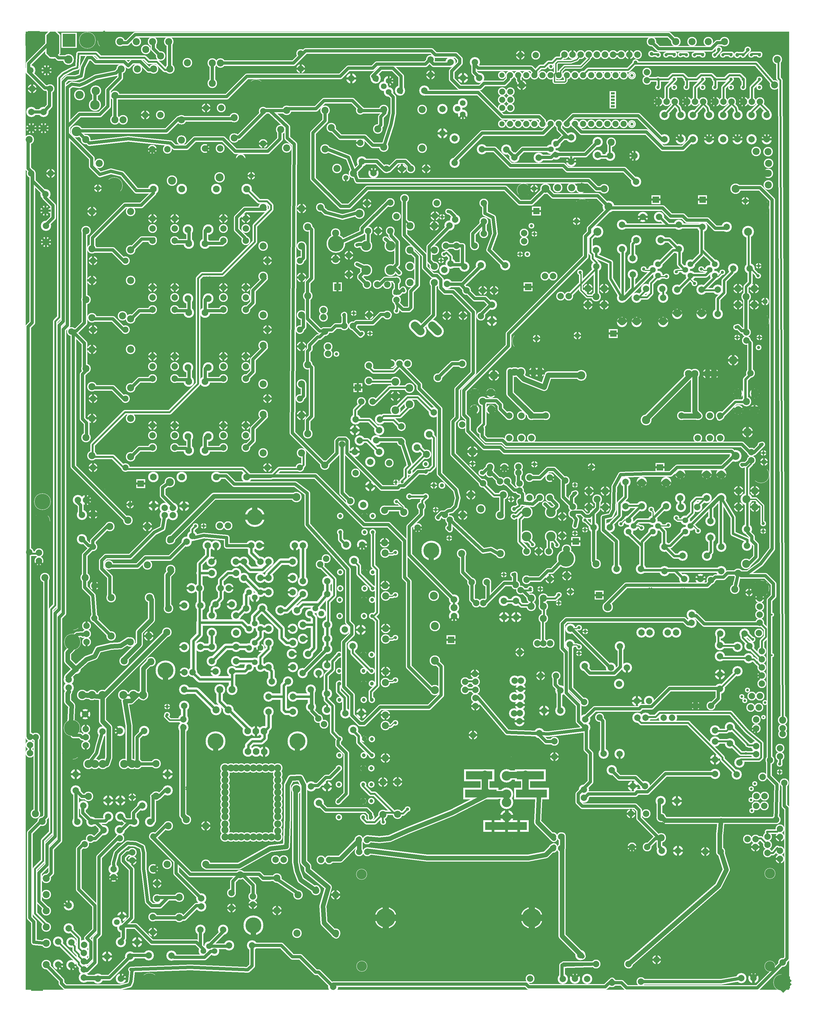
<source format=gbr>
%FSLAX34Y34*%
%MOMM*%
%LNCOPPER_BOTTOM*%
G71*
G01*
%ADD10C,3.200*%
%ADD11C,3.000*%
%ADD12C,1.600*%
%ADD13C,3.000*%
%ADD14C,2.800*%
%ADD15C,4.700*%
%ADD16C,1.400*%
%ADD17C,1.800*%
%ADD18C,1.200*%
%ADD19C,3.700*%
%ADD20C,7.800*%
%ADD21C,3.400*%
%ADD22C,3.100*%
%ADD23C,2.800*%
%ADD24C,2.800*%
%ADD25C,2.400*%
%ADD26C,2.800*%
%ADD27C,5.200*%
%ADD28C,3.700*%
%ADD29C,2.600*%
%ADD30C,1.700*%
%ADD31C,1.800*%
%ADD32C,3.700*%
%ADD33C,5.800*%
%ADD34C,3.800*%
%ADD35C,3.000*%
%ADD36C,3.200*%
%ADD37C,2.000*%
%ADD38C,1.800*%
%ADD39C,3.300*%
%ADD40C,2.900*%
%ADD41C,2.700*%
%ADD42C,4.200*%
%ADD43C,3.300*%
%ADD44C,6.200*%
%ADD45C,3.300*%
%ADD46C,3.400*%
%ADD47C,2.000*%
%ADD48C,2.600*%
%ADD49C,1.900*%
%ADD50C,1.990*%
%ADD51C,3.300*%
%ADD52C,3.000*%
%ADD53C,2.200*%
%ADD54C,6.800*%
%ADD55C,3.800*%
%ADD56C,1.300*%
%ADD57C,4.200*%
%ADD58C,4.700*%
%ADD59C,3.400*%
%ADD60C,3.000*%
%ADD61C,2.100*%
%ADD62C,0.800*%
%ADD63R,2.070X1.435*%
%ADD64C,2.700*%
%ADD65C,2.450*%
%ADD66C,1.100*%
%ADD67C,1.850*%
%ADD68C,2.000*%
%ADD69C,1.800*%
%ADD70C,1.400*%
%ADD71C,1.600*%
%ADD72C,4.200*%
%ADD73C,2.850*%
%ADD74C,3.400*%
%ADD75C,6.200*%
%ADD76C,2.400*%
%ADD77C,2.800*%
%ADD78C,3.000*%
%ADD79C,0.733*%
%ADD80C,0.667*%
%ADD81C,3.345*%
%ADD82C,0.813*%
%ADD83C,6.067*%
%ADD84C,6.860*%
%ADD85C,1.403*%
%ADD86C,1.723*%
%ADD87C,1.380*%
%ADD88C,1.427*%
%ADD89C,1.033*%
%ADD90C,1.180*%
%ADD91C,1.220*%
%ADD92C,3.717*%
%ADD93C,0.680*%
%ADD94C,0.767*%
%ADD95C,1.264*%
%ADD96C,1.507*%
%ADD97C,1.687*%
%ADD98C,1.447*%
%ADD99C,2.100*%
%ADD100C,1.967*%
%ADD101C,2.973*%
%ADD102C,1.667*%
%ADD103C,0.700*%
%ADD104C,0.804*%
%ADD105C,0.672*%
%ADD106C,0.960*%
%ADD107C,0.616*%
%ADD108C,0.400*%
%ADD109C,0.333*%
%ADD110C,0.833*%
%ADD111C,1.017*%
%ADD112C,0.433*%
%ADD113C,0.600*%
%ADD114C,0.867*%
%ADD115C,1.527*%
%ADD116C,0.533*%
%ADD117C,2.000*%
%ADD118C,1.800*%
%ADD119C,2.200*%
%ADD120C,4.500*%
%ADD121C,1.000*%
%ADD122C,2.500*%
%ADD123C,7.000*%
%ADD124C,2.600*%
%ADD125C,2.300*%
%ADD126C,2.000*%
%ADD127C,2.000*%
%ADD128C,5.000*%
%ADD129C,2.500*%
%ADD130C,0.900*%
%ADD131C,1.000*%
%ADD132C,2.500*%
%ADD133C,5.000*%
%ADD134C,3.000*%
%ADD135C,2.200*%
%ADD136C,1.200*%
%ADD137C,1.000*%
%ADD138C,2.100*%
%ADD139C,1.900*%
%ADD140C,4.000*%
%ADD141C,5.000*%
%ADD142C,2.100*%
%ADD143C,2.200*%
%ADD144C,1.500*%
%ADD145C,0.790*%
%ADD146C,2.500*%
%ADD147C,2.200*%
%ADD148C,6.000*%
%ADD149C,3.000*%
%ADD150C,0.500*%
%ADD151C,4.000*%
%ADD152C,4.500*%
%ADD153C,2.600*%
%ADD154C,1.300*%
%ADD155C,0.000*%
%ADD156R,1.270X0.635*%
%ADD157C,1.900*%
%ADD158C,1.650*%
%ADD159C,0.300*%
%ADD160C,1.050*%
%ADD161C,1.200*%
%ADD162C,1.000*%
%ADD163C,0.600*%
%ADD164C,0.800*%
%ADD165C,2.050*%
%ADD166C,3.200*%
%ADD167C,1.600*%
%ADD168C,2.600*%
%ADD169C,2.200*%
%LPD*%
G36*
X-1029494Y259556D02*
X1360506Y259556D01*
X1360506Y-2740444D01*
X-1029494Y-2740444D01*
X-1029494Y259556D01*
G37*
%LPC*%
X837351Y-421373D02*
G54D10*
D03*
X837401Y-345123D02*
G54D10*
D03*
X756357Y-424773D02*
G54D10*
D03*
X756470Y-475754D02*
G54D10*
D03*
X870657Y-450173D02*
G54D10*
D03*
X870769Y-501154D02*
G54D10*
D03*
X837367Y-649973D02*
G54D10*
D03*
X837417Y-573723D02*
G54D10*
D03*
X958088Y-393359D02*
G54D10*
D03*
X881838Y-393309D02*
G54D10*
D03*
X883047Y-573723D02*
G54D10*
D03*
X882997Y-649973D02*
G54D10*
D03*
X1015150Y-421374D02*
G54D10*
D03*
X1015200Y-345124D02*
G54D10*
D03*
X912482Y-545889D02*
G54D10*
D03*
X1010047Y-548323D02*
G54D10*
D03*
X1009997Y-624573D02*
G54D10*
D03*
X1086246Y-548323D02*
G54D10*
D03*
X1086196Y-624573D02*
G54D10*
D03*
X1137046Y-548323D02*
G54D10*
D03*
X1136996Y-624573D02*
G54D10*
D03*
X1236518Y-482278D02*
G54D10*
D03*
X1185538Y-482391D02*
G54D10*
D03*
X1165064Y-351555D02*
G54D10*
D03*
X1088814Y-351505D02*
G54D10*
D03*
X949722Y-468948D02*
G54D11*
D03*
X933822Y-486523D02*
G54D11*
D03*
X949756Y-504139D02*
G54D11*
D03*
X1051322Y-468948D02*
G54D11*
D03*
X1035422Y-486523D02*
G54D11*
D03*
X1051356Y-504139D02*
G54D11*
D03*
X1127522Y-468948D02*
G54D11*
D03*
X1111622Y-486523D02*
G54D11*
D03*
X1127556Y-504139D02*
G54D11*
D03*
G54D12*
X837417Y-573723D02*
X838572Y-576798D01*
X838572Y-424398D01*
X837351Y-421373D01*
G54D12*
X1015200Y-345124D02*
X1016372Y-348198D01*
X838572Y-348198D01*
X837401Y-345123D01*
G54D12*
X881838Y-393309D02*
X883022Y-392648D01*
X870322Y-405348D01*
X870322Y-449798D01*
X870657Y-450173D01*
G54D12*
X837417Y-573723D02*
X838572Y-576798D01*
X870322Y-545048D01*
X870322Y-500598D01*
X870770Y-501154D01*
G54D12*
X933822Y-486523D02*
X933822Y-487898D01*
X844922Y-576798D01*
X838572Y-576798D01*
X837417Y-573723D01*
G54D12*
X1051357Y-504139D02*
X1054472Y-506948D01*
X1010022Y-551398D01*
X1010047Y-548323D01*
G54D12*
X1035422Y-486523D02*
X1035422Y-487898D01*
X1016372Y-468848D01*
X1016372Y-424398D01*
X1015151Y-421374D01*
G54D12*
X1051322Y-468948D02*
X1054472Y-468848D01*
X1086222Y-437098D01*
X1086222Y-354548D01*
X1088814Y-351505D01*
G54D12*
X1015151Y-421374D02*
X1016372Y-424398D01*
X984622Y-392648D01*
X959222Y-392648D01*
X958088Y-393359D01*
G54D12*
X1127522Y-468948D02*
X1130672Y-468848D01*
X1086222Y-424398D01*
X1086222Y-354548D01*
X1088814Y-351505D01*
G54D12*
X1185538Y-482391D02*
X1187822Y-481548D01*
X1181472Y-487898D01*
X1181472Y-494248D01*
X1156072Y-519648D01*
X1156072Y-557748D01*
X1137022Y-576798D01*
X1137022Y-627598D01*
X1136996Y-624573D01*
G54D12*
X1127556Y-504139D02*
X1130672Y-506948D01*
X1086222Y-551398D01*
X1086246Y-548323D01*
G54D12*
X949722Y-468948D02*
X952872Y-468848D01*
X997322Y-424398D01*
X1016372Y-424398D01*
X1015151Y-421374D01*
G54D12*
X1088814Y-351505D02*
X1086222Y-354548D01*
X1079872Y-348198D01*
X1016372Y-348198D01*
X1015200Y-345124D01*
X730622Y-545048D02*
G54D13*
D03*
X781422Y-545048D02*
G54D13*
D03*
X756022Y-570448D02*
G54D13*
D03*
X781422Y-595848D02*
G54D13*
D03*
X730622Y-595848D02*
G54D13*
D03*
X1200522Y-545048D02*
G54D13*
D03*
X1251322Y-545048D02*
G54D13*
D03*
X1225922Y-570448D02*
G54D13*
D03*
X1251322Y-595848D02*
G54D13*
D03*
X1200522Y-595848D02*
G54D13*
D03*
G54D12*
X756022Y-570448D02*
X756022Y-475198D01*
X756470Y-475754D01*
G54D12*
X837417Y-573723D02*
X838572Y-576798D01*
X800472Y-513298D01*
X800472Y-462498D01*
X756022Y-443448D01*
X756022Y-424398D01*
X756358Y-424773D01*
G54D12*
X1225128Y-570448D02*
X1225128Y-538698D01*
X1237828Y-525998D01*
X1237828Y-481548D01*
X1235725Y-482279D01*
X902048Y-320739D02*
G54D10*
D03*
X953028Y-320626D02*
G54D10*
D03*
G54D12*
X1111622Y-486523D02*
X1111622Y-489498D01*
X1098922Y-502198D01*
X1054472Y-502198D01*
X1051357Y-504139D01*
X837367Y-649973D02*
G54D14*
D03*
X882997Y-649973D02*
G54D14*
D03*
X1009997Y-624573D02*
G54D14*
D03*
X1086196Y-624573D02*
G54D14*
D03*
X837367Y-649973D02*
G54D14*
D03*
X712946Y-290354D02*
G54D15*
D03*
X963282Y-545889D02*
G54D10*
D03*
X965597Y-573723D02*
G54D10*
D03*
X965547Y-649973D02*
G54D10*
D03*
G54D16*
X949757Y-504139D02*
X952872Y-502198D01*
X927472Y-527598D01*
X927472Y-559348D01*
X914772Y-572048D01*
X883022Y-572048D01*
X883047Y-573723D01*
G54D16*
X912482Y-545889D02*
X914772Y-546648D01*
X889372Y-572048D01*
X883022Y-572048D01*
X883047Y-573723D01*
G54D16*
X965597Y-573723D02*
X965572Y-572048D01*
X965572Y-546648D01*
X963282Y-545889D01*
G54D12*
X953028Y-320626D02*
X956072Y-321248D01*
X981472Y-346648D01*
X1013222Y-346648D01*
X1015200Y-345124D01*
X794597Y-288573D02*
G54D10*
D03*
G54D16*
X1137046Y-548323D02*
X1138422Y-549748D01*
X1088422Y-549748D01*
X1086246Y-548323D01*
X705822Y-494348D02*
G54D17*
D03*
G54D18*
X705822Y-494348D02*
X703422Y-494748D01*
X708422Y-499748D01*
X708422Y-549748D01*
X728422Y-569748D01*
X758422Y-569748D01*
X756022Y-570448D01*
X882997Y-649973D02*
G54D14*
D03*
X965547Y-649973D02*
G54D14*
D03*
X1009997Y-624573D02*
G54D14*
D03*
X1086196Y-624573D02*
G54D14*
D03*
X1272778Y-291148D02*
G54D15*
D03*
X712946Y-649130D02*
G54D15*
D03*
X1272142Y-647542D02*
G54D15*
D03*
X762972Y-367348D02*
G54D17*
D03*
X759796Y-367347D02*
G54D19*
D03*
G54D16*
X759796Y-367348D02*
X757634Y-368142D01*
X738584Y-387192D01*
X738584Y-431642D01*
X744934Y-437992D01*
X744934Y-450692D01*
X757634Y-463392D01*
X757634Y-571342D01*
X756022Y-570448D01*
X1231521Y-367347D02*
G54D19*
D03*
G54D16*
X1226521Y-367348D02*
X1227534Y-368142D01*
X1233884Y-374492D01*
X1233884Y-482442D01*
X1236518Y-482278D01*
X845572Y-956589D02*
G54D20*
D03*
X775722Y-816888D02*
G54D20*
D03*
X709047Y-816889D02*
G54D21*
D03*
X912247Y-956589D02*
G54D21*
D03*
X500172Y-806789D02*
G54D22*
D03*
X580172Y-806789D02*
G54D23*
D03*
X1045172Y-811789D02*
G54D23*
D03*
X1125172Y-811789D02*
G54D23*
D03*
X580172Y-806789D02*
G54D22*
D03*
X1045172Y-811789D02*
G54D22*
D03*
X1125172Y-811789D02*
G54D13*
D03*
X520172Y-806789D02*
G54D22*
D03*
X560172Y-806789D02*
G54D22*
D03*
X1065172Y-811788D02*
G54D22*
D03*
X1105172Y-811789D02*
G54D22*
D03*
X375747Y-923119D02*
G54D13*
D03*
X375747Y-872319D02*
G54D13*
D03*
X401147Y-897719D02*
G54D13*
D03*
X426547Y-872318D02*
G54D13*
D03*
X426547Y-923119D02*
G54D13*
D03*
X375747Y-924389D02*
G54D24*
D03*
X426547Y-924389D02*
G54D14*
D03*
X1201247Y-924389D02*
G54D13*
D03*
X1201247Y-873589D02*
G54D13*
D03*
X1226647Y-898989D02*
G54D13*
D03*
X1252047Y-873589D02*
G54D13*
D03*
X1252047Y-924389D02*
G54D13*
D03*
X1201247Y-924389D02*
G54D24*
D03*
X1252047Y-924389D02*
G54D14*
D03*
G54D25*
X500172Y-806789D02*
X504372Y-803088D01*
X529772Y-828489D01*
X593272Y-853888D01*
X605972Y-815789D01*
X707572Y-815789D01*
X709047Y-816889D01*
G54D25*
X1045172Y-811789D02*
X1050472Y-815789D01*
X910772Y-955489D01*
X912247Y-956589D01*
X1074704Y-1013026D02*
G54D26*
D03*
X1074704Y-943176D02*
G54D26*
D03*
X1144554Y-1013026D02*
G54D26*
D03*
X1144554Y-943176D02*
G54D26*
D03*
X1112804Y-943176D02*
G54D26*
D03*
X1112804Y-1013026D02*
G54D26*
D03*
X1144555Y-1013026D02*
G54D14*
D03*
X1144555Y-943176D02*
G54D14*
D03*
X484154Y-1013026D02*
G54D26*
D03*
X484154Y-943176D02*
G54D26*
D03*
X554004Y-1013026D02*
G54D26*
D03*
X554004Y-943176D02*
G54D26*
D03*
X522254Y-943176D02*
G54D26*
D03*
X522254Y-1013026D02*
G54D26*
D03*
X554005Y-1013026D02*
G54D14*
D03*
X554005Y-943176D02*
G54D14*
D03*
G54D25*
X554005Y-943176D02*
X556647Y-943889D01*
X486797Y-874039D01*
X486797Y-804189D01*
X487472Y-806789D01*
X1125172Y-811789D02*
G54D22*
D03*
X598455Y-943176D02*
G54D24*
D03*
G54D25*
X592105Y-943176D02*
X594747Y-943889D01*
X556647Y-943889D01*
X554005Y-943176D01*
X1023905Y-943176D02*
G54D24*
D03*
G54D25*
X1023905Y-943176D02*
X1026547Y-943889D01*
X1077347Y-943888D01*
X1074705Y-943176D01*
G54D12*
X1144555Y-949526D02*
X1140847Y-950239D01*
X1191647Y-899438D01*
X1229747Y-899439D01*
X1226647Y-905339D01*
G54D25*
X1074705Y-943176D02*
X1077347Y-943888D01*
X1064647Y-931189D01*
X1064647Y-816889D01*
X1065172Y-811788D01*
X1239447Y-810064D02*
G54D24*
D03*
X394897Y-987864D02*
G54D24*
D03*
G54D12*
X394897Y-987864D02*
X391547Y-981989D01*
X404247Y-969289D01*
X404247Y-893089D01*
X401147Y-898989D01*
G54D12*
X1233097Y-810064D02*
X1236097Y-804189D01*
X1236097Y-816888D01*
X1223397Y-829589D01*
X1223397Y-893088D01*
X1220297Y-898989D01*
X375747Y-873589D02*
G54D14*
D03*
X426547Y-873588D02*
G54D14*
D03*
X1201247Y-873589D02*
G54D14*
D03*
X1252047Y-873589D02*
G54D14*
D03*
X1252047Y-924389D02*
G54D14*
D03*
X712946Y-1126967D02*
G54D15*
D03*
X1272778Y-1127760D02*
G54D27*
D03*
X712946Y-1485742D02*
G54D27*
D03*
X1272142Y-1484154D02*
G54D15*
D03*
X1226521Y-1203960D02*
G54D28*
D03*
X112122Y-486888D02*
G54D29*
D03*
X112122Y-410688D02*
G54D29*
D03*
X35922Y-486888D02*
G54D29*
D03*
X112122Y-486888D02*
G54D29*
D03*
X35922Y-410688D02*
G54D29*
D03*
X35922Y-486888D02*
G54D29*
D03*
X112122Y-410688D02*
G54D29*
D03*
X35922Y-410688D02*
G54D29*
D03*
X112034Y-275665D02*
G54D26*
D03*
X112034Y-364565D02*
G54D26*
D03*
X73934Y-364565D02*
G54D26*
D03*
X42184Y-364565D02*
G54D26*
D03*
X102390Y-627455D02*
G54D26*
D03*
X38891Y-532205D02*
G54D26*
D03*
X70640Y-532205D02*
G54D26*
D03*
X102390Y-532205D02*
G54D26*
D03*
G54D30*
X42184Y-364565D02*
X42272Y-366238D01*
X42272Y-404338D01*
X35922Y-410688D01*
G54D31*
X35922Y-486888D02*
X16872Y-505938D01*
X16872Y-510186D01*
X38891Y-532205D01*
G54D31*
X-53578Y-404654D02*
X23660Y-368965D01*
X23660Y-356265D01*
X106210Y-273715D01*
X105684Y-275665D01*
X130873Y-519916D02*
G54D26*
D03*
G54D31*
X130874Y-519916D02*
X133747Y-522129D01*
X127397Y-515779D01*
X95647Y-515779D01*
X76597Y-534829D01*
X70247Y-534829D01*
X70641Y-532205D01*
X38890Y-278205D02*
G54D26*
D03*
X156484Y-262965D02*
G54D26*
D03*
X318912Y-410654D02*
G54D26*
D03*
X376062Y-410654D02*
G54D26*
D03*
X404762Y-334454D02*
G54D26*
D03*
X404762Y-277304D02*
G54D26*
D03*
X343712Y-476278D02*
G54D10*
D03*
X289760Y-530160D02*
G54D10*
D03*
X343712Y-476278D02*
G54D14*
D03*
X471488Y-472226D02*
G54D10*
D03*
X395238Y-472176D02*
G54D10*
D03*
X471488Y-472226D02*
G54D14*
D03*
X350662Y-550354D02*
G54D26*
D03*
X401462Y-550354D02*
G54D26*
D03*
G54D31*
X395238Y-472176D02*
X395162Y-474154D01*
X338012Y-531304D01*
X287212Y-531304D01*
X289760Y-530160D01*
G54D31*
X350662Y-550354D02*
X350712Y-550354D01*
X331662Y-531304D01*
X287212Y-531304D01*
X289760Y-530160D01*
G54D31*
X343712Y-476278D02*
X344362Y-474154D01*
X338012Y-467804D01*
X338012Y-410654D01*
X318912Y-410654D01*
X401462Y-550354D02*
G54D26*
D03*
X430069Y-646460D02*
G54D10*
D03*
X429957Y-595480D02*
G54D10*
D03*
X430069Y-646460D02*
G54D10*
D03*
G54D31*
X429957Y-595480D02*
X426912Y-594804D01*
X407862Y-575754D01*
X376112Y-575754D01*
X350712Y-550354D01*
X350662Y-550354D01*
G54D31*
X404762Y-334454D02*
X407862Y-334454D01*
X369762Y-372554D01*
X369762Y-410654D01*
X369712Y-410654D01*
G54D31*
X471488Y-472226D02*
X471362Y-474154D01*
X420562Y-423354D01*
X439562Y-372554D01*
X433262Y-321754D01*
X407862Y-309054D01*
X407862Y-283654D01*
X404762Y-283654D01*
X404762Y-372554D02*
G54D26*
D03*
G54D31*
X404762Y-372554D02*
X404762Y-334454D01*
X436512Y-550354D02*
G54D26*
D03*
X285892Y-410654D02*
G54D26*
D03*
G54D31*
X285892Y-410654D02*
X287162Y-410654D01*
X325262Y-410654D01*
X318912Y-410654D01*
X296812Y-347154D02*
G54D26*
D03*
X173116Y-348650D02*
G54D13*
D03*
X249316Y-348650D02*
G54D13*
D03*
X173116Y-424850D02*
G54D13*
D03*
X173116Y-475650D02*
G54D13*
D03*
X173116Y-526450D02*
G54D13*
D03*
X249316Y-424850D02*
G54D13*
D03*
X249316Y-475650D02*
G54D13*
D03*
X249316Y-526450D02*
G54D13*
D03*
X249316Y-348650D02*
G54D26*
D03*
X395567Y-631453D02*
G54D26*
D03*
X339347Y-629208D02*
G54D26*
D03*
X339347Y-629208D02*
G54D26*
D03*
X288547Y-629208D02*
G54D26*
D03*
G54D16*
X173117Y-348650D02*
X176061Y-349915D01*
X157011Y-330865D01*
X157011Y-261015D01*
X156484Y-262965D01*
G54D31*
X173117Y-424849D02*
X176061Y-426115D01*
X195111Y-445165D01*
X195111Y-534065D01*
X176061Y-553115D01*
X176061Y-603915D01*
X169711Y-610265D01*
X150661Y-610265D01*
X131611Y-591215D01*
X131084Y-577290D01*
G54D31*
X249317Y-475649D02*
X252261Y-476915D01*
X233211Y-457865D01*
X233211Y-413415D01*
X296711Y-349915D01*
X296812Y-347155D01*
G54D32*
X260499Y-678698D02*
X242821Y-661020D01*
G54D32*
X206524Y-678698D02*
X188846Y-661020D01*
X-58340Y-404654D02*
G54D33*
D03*
X257572Y-277654D02*
G54D24*
D03*
X35922Y-410688D02*
G54D34*
D03*
X35922Y-486888D02*
G54D34*
D03*
X112122Y-486888D02*
G54D34*
D03*
X112122Y-410688D02*
G54D34*
D03*
G54D31*
X112122Y-486888D02*
X113982Y-487804D01*
X133032Y-468754D01*
X133032Y-398904D01*
X113982Y-379854D01*
X113982Y-367154D01*
X112034Y-364565D01*
G54D31*
X200860Y-669859D02*
X202882Y-671954D01*
X247332Y-627504D01*
X247332Y-525904D01*
X249317Y-526449D01*
X538200Y-1245090D02*
G54D29*
D03*
X538200Y-1321290D02*
G54D29*
D03*
X614400Y-1245090D02*
G54D29*
D03*
X538200Y-1245090D02*
G54D29*
D03*
X614400Y-1321290D02*
G54D29*
D03*
X614400Y-1245090D02*
G54D29*
D03*
X538200Y-1321290D02*
G54D29*
D03*
X614400Y-1321290D02*
G54D29*
D03*
X538288Y-1456313D02*
G54D26*
D03*
X538288Y-1367413D02*
G54D26*
D03*
X576388Y-1367413D02*
G54D26*
D03*
X608138Y-1367413D02*
G54D26*
D03*
X611432Y-1136273D02*
G54D26*
D03*
X547932Y-1136273D02*
G54D26*
D03*
X611431Y-1199773D02*
G54D26*
D03*
X579682Y-1199773D02*
G54D26*
D03*
X547932Y-1199773D02*
G54D26*
D03*
G54D16*
X608138Y-1367413D02*
X608050Y-1365740D01*
X608050Y-1327640D01*
X614401Y-1321290D01*
G54D31*
X614400Y-1245090D02*
X633451Y-1226040D01*
X633450Y-1221792D01*
X611431Y-1199773D01*
X519449Y-1212062D02*
G54D26*
D03*
G54D31*
X519448Y-1212062D02*
X516575Y-1209849D01*
X522925Y-1216199D01*
X557850Y-1219374D01*
X579682Y-1199773D01*
X580076Y-1197149D01*
X579682Y-1199773D01*
X611432Y-1453773D02*
G54D26*
D03*
X659450Y-1146349D02*
G54D24*
D03*
G54D31*
X659450Y-1387649D02*
X662231Y-1390273D01*
X655881Y-1396623D01*
X649531Y-1396623D01*
X617781Y-1428373D01*
X605081Y-1428373D01*
X579681Y-1453773D01*
X535231Y-1453773D01*
X538288Y-1456313D01*
G54D31*
X659450Y-1146349D02*
X662232Y-1148973D01*
X624131Y-1110873D01*
X605082Y-1110873D01*
X579681Y-1136273D01*
X547931Y-1136273D01*
X614400Y-1321290D02*
G54D34*
D03*
X614400Y-1245090D02*
G54D34*
D03*
X538200Y-1245090D02*
G54D34*
D03*
X538200Y-1321290D02*
G54D34*
D03*
G54D16*
X538200Y-1245090D02*
X535625Y-1247949D01*
X516576Y-1266999D01*
X516575Y-1336849D01*
X535625Y-1355899D01*
X535625Y-1368599D01*
X538288Y-1367413D01*
X335192Y-1374671D02*
G54D13*
D03*
X338366Y-1254021D02*
G54D13*
D03*
X455842Y-1374671D02*
G54D13*
D03*
X455842Y-1254021D02*
G54D13*
D03*
X395517Y-1234558D02*
G54D13*
D03*
X338366Y-1254021D02*
G54D35*
D03*
X364213Y-1190440D02*
G54D13*
D03*
X465813Y-1190440D02*
G54D13*
D03*
X553113Y-1514580D02*
G54D13*
D03*
X553113Y-1539980D02*
G54D13*
D03*
X591213Y-1539980D02*
G54D13*
D03*
X591213Y-1578080D02*
G54D13*
D03*
X505708Y-1522586D02*
G54D10*
D03*
X505821Y-1573566D02*
G54D10*
D03*
X505708Y-1522586D02*
G54D26*
D03*
G54D16*
X553113Y-1539980D02*
X553947Y-1538961D01*
X553947Y-1513562D01*
X553113Y-1514580D01*
G54D16*
X505708Y-1522586D02*
X509891Y-1523637D01*
X522591Y-1536338D01*
X547991Y-1536338D01*
X553113Y-1539980D01*
X467608Y-1522586D02*
G54D10*
D03*
X467720Y-1573566D02*
G54D10*
D03*
X467608Y-1522586D02*
G54D26*
D03*
G54D16*
X467608Y-1522586D02*
X471791Y-1523637D01*
X509891Y-1523637D01*
X505708Y-1522586D01*
X591213Y-1514580D02*
G54D13*
D03*
G54D31*
X591213Y-1514580D02*
X586091Y-1510937D01*
X586091Y-1536338D01*
X591213Y-1539980D01*
X402180Y-1154630D02*
G54D26*
D03*
X364213Y-1190440D02*
G54D13*
D03*
G54D16*
X402179Y-1154630D02*
X405209Y-1153954D01*
X405209Y-1160304D01*
X436959Y-1192054D01*
X468709Y-1192054D01*
X465813Y-1190440D01*
X172171Y-856141D02*
G54D36*
D03*
X172171Y-906941D02*
G54D36*
D03*
X127721Y-881540D02*
G54D36*
D03*
X127721Y-925991D02*
G54D36*
D03*
X127721Y-837091D02*
G54D36*
D03*
X140421Y-779941D02*
G54D26*
D03*
X115021Y-779941D02*
G54D26*
D03*
X165821Y-779941D02*
G54D26*
D03*
X79336Y-954566D02*
G54D10*
D03*
X3086Y-954516D02*
G54D10*
D03*
X394Y-988826D02*
G54D10*
D03*
X76644Y-988876D02*
G54D10*
D03*
X16328Y-1020302D02*
G54D10*
D03*
X67308Y-1020190D02*
G54D10*
D03*
X45171Y-786203D02*
G54D26*
D03*
X45171Y-834003D02*
G54D26*
D03*
X48781Y-1087828D02*
G54D10*
D03*
X48731Y-1164077D02*
G54D10*
D03*
X108671Y-1138890D02*
G54D26*
D03*
X108671Y-1091091D02*
G54D26*
D03*
X21227Y-899047D02*
G54D26*
D03*
X56327Y-899046D02*
G54D26*
D03*
X146771Y-1024591D02*
G54D26*
D03*
X146771Y-976790D02*
G54D26*
D03*
X449Y-1056473D02*
G54D10*
D03*
X76699Y-1056523D02*
G54D10*
D03*
X247646Y-932896D02*
G54D10*
D03*
X108671Y-1138890D02*
G54D26*
D03*
G54D16*
X45171Y-792553D02*
X45871Y-791371D01*
X58571Y-804070D01*
X122071Y-804071D01*
X141121Y-785020D01*
X141121Y-778670D01*
X140421Y-779941D01*
G54D16*
X45171Y-827653D02*
X45871Y-829470D01*
X52221Y-835820D01*
X128421Y-835820D01*
X127721Y-837091D01*
G54D16*
X62677Y-899046D02*
X64921Y-899320D01*
X109371Y-854870D01*
X172871Y-854871D01*
X172171Y-856141D01*
G54D16*
X79336Y-954566D02*
X77621Y-956471D01*
X90321Y-943770D01*
X141121Y-943770D01*
X172871Y-912021D01*
X172871Y-905670D01*
X172171Y-906941D01*
G54D16*
X27577Y-899047D02*
X26821Y-899320D01*
X1421Y-924721D01*
X1421Y-956470D01*
X3086Y-954516D01*
G54D16*
X76644Y-988876D02*
X77621Y-988220D01*
X45871Y-956470D01*
X1421Y-956470D01*
X3086Y-954516D01*
G54D16*
X146771Y-983140D02*
X147471Y-981870D01*
X122071Y-956470D01*
X77621Y-956471D01*
X79336Y-954566D01*
G54D16*
X146771Y-1018241D02*
X147471Y-1019971D01*
X64921Y-1019971D01*
X67308Y-1020190D01*
G54D16*
X76699Y-1056523D02*
X77621Y-1058071D01*
X39521Y-1019971D01*
X14121Y-1019971D01*
X16328Y-1020302D01*
G36*
X24121Y-840871D02*
X24121Y-868871D01*
X-3879Y-868871D01*
X-3879Y-840871D01*
X24121Y-840871D01*
G37*
X222971Y-1094352D02*
G54D37*
D03*
X222971Y-1119752D02*
G54D38*
D03*
X172171Y-1094353D02*
G54D38*
D03*
X172171Y-1119753D02*
G54D37*
D03*
X222971Y-1195953D02*
G54D38*
D03*
X172171Y-1195953D02*
G54D38*
D03*
X225003Y-1063587D02*
G54D13*
D03*
G54D31*
X172171Y-1094353D02*
X146771Y-1018153D01*
X64221Y-1018152D01*
X67308Y-1020190D01*
G54D16*
X247646Y-932896D02*
X248371Y-935603D01*
X197571Y-884802D01*
X165821Y-884803D01*
X127721Y-922903D01*
X127721Y-925991D01*
X209308Y-1226092D02*
G54D24*
D03*
G54D16*
X172171Y-1195953D02*
X222971Y-1195953D01*
X172171Y-1094353D02*
G54D37*
D03*
X222971Y-1195953D02*
G54D37*
D03*
X172171Y-1195953D02*
G54D37*
D03*
X-562820Y-1043040D02*
G54D26*
D03*
X-632670Y-1043040D02*
G54D26*
D03*
X-562820Y-973190D02*
G54D26*
D03*
X-632670Y-973190D02*
G54D26*
D03*
X-632670Y-1004940D02*
G54D26*
D03*
X-562820Y-1004940D02*
G54D26*
D03*
X-519412Y-1051811D02*
G54D39*
D03*
X-468430Y-1051699D02*
G54D39*
D03*
X-340570Y-1043040D02*
G54D26*
D03*
X-410420Y-1043040D02*
G54D26*
D03*
X-340570Y-973190D02*
G54D26*
D03*
X-410420Y-973190D02*
G54D26*
D03*
X-410420Y-1004940D02*
G54D26*
D03*
X-340570Y-1004940D02*
G54D26*
D03*
X-458347Y-1007713D02*
G54D10*
D03*
X-458460Y-956733D02*
G54D10*
D03*
X-521847Y-1007713D02*
G54D10*
D03*
X-521960Y-956733D02*
G54D10*
D03*
G54D31*
X-458347Y-1007713D02*
X-461220Y-1004940D01*
X-467570Y-1011290D01*
X-467570Y-1049390D01*
X-468430Y-1051699D01*
G54D31*
X-521847Y-1007713D02*
X-524720Y-1004940D01*
X-518370Y-1011290D01*
X-518370Y-1049390D01*
X-519411Y-1051811D01*
X-340570Y-973190D02*
G54D14*
D03*
X-410420Y-973190D02*
G54D14*
D03*
X-458460Y-956732D02*
G54D40*
D03*
X-521960Y-956732D02*
G54D14*
D03*
X-562820Y-973190D02*
G54D14*
D03*
X-632670Y-973190D02*
G54D14*
D03*
X-521847Y-1007713D02*
G54D39*
D03*
X-521960Y-956733D02*
G54D39*
D03*
X-458460Y-956733D02*
G54D39*
D03*
X-458347Y-1007713D02*
G54D39*
D03*
X-286357Y-938748D02*
G54D13*
D03*
X-165707Y-941922D02*
G54D13*
D03*
X-286357Y-1059398D02*
G54D13*
D03*
X-165707Y-1059398D02*
G54D13*
D03*
X-146894Y-999073D02*
G54D13*
D03*
X-272850Y-1105678D02*
G54D41*
D03*
X-171250Y-1105677D02*
G54D41*
D03*
X-165707Y-941922D02*
G54D13*
D03*
X-701352Y-1071486D02*
G54D13*
D03*
X-822002Y-1068312D02*
G54D13*
D03*
X-701352Y-950836D02*
G54D13*
D03*
X-822002Y-950836D02*
G54D13*
D03*
X-840814Y-1011161D02*
G54D13*
D03*
X-822001Y-1068312D02*
G54D13*
D03*
X-822002Y-950836D02*
G54D13*
D03*
X-818950Y-1105678D02*
G54D41*
D03*
X-717350Y-1105677D02*
G54D41*
D03*
X-272850Y-1105678D02*
G54D26*
D03*
X-818950Y-1105678D02*
G54D26*
D03*
G54D16*
X-171250Y-1105678D02*
X-172597Y-1109314D01*
X-159897Y-1096614D01*
X-159897Y-1058514D01*
X-165707Y-1059398D01*
G54D31*
X-410420Y-1043040D02*
X-413897Y-1045814D01*
X-464697Y-1045814D01*
X-468430Y-1051698D01*
G54D16*
X-717350Y-1105678D02*
X-718697Y-1109314D01*
X-756797Y-1071214D01*
X-820297Y-1071214D01*
X-822001Y-1068312D01*
X-562820Y-827140D02*
G54D26*
D03*
X-632670Y-827140D02*
G54D26*
D03*
X-562820Y-757290D02*
G54D26*
D03*
X-632670Y-757290D02*
G54D26*
D03*
X-632670Y-789040D02*
G54D26*
D03*
X-562820Y-789040D02*
G54D26*
D03*
X-519412Y-835911D02*
G54D39*
D03*
X-468430Y-835799D02*
G54D39*
D03*
X-340570Y-827140D02*
G54D26*
D03*
X-410420Y-827140D02*
G54D26*
D03*
X-340570Y-757290D02*
G54D26*
D03*
X-410420Y-757290D02*
G54D26*
D03*
X-410420Y-789040D02*
G54D26*
D03*
X-340570Y-789040D02*
G54D26*
D03*
X-458347Y-791813D02*
G54D10*
D03*
X-458460Y-740832D02*
G54D10*
D03*
X-521847Y-791813D02*
G54D10*
D03*
X-521960Y-740833D02*
G54D10*
D03*
G54D31*
X-458347Y-791813D02*
X-461220Y-789040D01*
X-467570Y-795390D01*
X-467570Y-833490D01*
X-468430Y-835799D01*
G54D31*
X-521847Y-791813D02*
X-524720Y-789040D01*
X-518370Y-795390D01*
X-518370Y-833490D01*
X-519411Y-835911D01*
X-340570Y-757290D02*
G54D14*
D03*
X-410420Y-757290D02*
G54D14*
D03*
X-458460Y-740832D02*
G54D40*
D03*
X-521960Y-740832D02*
G54D14*
D03*
X-562820Y-757290D02*
G54D14*
D03*
X-632670Y-757290D02*
G54D14*
D03*
X-521847Y-791813D02*
G54D39*
D03*
X-521960Y-740833D02*
G54D39*
D03*
X-458460Y-740832D02*
G54D39*
D03*
X-458347Y-791813D02*
G54D39*
D03*
X-286357Y-722848D02*
G54D13*
D03*
X-165707Y-726022D02*
G54D13*
D03*
X-286357Y-843498D02*
G54D13*
D03*
X-165707Y-843498D02*
G54D13*
D03*
X-146894Y-783173D02*
G54D13*
D03*
X-272850Y-889778D02*
G54D41*
D03*
X-171250Y-889777D02*
G54D41*
D03*
X-165707Y-726022D02*
G54D13*
D03*
X-701352Y-855586D02*
G54D13*
D03*
X-822002Y-852412D02*
G54D13*
D03*
X-701352Y-734936D02*
G54D13*
D03*
X-822002Y-734936D02*
G54D13*
D03*
X-840814Y-795261D02*
G54D13*
D03*
X-822001Y-852413D02*
G54D13*
D03*
X-822002Y-734936D02*
G54D13*
D03*
X-818950Y-889778D02*
G54D41*
D03*
X-717350Y-889777D02*
G54D41*
D03*
X-272850Y-889778D02*
G54D26*
D03*
X-818950Y-889778D02*
G54D26*
D03*
G54D31*
X-171250Y-889778D02*
X-172597Y-893414D01*
X-159897Y-880714D01*
X-159897Y-842614D01*
X-165707Y-843498D01*
G54D31*
X-410420Y-827140D02*
X-413897Y-829914D01*
X-464697Y-829914D01*
X-468430Y-835799D01*
G54D31*
X-519411Y-835911D02*
X-515497Y-829914D01*
X-566297Y-829914D01*
X-562820Y-827140D01*
G54D31*
X-717350Y-889778D02*
X-718697Y-893414D01*
X-756797Y-855314D01*
X-820297Y-855314D01*
X-822001Y-852413D01*
X-562820Y-611240D02*
G54D26*
D03*
X-632670Y-611240D02*
G54D26*
D03*
X-562820Y-541390D02*
G54D26*
D03*
X-632670Y-541390D02*
G54D26*
D03*
X-632670Y-573140D02*
G54D26*
D03*
X-562820Y-573140D02*
G54D26*
D03*
X-519412Y-620011D02*
G54D39*
D03*
X-468430Y-619899D02*
G54D39*
D03*
X-340570Y-611240D02*
G54D26*
D03*
X-410420Y-611240D02*
G54D26*
D03*
X-340570Y-541390D02*
G54D26*
D03*
X-410420Y-541390D02*
G54D26*
D03*
X-410420Y-573140D02*
G54D26*
D03*
X-340570Y-573140D02*
G54D26*
D03*
X-458347Y-575913D02*
G54D10*
D03*
X-458460Y-524932D02*
G54D10*
D03*
X-521847Y-575913D02*
G54D10*
D03*
X-521960Y-524932D02*
G54D10*
D03*
G54D31*
X-458347Y-575913D02*
X-461220Y-573140D01*
X-467570Y-579490D01*
X-467570Y-617590D01*
X-468430Y-619899D01*
G54D31*
X-521847Y-575913D02*
X-524720Y-573140D01*
X-518370Y-579490D01*
X-518370Y-617590D01*
X-519411Y-620011D01*
X-340570Y-541390D02*
G54D14*
D03*
X-410420Y-541390D02*
G54D14*
D03*
X-458460Y-524932D02*
G54D40*
D03*
X-521960Y-524932D02*
G54D14*
D03*
X-562820Y-541390D02*
G54D14*
D03*
X-632670Y-541390D02*
G54D14*
D03*
X-521847Y-575913D02*
G54D39*
D03*
X-521960Y-524932D02*
G54D39*
D03*
X-458460Y-524932D02*
G54D39*
D03*
X-458347Y-575913D02*
G54D39*
D03*
X-286357Y-506948D02*
G54D13*
D03*
X-165707Y-510122D02*
G54D13*
D03*
X-286357Y-627598D02*
G54D13*
D03*
X-165707Y-627598D02*
G54D13*
D03*
X-146894Y-567273D02*
G54D13*
D03*
X-272850Y-673878D02*
G54D41*
D03*
X-171250Y-673878D02*
G54D41*
D03*
X-165707Y-510122D02*
G54D13*
D03*
X-701352Y-639686D02*
G54D13*
D03*
X-822002Y-636512D02*
G54D13*
D03*
X-701352Y-519036D02*
G54D13*
D03*
X-822002Y-519036D02*
G54D13*
D03*
X-840814Y-579361D02*
G54D13*
D03*
X-822001Y-636512D02*
G54D13*
D03*
X-822002Y-519036D02*
G54D13*
D03*
X-818950Y-673878D02*
G54D41*
D03*
X-717350Y-673878D02*
G54D41*
D03*
X-272850Y-673878D02*
G54D26*
D03*
X-818950Y-673878D02*
G54D26*
D03*
G54D31*
X-171250Y-673878D02*
X-172597Y-677514D01*
X-159897Y-664814D01*
X-159897Y-626714D01*
X-165707Y-627598D01*
G54D31*
X-410420Y-611240D02*
X-413897Y-614014D01*
X-464697Y-614014D01*
X-468430Y-619898D01*
G54D31*
X-519411Y-620011D02*
X-515497Y-614014D01*
X-566297Y-614014D01*
X-562820Y-611240D01*
G54D31*
X-717350Y-673878D02*
X-718697Y-677514D01*
X-756797Y-639414D01*
X-820297Y-639414D01*
X-822001Y-636512D01*
X-562820Y-395340D02*
G54D26*
D03*
X-632670Y-395340D02*
G54D26*
D03*
X-562820Y-325490D02*
G54D26*
D03*
X-632670Y-325490D02*
G54D26*
D03*
X-632670Y-357240D02*
G54D26*
D03*
X-562820Y-357240D02*
G54D26*
D03*
X-519412Y-404111D02*
G54D39*
D03*
X-468430Y-403999D02*
G54D39*
D03*
X-340570Y-395340D02*
G54D26*
D03*
X-410420Y-395340D02*
G54D26*
D03*
X-340570Y-325490D02*
G54D26*
D03*
X-410420Y-325490D02*
G54D26*
D03*
X-410420Y-357240D02*
G54D26*
D03*
X-340570Y-357240D02*
G54D26*
D03*
X-458347Y-360013D02*
G54D10*
D03*
X-458460Y-309032D02*
G54D10*
D03*
X-521847Y-360013D02*
G54D10*
D03*
X-521960Y-309033D02*
G54D10*
D03*
G54D31*
X-458347Y-360013D02*
X-461220Y-357240D01*
X-467570Y-363590D01*
X-467570Y-401690D01*
X-468430Y-403999D01*
G54D31*
X-521847Y-360013D02*
X-524720Y-357240D01*
X-518370Y-363590D01*
X-518370Y-401690D01*
X-519411Y-404111D01*
X-340570Y-325490D02*
G54D14*
D03*
X-410420Y-325490D02*
G54D14*
D03*
X-458460Y-309032D02*
G54D40*
D03*
X-521960Y-309032D02*
G54D14*
D03*
X-562820Y-325490D02*
G54D14*
D03*
X-632670Y-325490D02*
G54D14*
D03*
X-521847Y-360013D02*
G54D39*
D03*
X-521960Y-309033D02*
G54D39*
D03*
X-458460Y-309033D02*
G54D39*
D03*
X-458347Y-360013D02*
G54D39*
D03*
X-286357Y-291048D02*
G54D13*
D03*
X-165707Y-294222D02*
G54D13*
D03*
X-286357Y-411698D02*
G54D13*
D03*
X-165707Y-411698D02*
G54D13*
D03*
X-146894Y-351373D02*
G54D13*
D03*
X-272850Y-457978D02*
G54D41*
D03*
X-171250Y-457978D02*
G54D41*
D03*
X-165707Y-294222D02*
G54D13*
D03*
X-701352Y-423786D02*
G54D13*
D03*
X-822002Y-420612D02*
G54D13*
D03*
X-701352Y-303136D02*
G54D13*
D03*
X-822002Y-303136D02*
G54D13*
D03*
X-840814Y-363461D02*
G54D13*
D03*
X-822001Y-420612D02*
G54D13*
D03*
X-822002Y-303136D02*
G54D13*
D03*
X-818950Y-457978D02*
G54D41*
D03*
X-717350Y-457978D02*
G54D41*
D03*
X-272850Y-457978D02*
G54D26*
D03*
X-818950Y-457978D02*
G54D26*
D03*
G54D31*
X-171250Y-457978D02*
X-172597Y-461614D01*
X-159897Y-448914D01*
X-159897Y-410814D01*
X-165707Y-411698D01*
G54D31*
X-519411Y-404110D02*
X-515497Y-398114D01*
X-566297Y-398114D01*
X-562820Y-395340D01*
G54D31*
X-717350Y-457978D02*
X-718697Y-461614D01*
X-756797Y-423514D01*
X-820297Y-423514D01*
X-822001Y-420612D01*
X-337696Y-1134713D02*
G54D39*
D03*
X-337696Y-1134713D02*
G54D39*
D03*
X-432946Y-1134713D02*
G54D39*
D03*
X-432946Y-1134713D02*
G54D39*
D03*
X-540896Y-1134713D02*
G54D39*
D03*
X-540896Y-1134713D02*
G54D39*
D03*
X-629796Y-1134713D02*
G54D39*
D03*
X-629796Y-1134713D02*
G54D39*
D03*
G54D16*
X-337696Y-1134712D02*
X-337697Y-1134714D01*
X-261497Y-1134714D01*
X-236097Y-1109314D01*
X-172597Y-1109314D01*
X-171250Y-1105678D01*
G54D16*
X-717350Y-1105678D02*
X-718697Y-1109314D01*
X-350397Y-1109314D01*
X-324997Y-1134714D01*
X-261497Y-1134714D01*
X-236097Y-1109314D01*
X-172597Y-1109314D01*
X-171250Y-1105678D01*
X-337696Y-233013D02*
G54D39*
D03*
X-337696Y-233013D02*
G54D39*
D03*
X-432946Y-233013D02*
G54D39*
D03*
X-432946Y-233013D02*
G54D39*
D03*
X-540896Y-233013D02*
G54D39*
D03*
X-540896Y-233013D02*
G54D39*
D03*
X-629796Y-233013D02*
G54D39*
D03*
X-629796Y-233013D02*
G54D39*
D03*
G54D31*
X-629796Y-233013D02*
X-629797Y-233014D01*
X-629797Y-245714D01*
X-667897Y-283814D01*
X-718697Y-283814D01*
X-820297Y-385414D01*
X-820297Y-423514D01*
X-822001Y-420612D01*
G54D16*
X-337696Y-233012D02*
X-337697Y-233014D01*
X-299597Y-271114D01*
X-274197Y-271114D01*
X-261497Y-283814D01*
X-261497Y-296514D01*
X-312297Y-347314D01*
X-312297Y-398114D01*
X-413897Y-499714D01*
X-477397Y-499714D01*
X-490097Y-512414D01*
X-490097Y-842614D01*
X-578997Y-931514D01*
X-718697Y-931514D01*
X-820297Y-1033114D01*
X-820297Y-1071214D01*
X-822001Y-1068312D01*
G54D31*
X-286357Y-938748D02*
X-280547Y-944214D01*
X-318647Y-982314D01*
X-318647Y-1020414D01*
X-344047Y-1045814D01*
X-340570Y-1043040D01*
G54D31*
X-286357Y-722848D02*
X-280547Y-728314D01*
X-318647Y-766414D01*
X-318647Y-804514D01*
X-344047Y-829914D01*
X-340570Y-827140D01*
G54D31*
X-286357Y-506948D02*
X-280547Y-512414D01*
X-318647Y-550514D01*
X-318647Y-588614D01*
X-344047Y-614014D01*
X-340570Y-611240D01*
G54D31*
X-286357Y-291048D02*
X-280547Y-296514D01*
X-344047Y-296514D01*
X-369447Y-321914D01*
X-369447Y-360014D01*
X-344047Y-385414D01*
X-344047Y-398114D01*
X-340570Y-395340D01*
G54D31*
X-701351Y-1071486D02*
X-699647Y-1071214D01*
X-674247Y-1045814D01*
X-636147Y-1045814D01*
X-632670Y-1043040D01*
G54D31*
X-701351Y-855587D02*
X-699647Y-855314D01*
X-674247Y-829914D01*
X-636147Y-829914D01*
X-632670Y-827140D01*
G54D31*
X-701351Y-639687D02*
X-699647Y-639414D01*
X-674247Y-614014D01*
X-636147Y-614014D01*
X-632670Y-611240D01*
G54D31*
X-146894Y-783172D02*
X-147197Y-779114D01*
X-134497Y-791814D01*
X-134497Y-944214D01*
X-147197Y-956914D01*
X-147197Y-995014D01*
X-146894Y-999073D01*
G54D31*
X-146894Y-351372D02*
X-147197Y-347314D01*
X-134497Y-360014D01*
X-134497Y-512414D01*
X-147197Y-525114D01*
X-147197Y-563214D01*
X-146894Y-567273D01*
G54D31*
X-840814Y-363462D02*
X-845697Y-360014D01*
X-845697Y-575914D01*
X-840814Y-579362D01*
X-886432Y-679543D02*
G54D24*
D03*
X-92682Y-679543D02*
G54D24*
D03*
G54D31*
X-92682Y-679543D02*
X-90047Y-677514D01*
X-109097Y-696564D01*
X-115447Y-696564D01*
X-140847Y-721964D01*
X-140847Y-734664D01*
X-147197Y-741014D01*
X-147197Y-785464D01*
X-146894Y-783172D01*
G54D31*
X-92682Y-679543D02*
X-96397Y-677514D01*
X-109097Y-677514D01*
X-147197Y-639414D01*
X-147197Y-563214D01*
X-146894Y-567273D01*
G54D31*
X-886432Y-679543D02*
X-883797Y-677514D01*
X-845697Y-715614D01*
X-845697Y-791814D01*
X-840814Y-795262D01*
G54D31*
X-886432Y-679543D02*
X-883797Y-677514D01*
X-871097Y-677514D01*
X-845697Y-652114D01*
X-845697Y-575914D01*
X-840814Y-579362D01*
X519271Y-709455D02*
G54D27*
D03*
X528795Y-236380D02*
G54D42*
D03*
X-20480Y-709455D02*
G54D27*
D03*
X-33180Y-239554D02*
G54D27*
D03*
X-641533Y-1512229D02*
G54D13*
D03*
X-644707Y-1632879D02*
G54D13*
D03*
X-762182Y-1512229D02*
G54D13*
D03*
X-762182Y-1632879D02*
G54D13*
D03*
X-701858Y-1651692D02*
G54D13*
D03*
X-769732Y-1410360D02*
G54D13*
D03*
X-766558Y-1289710D02*
G54D13*
D03*
X-649082Y-1410360D02*
G54D13*
D03*
X-649083Y-1289710D02*
G54D13*
D03*
X-709408Y-1270422D02*
G54D13*
D03*
X-814812Y-1474936D02*
G54D41*
D03*
X-814812Y-1576536D02*
G54D41*
D03*
X-814812Y-1474936D02*
G54D26*
D03*
X-818610Y-1251740D02*
G54D41*
D03*
X-818610Y-1353341D02*
G54D41*
D03*
X-818610Y-1251740D02*
G54D26*
D03*
X-818610Y-1251740D02*
G54D13*
D03*
X-644707Y-1632879D02*
G54D13*
D03*
X-649083Y-1289710D02*
G54D13*
D03*
G54D31*
X-818610Y-1353340D02*
X-819332Y-1353479D01*
X-844732Y-1378879D01*
X-844732Y-1480479D01*
X-819332Y-1505879D01*
X-814812Y-1576536D01*
X-766558Y-1289710D02*
G54D13*
D03*
X-649083Y-1289710D02*
G54D13*
D03*
G54D31*
X-814812Y-1576536D02*
X-819332Y-1575729D01*
X-762182Y-1632879D01*
G54D31*
X-766558Y-1289710D02*
X-768532Y-1283628D01*
X-819332Y-1334428D01*
X-819332Y-1347129D01*
X-818610Y-1353341D01*
X-670322Y-1203960D02*
G54D15*
D03*
X282178Y-1203960D02*
G54D15*
D03*
X-670322Y-2102485D02*
G54D15*
D03*
X282178Y-2105660D02*
G54D27*
D03*
X366233Y-1464280D02*
G54D26*
D03*
X414033Y-1464280D02*
G54D26*
D03*
X366233Y-1464279D02*
G54D26*
D03*
G54D31*
X366233Y-1464280D02*
X364331Y-1458754D01*
X338931Y-1433354D01*
X338931Y-1369854D01*
X335192Y-1374671D01*
X1274829Y-1679870D02*
G54D24*
D03*
X1274830Y-1705270D02*
G54D24*
D03*
X1257366Y-1894182D02*
G54D24*
D03*
X1257367Y-1922758D02*
G54D24*
D03*
X1243645Y-1821120D02*
G54D24*
D03*
X1269045Y-1821120D02*
G54D24*
D03*
X248211Y-1506461D02*
G54D43*
D03*
X251386Y-1601711D02*
G54D43*
D03*
X251386Y-1709661D02*
G54D43*
D03*
X251386Y-1801736D02*
G54D43*
D03*
X-179183Y-1962199D02*
G54D44*
D03*
X-434884Y-1962299D02*
G54D44*
D03*
X-334158Y-1930374D02*
G54D45*
D03*
X-308784Y-1930499D02*
G54D45*
D03*
X-283340Y-1930474D02*
G54D45*
D03*
X-86078Y-1864115D02*
G54D10*
D03*
X-86253Y-1813123D02*
G54D10*
D03*
X-384008Y-1800249D02*
G54D46*
D03*
X-433408Y-1864349D02*
G54D46*
D03*
X-395408Y-1864349D02*
G54D46*
D03*
X-422108Y-1800249D02*
G54D46*
D03*
G54D47*
X-422184Y-1806068D02*
X-422184Y-1837818D01*
X-396784Y-1863218D01*
X-533284Y-1851099D02*
G54D10*
D03*
X-533408Y-1800182D02*
G54D10*
D03*
X-269758Y-1822524D02*
G54D10*
D03*
X-193508Y-1822574D02*
G54D10*
D03*
X-535858Y-1919224D02*
G54D10*
D03*
X-535858Y-1893724D02*
G54D10*
D03*
G54D47*
X-533284Y-1803474D02*
X-495184Y-1803474D01*
X-434858Y-1863799D01*
G54D47*
X-533284Y-1895549D02*
X-533284Y-1854274D01*
X-269758Y-1870149D02*
G54D10*
D03*
X-193509Y-1870199D02*
G54D10*
D03*
X-295158Y-1451049D02*
G54D10*
D03*
X-346075Y-1451174D02*
G54D10*
D03*
X-330084Y-1495499D02*
G54D11*
D03*
X-312508Y-1511399D02*
G54D11*
D03*
X-294892Y-1495464D02*
G54D11*
D03*
X-323734Y-1349449D02*
G54D10*
D03*
X-298308Y-1349399D02*
G54D10*
D03*
X-269758Y-1495499D02*
G54D10*
D03*
X-193584Y-1495499D02*
G54D10*
D03*
G54D47*
X-272934Y-1494024D02*
X-298334Y-1494024D01*
X-447558Y-1435174D02*
G54D10*
D03*
X-371308Y-1435224D02*
G54D10*
D03*
X-288808Y-1546299D02*
G54D10*
D03*
X-339725Y-1546424D02*
G54D10*
D03*
X-295158Y-1609799D02*
G54D11*
D03*
X-312758Y-1593899D02*
G54D11*
D03*
X-330350Y-1609834D02*
G54D11*
D03*
G54D47*
X-314208Y-1593924D02*
X-314208Y-1571699D01*
X-288808Y-1546299D01*
G54D47*
X-447558Y-1435174D02*
X-485658Y-1435174D01*
G54D47*
X-269758Y-1609799D02*
X-295158Y-1609799D01*
X-294784Y-1670199D02*
G54D48*
D03*
X-312758Y-1654224D02*
G54D11*
D03*
X-330350Y-1670159D02*
G54D11*
D03*
G54D47*
X-295158Y-1609799D02*
X-295158Y-1635199D01*
X-314208Y-1654249D01*
X-269758Y-1609799D02*
G54D10*
D03*
X-193584Y-1609799D02*
G54D10*
D03*
X-295159Y-1730499D02*
G54D11*
D03*
X-312758Y-1714549D02*
G54D11*
D03*
X-330350Y-1730484D02*
G54D11*
D03*
X-447558Y-1666949D02*
G54D10*
D03*
X-371308Y-1666999D02*
G54D10*
D03*
X-447350Y-1711128D02*
G54D10*
D03*
X-371100Y-1711178D02*
G54D10*
D03*
G54D47*
X-371358Y-1711399D02*
X-314208Y-1711399D01*
X-269758Y-1730449D02*
G54D10*
D03*
X-193484Y-1730499D02*
G54D10*
D03*
G54D47*
X-333258Y-1666949D02*
X-371359Y-1666949D01*
X-403108Y-1666949D01*
X-447558Y-1711399D01*
X-208438Y-1775239D02*
G54D10*
D03*
X-259354Y-1775364D02*
G54D10*
D03*
X-269758Y-1654249D02*
G54D10*
D03*
X-193508Y-1654299D02*
G54D10*
D03*
G54D49*
X-295158Y-1730449D02*
X-295158Y-1698699D01*
X-269758Y-1673299D01*
X-269758Y-1654249D01*
G54D47*
X-269758Y-1730449D02*
X-295158Y-1730449D01*
X-112483Y-1749099D02*
G54D36*
D03*
X-137467Y-1800031D02*
G54D36*
D03*
X-162366Y-1748984D02*
G54D36*
D03*
X-104658Y-1562174D02*
G54D11*
D03*
X-122459Y-1546374D02*
G54D11*
D03*
X-139849Y-1562209D02*
G54D11*
D03*
X-460258Y-1349449D02*
G54D10*
D03*
X-434684Y-1349499D02*
G54D10*
D03*
X-161808Y-1460574D02*
G54D10*
D03*
X-85558Y-1460624D02*
G54D10*
D03*
X-161808Y-1501849D02*
G54D10*
D03*
X-85558Y-1501899D02*
G54D10*
D03*
G54D47*
X-161808Y-1355799D02*
X-161808Y-1457399D01*
X-180858Y-1552649D02*
G54D10*
D03*
X-231775Y-1552774D02*
G54D10*
D03*
G54D47*
X-85608Y-1463749D02*
X-85608Y-1501849D01*
G54D47*
X-85608Y-1501849D02*
X-123708Y-1546299D01*
G54D47*
X-114184Y-1533599D02*
X-161808Y-1533599D01*
X-180858Y-1552649D01*
G54D47*
X-231658Y-1552649D02*
X-212608Y-1552649D01*
X-161808Y-1501849D01*
X-161808Y-1597099D02*
G54D10*
D03*
X-85558Y-1597149D02*
G54D10*
D03*
X-85658Y-1724124D02*
G54D10*
D03*
X-85771Y-1673144D02*
G54D10*
D03*
X-85609Y-1641549D02*
G54D10*
D03*
X-161884Y-1641499D02*
G54D10*
D03*
G54D47*
X-85608Y-1638374D02*
X-85608Y-1593924D01*
X-511008Y-1482774D02*
G54D10*
D03*
X-486146Y-1483086D02*
G54D11*
D03*
X-482484Y-1666949D02*
G54D10*
D03*
X-533458Y-1667099D02*
G54D10*
D03*
G54D47*
X-447558Y-1666949D02*
X-479308Y-1666949D01*
X-447558Y-1622499D02*
G54D10*
D03*
X-371308Y-1622549D02*
G54D10*
D03*
G54D47*
X-333258Y-1609799D02*
X-352308Y-1590749D01*
X-485658Y-1590749D01*
G54D47*
X-447558Y-1666949D02*
X-447558Y-1622499D01*
X-384058Y-1743149D02*
G54D10*
D03*
X-435034Y-1743299D02*
G54D10*
D03*
X-507458Y-1746299D02*
G54D11*
D03*
X-532758Y-1745999D02*
G54D11*
D03*
X-482484Y-1536774D02*
G54D10*
D03*
X-533458Y-1536874D02*
G54D10*
D03*
X-161808Y-1349449D02*
G54D10*
D03*
X-187284Y-1349449D02*
G54D10*
D03*
G54D47*
X-85608Y-1673299D02*
X-85609Y-1641549D01*
G54D47*
X-193558Y-1654249D02*
X-212608Y-1654249D01*
X-228484Y-1638374D01*
X-228484Y-1609799D01*
X-288808Y-1549474D01*
X-447558Y-1568524D02*
G54D10*
D03*
X-371308Y-1568574D02*
G54D10*
D03*
X-384084Y-1533574D02*
G54D10*
D03*
X-434984Y-1533774D02*
G54D10*
D03*
X-418984Y-1482799D02*
G54D11*
D03*
X-394084Y-1483099D02*
G54D11*
D03*
G54D31*
X-418984Y-1482799D02*
X-418984Y-1457399D01*
X-396758Y-1435174D01*
X-371358Y-1435174D01*
G54D31*
X-418984Y-1482799D02*
X-418984Y-1514549D01*
X-434858Y-1530424D01*
G54D31*
X-447558Y-1565349D02*
X-447558Y-1543124D01*
X-434858Y-1530424D01*
G54D47*
X-371358Y-1565349D02*
X-361834Y-1565349D01*
X-339608Y-1543124D01*
G54D47*
X-485658Y-1590749D02*
X-485658Y-1628849D01*
X-504708Y-1647899D01*
X-504708Y-1749499D01*
G54D47*
X-384058Y-1800299D02*
X-384058Y-1743149D01*
G54D47*
X-333258Y-1930474D02*
X-333258Y-1924124D01*
X-393584Y-1863799D01*
X-269758Y-1451049D02*
G54D10*
D03*
X-193584Y-1451049D02*
G54D10*
D03*
G54D47*
X-384058Y-1768549D02*
X-485659Y-1768549D01*
X-504708Y-1749499D01*
G54D47*
X-269758Y-1870149D02*
X-269758Y-1917774D01*
X-282458Y-1930474D01*
G54D47*
X-260234Y-1774899D02*
X-260234Y-1743149D01*
X-272934Y-1730449D01*
G54D47*
X-209434Y-1778074D02*
X-212608Y-1778074D01*
X-222134Y-1787599D01*
X-222134Y-1863799D01*
X-215784Y-1870149D01*
X-199908Y-1870149D01*
X-193558Y-1870149D01*
G54D47*
X-269758Y-1822524D02*
X-222134Y-1822524D01*
G54D47*
X-193558Y-1822524D02*
X-158634Y-1822524D01*
X-136408Y-1822524D01*
X-269758Y-1400249D02*
G54D10*
D03*
X-193584Y-1400199D02*
G54D10*
D03*
X-447584Y-1400199D02*
G54D10*
D03*
X-371383Y-1400199D02*
G54D10*
D03*
G54D31*
X-485658Y-1593924D02*
X-485658Y-1406599D01*
X-460258Y-1381199D01*
X-460258Y-1352624D01*
X-295158Y-1400249D02*
G54D10*
D03*
X-346075Y-1400374D02*
G54D10*
D03*
G54D47*
X-345959Y-1400249D02*
X-371359Y-1400249D01*
G54D47*
X-345959Y-1400249D02*
X-345958Y-1406599D01*
X-326908Y-1425649D01*
X-288808Y-1425649D01*
X-269758Y-1406599D01*
G54D47*
X-295158Y-1451049D02*
X-269758Y-1451049D01*
X-269758Y-1438349D01*
X-231658Y-1400249D01*
X-193558Y-1400249D01*
G54D47*
X-345958Y-1451049D02*
X-342783Y-1451049D01*
X-298334Y-1495499D01*
G54D47*
X-384058Y-1743149D02*
X-342784Y-1743149D01*
X-330084Y-1730449D01*
G54D47*
X-323734Y-1346274D02*
X-323734Y-1371674D01*
X-295158Y-1400249D01*
X-196458Y-1688864D02*
G54D10*
D03*
X-145478Y-1688752D02*
G54D10*
D03*
G54D47*
X-161808Y-1597099D02*
X-126884Y-1597099D01*
G54D47*
X-145934Y-1689174D02*
X-126884Y-1670124D01*
X-126884Y-1574874D01*
X-139583Y-1562174D01*
G54D47*
X-339608Y-1543124D02*
X-339608Y-1505024D01*
X-330084Y-1495499D01*
X-136359Y-1854324D02*
G54D10*
D03*
G54D47*
X-136408Y-1800299D02*
X-136408Y-1854274D01*
X-283284Y-1994799D02*
G54D45*
D03*
X-308584Y-1994599D02*
G54D45*
D03*
X-334071Y-1994668D02*
G54D45*
D03*
G54D50*
X-333258Y-1993974D02*
X-333258Y-1974924D01*
X-320558Y-1962224D01*
X-291984Y-1962224D01*
X-282458Y-1952699D01*
X-282458Y-1930474D01*
X53966Y-2006110D02*
G54D38*
D03*
X28566Y-2006110D02*
G54D38*
D03*
X53966Y-1955310D02*
G54D38*
D03*
X28566Y-1955310D02*
G54D38*
D03*
X-47634Y-2006110D02*
G54D37*
D03*
X-47634Y-1955310D02*
G54D38*
D03*
X96575Y-2014994D02*
G54D13*
D03*
X96575Y-1913394D02*
G54D13*
D03*
X134768Y-2089103D02*
G54D13*
D03*
X53966Y-1832676D02*
G54D38*
D03*
X28566Y-1832675D02*
G54D38*
D03*
X53966Y-1781876D02*
G54D38*
D03*
X28566Y-1781876D02*
G54D38*
D03*
X-47634Y-1832676D02*
G54D38*
D03*
X-47634Y-1781876D02*
G54D38*
D03*
X20866Y-1875305D02*
G54D36*
D03*
X-4117Y-1926238D02*
G54D36*
D03*
X-29016Y-1875191D02*
G54D36*
D03*
X56348Y-1483425D02*
G54D38*
D03*
X30948Y-1483426D02*
G54D38*
D03*
X56348Y-1432626D02*
G54D38*
D03*
X30948Y-1432626D02*
G54D38*
D03*
X-45252Y-1483426D02*
G54D38*
D03*
X-45252Y-1432626D02*
G54D38*
D03*
X56348Y-1308007D02*
G54D38*
D03*
X30948Y-1308007D02*
G54D38*
D03*
X56348Y-1257206D02*
G54D38*
D03*
X30948Y-1257207D02*
G54D38*
D03*
X-45252Y-1308006D02*
G54D38*
D03*
X-45252Y-1257207D02*
G54D38*
D03*
X23248Y-1346668D02*
G54D36*
D03*
X-1736Y-1397600D02*
G54D36*
D03*
X-26635Y-1346554D02*
G54D36*
D03*
X19279Y-1612971D02*
G54D36*
D03*
X-5704Y-1663903D02*
G54D36*
D03*
X-30604Y-1612856D02*
G54D36*
D03*
X54760Y-1569944D02*
G54D38*
D03*
X29360Y-1569944D02*
G54D38*
D03*
X54760Y-1519144D02*
G54D38*
D03*
X29360Y-1519144D02*
G54D38*
D03*
X-46840Y-1569944D02*
G54D38*
D03*
X-46840Y-1519144D02*
G54D38*
D03*
X53173Y-1742188D02*
G54D38*
D03*
X27773Y-1742188D02*
G54D38*
D03*
X53173Y-1691388D02*
G54D38*
D03*
X27773Y-1691388D02*
G54D38*
D03*
X-48427Y-1742188D02*
G54D38*
D03*
X-48427Y-1691388D02*
G54D38*
D03*
G54D12*
X-47634Y-1955310D02*
X-50684Y-1952699D01*
X-69734Y-1933649D01*
X-69734Y-1851099D01*
X-88784Y-1832049D01*
X-88784Y-1812999D01*
X-86252Y-1813123D01*
G54D12*
X-48428Y-1691388D02*
X-50684Y-1692349D01*
X-69734Y-1711399D01*
X-69734Y-1736799D01*
X-88784Y-1755849D01*
X-88784Y-1812999D01*
X-86252Y-1813123D01*
G54D12*
X-26634Y-1346553D02*
X-25284Y-1349449D01*
X-44334Y-1330399D01*
X-44334Y-1304999D01*
X-45252Y-1308007D01*
G54D16*
X-1736Y-1397600D02*
X116Y-1400249D01*
X12816Y-1412949D01*
X12816Y-1438349D01*
X57266Y-1482799D01*
X56347Y-1483425D01*
G54D16*
X54760Y-1569944D02*
X57266Y-1571699D01*
X69966Y-1558999D01*
X69966Y-1425649D01*
X57266Y-1412949D01*
X57266Y-1304999D01*
X56347Y-1308007D01*
G54D16*
X54760Y-1569944D02*
X57266Y-1571699D01*
X69967Y-1584399D01*
X69966Y-1787599D01*
X50916Y-1806649D01*
X50916Y-1832049D01*
X53966Y-1832675D01*
G54D16*
X53172Y-1742188D02*
X50916Y-1743149D01*
X-6234Y-1685999D01*
X-6234Y-1666949D01*
X-5704Y-1663903D01*
G54D12*
X-29016Y-1875191D02*
X-31634Y-1876499D01*
X-31634Y-1825699D01*
X-50684Y-1806649D01*
X-50684Y-1781249D01*
X-47633Y-1781875D01*
G54D12*
X-4118Y-1926237D02*
X-6234Y-1927299D01*
X12816Y-1946349D01*
X12816Y-1965399D01*
X50916Y-2003499D01*
X53966Y-2006110D01*
X96575Y-1879659D02*
G54D13*
D03*
X96575Y-1778059D02*
G54D13*
D03*
X96972Y-1743531D02*
G54D13*
D03*
X96972Y-1641931D02*
G54D13*
D03*
X96972Y-1608990D02*
G54D13*
D03*
X96972Y-1507390D02*
G54D13*
D03*
X95782Y-1474450D02*
G54D13*
D03*
X95782Y-1372850D02*
G54D13*
D03*
X94194Y-1341100D02*
G54D13*
D03*
X94194Y-1239500D02*
G54D13*
D03*
X-47634Y-1955310D02*
G54D37*
D03*
X28566Y-2006110D02*
G54D37*
D03*
X53966Y-2006110D02*
G54D37*
D03*
X28566Y-1955310D02*
G54D37*
D03*
X53966Y-1955310D02*
G54D37*
D03*
X-47634Y-1832676D02*
G54D37*
D03*
X-47634Y-1781876D02*
G54D37*
D03*
X28566Y-1832675D02*
G54D37*
D03*
X53966Y-1832676D02*
G54D37*
D03*
X53966Y-1781876D02*
G54D37*
D03*
X28567Y-1781876D02*
G54D37*
D03*
X27773Y-1742188D02*
G54D37*
D03*
X53173Y-1742188D02*
G54D37*
D03*
X53173Y-1691388D02*
G54D37*
D03*
X27773Y-1691388D02*
G54D37*
D03*
X-48427Y-1742188D02*
G54D37*
D03*
X-48427Y-1691388D02*
G54D37*
D03*
X-46840Y-1569944D02*
G54D37*
D03*
X29360Y-1569944D02*
G54D37*
D03*
X-46840Y-1519144D02*
G54D37*
D03*
X29360Y-1519144D02*
G54D37*
D03*
X54760Y-1519144D02*
G54D37*
D03*
X54760Y-1569944D02*
G54D37*
D03*
X-45252Y-1483426D02*
G54D37*
D03*
X-45252Y-1432626D02*
G54D37*
D03*
X30948Y-1483426D02*
G54D37*
D03*
X56348Y-1483425D02*
G54D37*
D03*
X56348Y-1432626D02*
G54D37*
D03*
X30948Y-1432625D02*
G54D37*
D03*
X-45252Y-1308006D02*
G54D37*
D03*
X-45252Y-1257207D02*
G54D37*
D03*
X30948Y-1308007D02*
G54D37*
D03*
X56348Y-1308007D02*
G54D37*
D03*
X56348Y-1257206D02*
G54D37*
D03*
X30948Y-1257207D02*
G54D37*
D03*
X19279Y-1612971D02*
G54D36*
D03*
X23248Y-1346668D02*
G54D36*
D03*
X51982Y-2199783D02*
G54D38*
D03*
X26582Y-2199783D02*
G54D38*
D03*
X51982Y-2148983D02*
G54D38*
D03*
X26582Y-2148983D02*
G54D38*
D03*
X-49618Y-2199783D02*
G54D37*
D03*
X-49618Y-2148983D02*
G54D38*
D03*
X-49618Y-2148983D02*
G54D37*
D03*
X26582Y-2199783D02*
G54D37*
D03*
X51982Y-2199783D02*
G54D37*
D03*
X26582Y-2148983D02*
G54D37*
D03*
X51982Y-2148983D02*
G54D37*
D03*
X-86687Y-2103905D02*
G54D36*
D03*
X-111670Y-2154838D02*
G54D36*
D03*
X-136569Y-2103791D02*
G54D36*
D03*
X88730Y-2090294D02*
G54D13*
D03*
X88730Y-2191893D02*
G54D13*
D03*
X134768Y-2089103D02*
G54D13*
D03*
X134768Y-2190703D02*
G54D13*
D03*
X52776Y-2097389D02*
G54D38*
D03*
X27376Y-2097389D02*
G54D38*
D03*
X52776Y-2046589D02*
G54D38*
D03*
X27376Y-2046589D02*
G54D38*
D03*
X-48824Y-2097390D02*
G54D37*
D03*
X-48825Y-2046589D02*
G54D38*
D03*
X-48825Y-2046589D02*
G54D37*
D03*
X27376Y-2097389D02*
G54D37*
D03*
X52776Y-2097389D02*
G54D37*
D03*
X27375Y-2046589D02*
G54D37*
D03*
X52776Y-2046589D02*
G54D37*
D03*
G54D31*
X-111670Y-2154838D02*
X-114977Y-2151930D01*
X-89577Y-2177330D01*
X37423Y-2177330D01*
X50123Y-2190030D01*
X50123Y-2202730D01*
X51982Y-2199783D01*
G54D31*
X-49618Y-2148983D02*
X-51477Y-2151930D01*
X-26077Y-2126530D01*
X-26077Y-1999530D01*
X-51477Y-1974130D01*
X-51477Y-1961430D01*
X-47633Y-1955310D01*
G54D31*
X-48824Y-2046589D02*
X-51477Y-2050330D01*
X-76877Y-2075730D01*
X-89577Y-2075730D01*
X-114977Y-2101130D01*
X-140377Y-2101130D01*
X-136569Y-2103792D01*
G54D16*
X27376Y-2097390D02*
X24723Y-2101130D01*
X50123Y-2126530D01*
X62823Y-2126530D01*
X126323Y-2190030D01*
X139023Y-2190030D01*
X134768Y-2190702D01*
G54D16*
X88730Y-2191894D02*
X88223Y-2190030D01*
X62823Y-2215430D01*
X37423Y-2215430D01*
X24723Y-2202730D01*
X26582Y-2199783D01*
X-181724Y-1197467D02*
G54D51*
D03*
X-181724Y-2111867D02*
G54D43*
D03*
X-240739Y-2160511D02*
G54D52*
D03*
X-240739Y-2141461D02*
G54D52*
D03*
X-240739Y-2122411D02*
G54D52*
D03*
X-240739Y-2103361D02*
G54D52*
D03*
X-240739Y-2084311D02*
G54D52*
D03*
X-240739Y-2065261D02*
G54D52*
D03*
X-240739Y-2046211D02*
G54D52*
D03*
X-240739Y-2179561D02*
G54D52*
D03*
X-240739Y-2198611D02*
G54D52*
D03*
X-240739Y-2220836D02*
G54D52*
D03*
X-575424Y-1330817D02*
G54D13*
D03*
G54D53*
X-575424Y-1330817D02*
X-580464Y-1335011D01*
X-440764Y-1195311D01*
X-186764Y-1195311D01*
X-181724Y-1197467D01*
G54D31*
X251386Y-1801736D02*
X245036Y-1804911D01*
X168836Y-1728711D01*
X168836Y-1462011D01*
X156136Y-1449311D01*
X156136Y-1335011D01*
X105336Y-1284211D01*
X29136Y-1284211D01*
X-123264Y-1131811D01*
X-339164Y-1131811D01*
X-337696Y-1134713D01*
G54D31*
X251386Y-1709661D02*
X270436Y-1728711D01*
X270436Y-1817611D01*
X232336Y-1855711D01*
X79936Y-1855711D01*
X29136Y-1906511D01*
X16436Y-1906511D01*
X-8964Y-1881111D01*
X-8964Y-1817611D01*
X-34364Y-1792211D01*
X-34364Y-1652511D01*
X-8964Y-1627111D01*
X-8964Y-1601711D01*
X-21664Y-1589011D01*
X-21664Y-1423911D01*
X-148664Y-1284211D01*
X-148664Y-1185786D01*
X-186764Y-1157211D01*
X-377264Y-1157211D01*
X-402664Y-1131811D01*
X-428064Y-1131811D01*
X-432946Y-1134713D01*
X154192Y-1245260D02*
G54D13*
D03*
G54D31*
X154192Y-1245260D02*
X156136Y-1246111D01*
X143436Y-1233411D01*
X92636Y-1233411D01*
X94194Y-1239500D01*
G54D16*
X134768Y-2190703D02*
X130736Y-2185911D01*
X92636Y-2185911D01*
X88730Y-2191893D01*
X45240Y-627455D02*
G54D26*
D03*
G54D31*
X-92682Y-679543D02*
X-97864Y-674611D01*
X-72464Y-674611D01*
X-59764Y-661911D01*
X-32429Y-661428D01*
X675220Y-1609509D02*
G54D10*
D03*
G54D31*
X465813Y-1190440D02*
X460936Y-1195311D01*
X460936Y-1258811D01*
X455842Y-1254021D01*
X1268480Y-1540170D02*
G54D24*
D03*
X1268480Y-1565570D02*
G54D24*
D03*
X1268480Y-1590970D02*
G54D24*
D03*
X597324Y-232039D02*
G54D43*
D03*
X1192689Y-232208D02*
G54D43*
D03*
X1192688Y-1068821D02*
G54D13*
D03*
X781474Y-232039D02*
G54D13*
D03*
X679874Y-228864D02*
G54D13*
D03*
X635424Y-228864D02*
G54D13*
D03*
X-853678Y-1253173D02*
G54D10*
D03*
X-853728Y-1329423D02*
G54D10*
D03*
X-853728Y-1329423D02*
G54D14*
D03*
X-853728Y-1329423D02*
G54D14*
D03*
X-866613Y-1206744D02*
G54D10*
D03*
X-841138Y-1206744D02*
G54D10*
D03*
G54D31*
X-853728Y-1329423D02*
X-858044Y-1324769D01*
X-832644Y-1350169D01*
X-819944Y-1350169D01*
X-818610Y-1353341D01*
G54D31*
X-866613Y-1206745D02*
X-870744Y-1210469D01*
X-858044Y-1223169D01*
X-858044Y-1248569D01*
X-853678Y-1253173D01*
X-5442Y-661428D02*
G54D26*
D03*
X-32429Y-661428D02*
G54D26*
D03*
X131084Y-555065D02*
G54D26*
D03*
X131084Y-580465D02*
G54D26*
D03*
G54D31*
X130873Y-519916D02*
X130873Y-554855D01*
X131084Y-555065D01*
X131084Y-615390D02*
G54D17*
D03*
G54D16*
X131084Y-615390D02*
X132556Y-613569D01*
X132556Y-575469D01*
X131084Y-577290D01*
G54D31*
X-10204Y-661427D02*
X-3854Y-661428D01*
X5556Y-651669D01*
X56356Y-651669D01*
X81756Y-626269D01*
X107156Y-626269D01*
X102390Y-627455D01*
X-34016Y-628090D02*
G54D17*
D03*
G54D31*
X-34016Y-628090D02*
X-32544Y-626269D01*
X-32544Y-664369D01*
X-32429Y-661427D01*
X531133Y-396314D02*
G54D26*
D03*
X531133Y-370915D02*
G54D26*
D03*
X553422Y-348298D02*
G54D17*
D03*
X1226458Y-682065D02*
G54D26*
D03*
X1226458Y-707465D02*
G54D26*
D03*
G54D31*
X1226458Y-682065D02*
X1224756Y-677069D01*
X1224756Y-575469D01*
X1225922Y-570448D01*
G54D31*
X1226458Y-704290D02*
X1224756Y-702469D01*
X1237456Y-715169D01*
X1237456Y-804069D01*
X1239447Y-810064D01*
X1194772Y-665798D02*
G54D17*
D03*
G54D31*
X1194772Y-665798D02*
X1199356Y-664369D01*
X1212056Y-677069D01*
X1224756Y-677069D01*
X1226458Y-682065D01*
X1242334Y-1056715D02*
G54D26*
D03*
X1242334Y-1082115D02*
G54D26*
D03*
G54D31*
X1242334Y-1056715D02*
X1237456Y-1058069D01*
X1212056Y-1032669D01*
X475456Y-1032669D01*
X462756Y-1019969D01*
X411956Y-1019969D01*
X399256Y-1007269D01*
X399256Y-981869D01*
X394897Y-987864D01*
X1270972Y-1034098D02*
G54D17*
D03*
G54D31*
X1270972Y-1034098D02*
X1275556Y-1032669D01*
X1250156Y-1058069D01*
X1237456Y-1058069D01*
X1242334Y-1056715D01*
X683534Y-1228165D02*
G54D26*
D03*
X683534Y-1250390D02*
G54D26*
D03*
X686772Y-1186498D02*
G54D17*
D03*
X689946Y-1288098D02*
G54D17*
D03*
G54D31*
X683534Y-1228165D02*
X678656Y-1223169D01*
X653256Y-1197769D01*
X653256Y-1146969D01*
X659450Y-1146349D01*
G54D31*
X686772Y-1186498D02*
X691356Y-1185069D01*
X678656Y-1197769D01*
X678656Y-1223169D01*
X683534Y-1228165D01*
G54D31*
X689946Y-1288098D02*
X694531Y-1267619D01*
X678656Y-1248569D01*
X683534Y-1250390D01*
X298133Y-1268972D02*
G54D26*
D03*
X282417Y-1253256D02*
G54D26*
D03*
X293072Y-1294448D02*
G54D17*
D03*
X261322Y-1262698D02*
G54D17*
D03*
G54D31*
X298133Y-1268972D02*
X401637Y-1366044D01*
X426906Y-1362237D01*
X450056Y-1375569D01*
X455842Y-1374671D01*
G54D31*
X293072Y-1294448D02*
X297656Y-1299369D01*
X297656Y-1273969D01*
X298133Y-1268972D01*
G54D31*
X261322Y-1262698D02*
X259556Y-1261269D01*
X272256Y-1248569D01*
X284956Y-1248569D01*
X282417Y-1253256D01*
X519941Y-1488435D02*
G54D26*
D03*
X504226Y-1472720D02*
G54D26*
D03*
X496272Y-1440498D02*
G54D17*
D03*
X550246Y-1484948D02*
G54D17*
D03*
G54D31*
X496272Y-1440498D02*
X500856Y-1439069D01*
X500856Y-1477169D01*
X504226Y-1472720D01*
G54D16*
X547072Y-1484948D02*
X551656Y-1489869D01*
X526256Y-1489869D01*
X519941Y-1488435D01*
G54D31*
X519941Y-1488435D02*
X526256Y-1489869D01*
X551656Y-1515269D01*
X553113Y-1514579D01*
X-2266Y-621740D02*
G54D17*
D03*
X562884Y-374090D02*
G54D17*
D03*
X518434Y-437590D02*
G54D17*
D03*
X540722Y-437198D02*
G54D17*
D03*
X1197884Y-697940D02*
G54D17*
D03*
X1267734Y-697940D02*
G54D17*
D03*
X1264622Y-729298D02*
G54D17*
D03*
X1280434Y-1059890D02*
G54D17*
D03*
X1213822Y-1097598D02*
G54D17*
D03*
G54D31*
X1213822Y-1097598D02*
X1212056Y-1096169D01*
X1224756Y-1096169D01*
X1237456Y-1083469D01*
X1242334Y-1078940D01*
X23134Y-685240D02*
G54D17*
D03*
G54D31*
X23134Y-685240D02*
X18256Y-689769D01*
X-7144Y-664369D01*
X-10204Y-661427D01*
X48534Y-685240D02*
G54D17*
D03*
X689884Y-1159902D02*
G54D17*
D03*
X689884Y-1310715D02*
G54D17*
D03*
X467634Y-1440890D02*
G54D17*
D03*
X581934Y-1485340D02*
G54D17*
D03*
X254115Y-1237690D02*
G54D17*
D03*
X296184Y-1326590D02*
G54D17*
D03*
X639084Y-1529790D02*
G54D17*
D03*
X639146Y-1503998D02*
G54D17*
D03*
G54D16*
X639146Y-1503998D02*
X640556Y-1502569D01*
X627856Y-1515269D01*
X589756Y-1515269D01*
X591213Y-1514579D01*
X-724032Y-1817056D02*
G54D43*
D03*
X-789119Y-1817056D02*
G54D43*
D03*
X-721650Y-2032956D02*
G54D43*
D03*
X-788722Y-2032956D02*
G54D43*
D03*
X-692678Y-1817056D02*
G54D43*
D03*
X-822060Y-1817056D02*
G54D43*
D03*
X-681169Y-2032956D02*
G54D43*
D03*
X-833569Y-2032956D02*
G54D43*
D03*
X-735291Y-1929759D02*
G54D10*
D03*
X-659041Y-1929808D02*
G54D10*
D03*
X-843001Y-1877404D02*
G54D10*
D03*
X-789119Y-1931356D02*
G54D10*
D03*
G54D31*
X-659041Y-1929808D02*
X-662119Y-1931356D01*
X-681169Y-1950406D01*
X-681169Y-2032956D01*
G54D16*
X-681169Y-2032956D02*
X-706569Y-2032956D01*
G54D53*
X-706569Y-2032956D02*
X-706569Y-1913100D01*
X-719269Y-1836106D01*
G54D53*
X-681169Y-1817056D02*
X-700219Y-1836106D01*
X-719269Y-1836106D01*
G54D16*
X-833569Y-1817056D02*
X-789119Y-1817056D01*
G54D53*
X-776419Y-2032956D02*
X-770069Y-2013906D01*
X-770069Y-1918656D01*
X-789119Y-1899606D01*
X-789119Y-1817056D01*
G54D31*
X-786041Y-1929808D02*
X-789119Y-1931356D01*
X-801819Y-1975013D01*
X-808037Y-1999456D01*
X-833569Y-2032956D01*
X-621465Y-2032122D02*
G54D13*
D03*
X-621465Y-2133722D02*
G54D13*
D03*
X-833569Y-2032956D02*
G54D13*
D03*
X-833569Y-2134556D02*
G54D13*
D03*
G54D31*
X-833569Y-2032956D02*
X-789119Y-2032956D01*
X-585559Y-2065173D02*
G54D10*
D03*
X-585447Y-2116154D02*
G54D10*
D03*
X-872896Y-2065173D02*
G54D10*
D03*
X-872784Y-2116154D02*
G54D10*
D03*
X-849179Y-2163399D02*
G54D36*
D03*
X-824280Y-2214446D02*
G54D36*
D03*
X-690013Y-2214331D02*
G54D36*
D03*
X-665029Y-2163399D02*
G54D36*
D03*
X-640130Y-2214446D02*
G54D36*
D03*
X-733196Y-2147724D02*
G54D10*
D03*
X-733084Y-2198704D02*
G54D10*
D03*
X-771296Y-2147724D02*
G54D10*
D03*
X-771184Y-2198704D02*
G54D10*
D03*
X-735241Y-2240959D02*
G54D10*
D03*
X-786041Y-2240959D02*
G54D10*
D03*
X-852619Y-1817056D02*
G54D43*
D03*
X-662119Y-1817056D02*
G54D43*
D03*
X-867813Y-2214331D02*
G54D36*
D03*
G54D31*
X-867813Y-2214331D02*
X-865942Y-2217041D01*
X-872292Y-2210691D01*
X-872292Y-2115441D01*
X-872784Y-2116154D01*
G54D31*
X-872784Y-2116154D02*
X-872292Y-2115441D01*
X-853242Y-2134491D01*
X-834192Y-2134491D01*
X-833569Y-2134556D01*
G54D31*
X-786041Y-2240959D02*
X-783392Y-2242441D01*
X-808792Y-2217041D01*
X-821492Y-2217041D01*
X-824280Y-2214446D01*
G54D31*
X-735241Y-2240959D02*
X-732592Y-2242441D01*
X-707192Y-2217041D01*
X-688142Y-2217041D01*
X-690013Y-2214331D01*
G54D31*
X-631387Y-2032122D02*
X-630992Y-2032891D01*
X-681792Y-2032891D01*
X-681169Y-2032956D01*
G54D31*
X-593384Y-2116154D02*
X-592892Y-2115441D01*
X-611942Y-2134491D01*
X-630992Y-2134491D01*
X-631387Y-2133722D01*
G54D31*
X-640130Y-2214446D02*
X-637342Y-2217041D01*
X-630992Y-2210691D01*
X-630992Y-2134491D01*
X-631387Y-2133722D01*
X-535858Y-1893724D02*
G54D10*
D03*
X-894633Y-1794605D02*
G54D10*
D03*
X-894634Y-1769105D02*
G54D10*
D03*
X-582566Y-1546742D02*
G54D13*
D03*
X97676Y-2515092D02*
G54D13*
D03*
X554876Y-2515092D02*
G54D54*
D03*
X-92050Y-107660D02*
G54D13*
D03*
X-212700Y-104487D02*
G54D13*
D03*
X-92050Y12990D02*
G54D13*
D03*
X-212700Y12990D02*
G54D13*
D03*
X-231512Y-47336D02*
G54D13*
D03*
X-212700Y-104487D02*
G54D13*
D03*
X-286128Y-90728D02*
G54D41*
D03*
X-286128Y10871D02*
G54D41*
D03*
X-286128Y-90729D02*
G54D26*
D03*
X-212700Y-104487D02*
G54D13*
D03*
X211976Y-105267D02*
G54D13*
D03*
X91326Y-102093D02*
G54D13*
D03*
X211976Y15383D02*
G54D13*
D03*
X91326Y15383D02*
G54D13*
D03*
X72514Y-44942D02*
G54D13*
D03*
X91326Y-102094D02*
G54D13*
D03*
X17898Y-88335D02*
G54D41*
D03*
X17898Y13265D02*
G54D41*
D03*
X17898Y-88335D02*
G54D26*
D03*
X91326Y-102093D02*
G54D13*
D03*
X-799676Y-152664D02*
G54D13*
D03*
X-870328Y-52629D02*
G54D55*
D03*
G54D31*
X-92050Y-107661D02*
X-92824Y-105267D01*
X-19844Y-134144D01*
X8776Y-206867D01*
X732676Y-206867D01*
X758076Y-232267D01*
X783476Y-232267D01*
X781474Y-232039D01*
X-371302Y-173432D02*
G54D27*
D03*
X-752302Y-221851D02*
G54D27*
D03*
X-763414Y-1153714D02*
G54D15*
D03*
X-578015Y-1150670D02*
G54D51*
D03*
X-571491Y-206675D02*
G54D51*
D03*
G54D31*
X-709407Y-1270423D02*
X-715124Y-1267317D01*
X-880224Y-1102217D01*
X-880224Y-683117D01*
X-886432Y-679543D01*
X-422693Y-196769D02*
G54D51*
D03*
X-586741Y-2347448D02*
G54D13*
D03*
X-583567Y-2226798D02*
G54D13*
D03*
X-466091Y-2347447D02*
G54D13*
D03*
X-466091Y-2226798D02*
G54D13*
D03*
X-526416Y-2207985D02*
G54D13*
D03*
X-583568Y-2226798D02*
G54D13*
D03*
X-466091Y-2226798D02*
G54D13*
D03*
X-629928Y-2362028D02*
G54D41*
D03*
X-629928Y-2260429D02*
G54D41*
D03*
G54D53*
X-526416Y-2207985D02*
X-524624Y-2207117D01*
X-537324Y-2194417D01*
X-537324Y-1915017D01*
X-535858Y-1919224D01*
X727950Y-2706311D02*
G54D10*
D03*
X651650Y-2706312D02*
G54D10*
D03*
X689850Y-2705517D02*
G54D10*
D03*
X97676Y-2515092D02*
G54D54*
D03*
X1210450Y-2703533D02*
G54D10*
D03*
X1248650Y-2703532D02*
G54D10*
D03*
X337271Y-970441D02*
G54D26*
D03*
X280708Y-486784D02*
G54D10*
D03*
X300326Y-467166D02*
G54D10*
D03*
X337271Y-779941D02*
G54D26*
D03*
X261071Y-824391D02*
G54D26*
D03*
G54D31*
X337271Y-779941D02*
X305521Y-779941D01*
X261071Y-824391D01*
X-38894Y-1032669D02*
G54D26*
D03*
X-13494Y-1210469D02*
G54D26*
D03*
G54D31*
X-38894Y-1032669D02*
X-38894Y-1185069D01*
X-13494Y-1210469D01*
X-586466Y-1879040D02*
G54D17*
D03*
X-586466Y-1853640D02*
G54D17*
D03*
G54D56*
X-586466Y-1879040D02*
X-591344Y-1883569D01*
X-578644Y-1896269D01*
X-540544Y-1896269D01*
X-535858Y-1893724D01*
X-525742Y-1337684D02*
G54D10*
D03*
X-507711Y-1319652D02*
G54D10*
D03*
G54D31*
X-525742Y-1337684D02*
X-527844Y-1337469D01*
X-578644Y-1388269D01*
X-654844Y-1388269D01*
X-680244Y-1413669D01*
X-769144Y-1413669D01*
X-769732Y-1410360D01*
G54D31*
X-507711Y-1319653D02*
X-502444Y-1324769D01*
X-472282Y-1317625D01*
X-400844Y-1324769D01*
X-400844Y-1350169D01*
X-324644Y-1350169D01*
X-323733Y-1349449D01*
X-497566Y-1288490D02*
G54D17*
D03*
X-472166Y-1288490D02*
G54D17*
D03*
G54D16*
X-507711Y-1319652D02*
X-507711Y-1298635D01*
X-497566Y-1288490D01*
X-180341Y-2563348D02*
G54D13*
D03*
X-177167Y-2442698D02*
G54D13*
D03*
X-59691Y-2563347D02*
G54D13*
D03*
X-59691Y-2442698D02*
G54D13*
D03*
X-177168Y-2442698D02*
G54D13*
D03*
X-59691Y-2442698D02*
G54D13*
D03*
X-242901Y-2492484D02*
G54D41*
D03*
X-242901Y-2390884D02*
G54D41*
D03*
G54D31*
X-629928Y-2260429D02*
X-629444Y-2264569D01*
X-515144Y-2378869D01*
X-375444Y-2378869D01*
X-365138Y-2379772D01*
G54D31*
X-287351Y-2390884D02*
X-238919Y-2390775D01*
X-286544Y-2391569D01*
X-299244Y-2378869D01*
X-375444Y-2378869D01*
X-365138Y-2379772D01*
G54D31*
X-629928Y-2260429D02*
X-629444Y-2264569D01*
X-591344Y-2226469D01*
X-578644Y-2226469D01*
X-583567Y-2226797D01*
G54D31*
X-242901Y-2390884D02*
X-238919Y-2390775D01*
X-242888Y-2393950D01*
X-172244Y-2442369D01*
X-177168Y-2442697D01*
G54D53*
X-120016Y-2423885D02*
X-121444Y-2429669D01*
X-168275Y-2396332D01*
X-179388Y-2368550D01*
X-184944Y-2340769D01*
X-184944Y-2112169D01*
X-181724Y-2111867D01*
G54D53*
X-59691Y-2563347D02*
X-57944Y-2569369D01*
X-96044Y-2531269D01*
X-99350Y-2477456D01*
X-82550Y-2419350D01*
X-146844Y-2366169D01*
X-146844Y-2353469D01*
X-159544Y-2340769D01*
X-159544Y-2099469D01*
X-170656Y-2077244D01*
X-199232Y-2078038D01*
X-210344Y-2099469D01*
X-210344Y-2201069D01*
X-213508Y-2292324D01*
X-264308Y-2298674D01*
X-362744Y-2353469D01*
X-464344Y-2353469D01*
X-466091Y-2347447D01*
X-480112Y-2453968D02*
G54D10*
D03*
X-480112Y-2479468D02*
G54D10*
D03*
X475646Y-2025750D02*
G54D57*
D03*
G36*
X375195Y-2050333D02*
X437195Y-2050333D01*
X437195Y-2087333D01*
X375195Y-2087333D01*
X375195Y-2050333D01*
G37*
G36*
X536721Y-2050333D02*
X598721Y-2050333D01*
X598721Y-2087333D01*
X536721Y-2087333D01*
X536721Y-2050333D01*
G37*
G36*
X388286Y-2107482D02*
X450286Y-2107482D01*
X450286Y-2144482D01*
X388286Y-2144482D01*
X388286Y-2107482D01*
G37*
G36*
X499019Y-2107482D02*
X561019Y-2107482D01*
X561019Y-2144482D01*
X499019Y-2144482D01*
X499019Y-2107482D01*
G37*
G36*
X402580Y-2209082D02*
X464580Y-2209082D01*
X464580Y-2246082D01*
X402580Y-2246082D01*
X402580Y-2209082D01*
G37*
G36*
X483141Y-2209082D02*
X545141Y-2209082D01*
X545141Y-2246082D01*
X483141Y-2246082D01*
X483141Y-2209082D01*
G37*
G36*
X444646Y-2209083D02*
X506646Y-2209083D01*
X506646Y-2246083D01*
X444646Y-2246083D01*
X444646Y-2209083D01*
G37*
X478821Y-2279751D02*
G54D57*
D03*
X-1004094Y234315D02*
G54D27*
D03*
X-308372Y86677D02*
G54D58*
D03*
X752872Y-2250917D02*
G54D27*
D03*
X-994172Y-2716848D02*
G54D27*
D03*
X-376623Y-9783D02*
G54D13*
D03*
X-376623Y-41533D02*
G54D13*
D03*
X-376623Y-73283D02*
G54D13*
D03*
X-468473Y-105888D02*
G54D26*
D03*
X-420673Y-105888D02*
G54D26*
D03*
X-465298Y21112D02*
G54D26*
D03*
X-417498Y21112D02*
G54D26*
D03*
X-541723Y-16133D02*
G54D13*
D03*
X-541723Y-47883D02*
G54D13*
D03*
X-541723Y-79633D02*
G54D13*
D03*
X-633573Y-109063D02*
G54D26*
D03*
X-585773Y-109063D02*
G54D26*
D03*
X-655798Y-1114D02*
G54D26*
D03*
X-607998Y-1113D02*
G54D26*
D03*
G54D31*
X-541723Y-16133D02*
X-538779Y-13335D01*
X-373679Y-13335D01*
X-376623Y-9783D01*
G54D31*
X-870328Y-52629D02*
X-868979Y-51435D01*
X-830879Y-89535D01*
X-708808Y-76174D01*
X-576879Y-89535D01*
X-564179Y-102235D01*
X-526079Y-102235D01*
X-500679Y-76835D01*
X-411779Y-76835D01*
X-373679Y-114935D01*
X-272079Y-114935D01*
X-233979Y-76835D01*
X-233979Y-51435D01*
X-231512Y-47336D01*
G54D31*
X-541723Y-16133D02*
X-538779Y-13335D01*
X-551479Y-13335D01*
X-589579Y-51435D01*
X-868979Y-51435D01*
X-870328Y-52629D01*
X-548875Y-2514122D02*
G54D13*
D03*
X-548875Y-2482373D02*
G54D13*
D03*
X-548874Y-2450623D02*
G54D13*
D03*
X-618112Y-2407334D02*
G54D26*
D03*
X-618112Y-2455134D02*
G54D26*
D03*
X-629928Y-2362028D02*
G54D13*
D03*
X-242901Y-2492484D02*
G54D13*
D03*
G54D31*
X-286128Y10871D02*
X-284779Y12065D01*
X-208579Y12065D01*
X-212700Y12989D01*
G54D31*
X17898Y13265D02*
X20021Y12065D01*
X96221Y12065D01*
X91326Y15383D01*
X280372Y-437198D02*
G54D17*
D03*
X270784Y-456640D02*
G54D17*
D03*
G54D31*
X301914Y-465578D02*
X299421Y-470535D01*
X337521Y-470535D01*
X343712Y-476278D01*
G54D16*
X280372Y-437198D02*
X286721Y-432435D01*
X299421Y-445135D01*
X299421Y-470535D01*
X301914Y-465578D01*
X296812Y-347154D02*
G54D10*
D03*
X314843Y-329123D02*
G54D10*
D03*
X293072Y-303848D02*
G54D17*
D03*
X273959Y-320115D02*
G54D17*
D03*
G54D31*
X293072Y-303848D02*
X299421Y-305435D01*
X312121Y-318135D01*
X312121Y-330835D01*
X314843Y-329123D01*
X-754140Y-2362830D02*
G54D10*
D03*
X-813178Y29921D02*
G54D55*
D03*
X-730762Y142383D02*
G54D13*
D03*
X-679962Y142383D02*
G54D13*
D03*
X-629162Y142383D02*
G54D13*
D03*
X-578362Y142383D02*
G54D13*
D03*
G54D31*
X-730762Y142383D02*
X-733936Y142383D01*
X-746636Y129683D01*
X-810136Y116983D01*
X-844241Y98955D01*
X-860936Y91583D01*
X-885825Y95250D01*
X-899036Y85233D01*
X-899036Y-60817D01*
X-822836Y-137017D01*
X-822836Y-162417D01*
X-797436Y-187817D01*
X-762794Y-177007D01*
X-728380Y-186230D01*
X-683136Y-238617D01*
X-632336Y-238617D01*
X-629796Y-233013D01*
X-895862Y172148D02*
G54D59*
D03*
X-458460Y-524932D02*
G54D39*
D03*
X-521960Y-740833D02*
G54D39*
D03*
X-458460Y-740832D02*
G54D39*
D03*
X-521960Y-956733D02*
G54D39*
D03*
X-458460Y-956733D02*
G54D39*
D03*
G54D31*
X-840814Y-795261D02*
X-838994Y-800894D01*
X-851694Y-813594D01*
X-851694Y-953294D01*
X-838994Y-965994D01*
X-838994Y-1016794D01*
X-840814Y-1011161D01*
X154103Y-551890D02*
G54D17*
D03*
G54D31*
X154103Y-551890D02*
X151606Y-546894D01*
X138906Y-559594D01*
X126206Y-559594D01*
X131084Y-555065D01*
X1147737Y-1353136D02*
G54D10*
D03*
X1147687Y-1429386D02*
G54D10*
D03*
X1228730Y-1349736D02*
G54D10*
D03*
X1228618Y-1298756D02*
G54D10*
D03*
X1114431Y-1324336D02*
G54D10*
D03*
X1114318Y-1273356D02*
G54D10*
D03*
X1147721Y-1124536D02*
G54D10*
D03*
X1147671Y-1200786D02*
G54D10*
D03*
X1027000Y-1381150D02*
G54D10*
D03*
X1103250Y-1381200D02*
G54D10*
D03*
X1102041Y-1200786D02*
G54D10*
D03*
X1102091Y-1124536D02*
G54D10*
D03*
X969938Y-1353136D02*
G54D10*
D03*
X969888Y-1429385D02*
G54D10*
D03*
X1072606Y-1228620D02*
G54D10*
D03*
X975041Y-1226186D02*
G54D10*
D03*
X975091Y-1149936D02*
G54D10*
D03*
X898841Y-1226186D02*
G54D10*
D03*
X898891Y-1149936D02*
G54D10*
D03*
X848041Y-1226186D02*
G54D10*
D03*
X848091Y-1149936D02*
G54D10*
D03*
X748570Y-1292230D02*
G54D10*
D03*
X799550Y-1292118D02*
G54D10*
D03*
X820024Y-1422954D02*
G54D10*
D03*
X896274Y-1423004D02*
G54D10*
D03*
X1035366Y-1305562D02*
G54D11*
D03*
X1051266Y-1287986D02*
G54D11*
D03*
X1035332Y-1270370D02*
G54D11*
D03*
X933766Y-1305561D02*
G54D11*
D03*
X949666Y-1287986D02*
G54D11*
D03*
X933731Y-1270370D02*
G54D11*
D03*
X857566Y-1305561D02*
G54D11*
D03*
X873466Y-1287986D02*
G54D11*
D03*
X857531Y-1270370D02*
G54D11*
D03*
G54D12*
X1147671Y-1200786D02*
X1146516Y-1197711D01*
X1146516Y-1350111D01*
X1147737Y-1353136D01*
G54D12*
X969888Y-1429385D02*
X968716Y-1426311D01*
X1146516Y-1426311D01*
X1147687Y-1429386D01*
G54D12*
X1103250Y-1381200D02*
X1102066Y-1381861D01*
X1114766Y-1369161D01*
X1114766Y-1324711D01*
X1114431Y-1324336D01*
G54D12*
X1147671Y-1200786D02*
X1146516Y-1197711D01*
X1114766Y-1229461D01*
X1114766Y-1273911D01*
X1114318Y-1273355D01*
G54D12*
X1051266Y-1287986D02*
X1051266Y-1286611D01*
X1140166Y-1197711D01*
X1146516Y-1197711D01*
X1147671Y-1200786D01*
G54D12*
X933731Y-1270370D02*
X930616Y-1267562D01*
X975066Y-1223111D01*
X975041Y-1226186D01*
G54D12*
X949666Y-1287986D02*
X949666Y-1286612D01*
X968716Y-1305662D01*
X968716Y-1350111D01*
X969937Y-1353135D01*
G54D12*
X933766Y-1305561D02*
X930616Y-1305662D01*
X898866Y-1337411D01*
X898866Y-1419962D01*
X896274Y-1423004D01*
G54D12*
X969937Y-1353135D02*
X968716Y-1350111D01*
X1000466Y-1381861D01*
X1025866Y-1381861D01*
X1027000Y-1381150D01*
G54D12*
X857566Y-1305561D02*
X854416Y-1305661D01*
X898866Y-1350111D01*
X898866Y-1419962D01*
X896274Y-1423004D01*
G54D12*
X799550Y-1292118D02*
X797266Y-1292961D01*
X803616Y-1286611D01*
X803616Y-1280261D01*
X829016Y-1254861D01*
X829016Y-1216761D01*
X848066Y-1197711D01*
X848066Y-1146911D01*
X848091Y-1149936D01*
G54D12*
X857531Y-1270370D02*
X854416Y-1267561D01*
X898866Y-1223111D01*
X898841Y-1226186D01*
G54D12*
X1035366Y-1305562D02*
X1032216Y-1305662D01*
X987766Y-1350111D01*
X968716Y-1350111D01*
X969937Y-1353135D01*
G54D12*
X896274Y-1423004D02*
X898866Y-1419962D01*
X905216Y-1426312D01*
X968716Y-1426311D01*
X969888Y-1429385D01*
X1252878Y-1228668D02*
G54D13*
D03*
X1202078Y-1228668D02*
G54D13*
D03*
X1227478Y-1203268D02*
G54D13*
D03*
X1202078Y-1177868D02*
G54D13*
D03*
X1252878Y-1177868D02*
G54D13*
D03*
X784566Y-1229461D02*
G54D13*
D03*
X733766Y-1229461D02*
G54D13*
D03*
X759166Y-1204061D02*
G54D13*
D03*
X733766Y-1178661D02*
G54D13*
D03*
X784566Y-1178662D02*
G54D13*
D03*
G54D12*
X1229066Y-1204062D02*
X1229066Y-1299311D01*
X1228618Y-1298756D01*
G54D12*
X1147671Y-1200786D02*
X1146516Y-1197711D01*
X1184616Y-1261212D01*
X1184616Y-1312012D01*
X1229066Y-1331062D01*
X1229066Y-1350112D01*
X1228730Y-1349736D01*
G54D12*
X759960Y-1204062D02*
X759960Y-1235811D01*
X747260Y-1248511D01*
X747260Y-1292961D01*
X749363Y-1292230D01*
X1083040Y-1453770D02*
G54D10*
D03*
X1032060Y-1453883D02*
G54D10*
D03*
G54D12*
X873466Y-1287986D02*
X873466Y-1285011D01*
X886166Y-1272311D01*
X930616Y-1272312D01*
X933731Y-1270370D01*
X1147721Y-1124536D02*
G54D14*
D03*
X1102091Y-1124536D02*
G54D14*
D03*
X975091Y-1149936D02*
G54D14*
D03*
X898891Y-1149936D02*
G54D14*
D03*
X1147721Y-1124536D02*
G54D14*
D03*
X1272142Y-1484154D02*
G54D15*
D03*
X1021806Y-1228620D02*
G54D10*
D03*
X1019491Y-1200786D02*
G54D10*
D03*
X1019541Y-1124536D02*
G54D10*
D03*
G54D16*
X1035331Y-1270370D02*
X1032216Y-1272312D01*
X1057616Y-1246911D01*
X1057616Y-1215161D01*
X1070316Y-1202461D01*
X1102066Y-1202461D01*
X1102041Y-1200786D01*
G54D16*
X1072606Y-1228620D02*
X1070316Y-1227861D01*
X1095716Y-1202461D01*
X1102066Y-1202461D01*
X1102041Y-1200786D01*
G54D16*
X1019491Y-1200786D02*
X1019516Y-1202461D01*
X1019516Y-1227861D01*
X1021806Y-1228620D01*
G54D12*
X1032060Y-1453883D02*
X1029016Y-1453261D01*
X1003616Y-1427861D01*
X971866Y-1427861D01*
X969888Y-1429385D01*
G54D16*
X848041Y-1226186D02*
X846666Y-1224762D01*
X896666Y-1224762D01*
X898841Y-1226186D01*
G54D56*
X719266Y-1270161D02*
X721666Y-1269761D01*
X741666Y-1289761D01*
X746666Y-1289762D01*
X748569Y-1292230D01*
X1279266Y-1280161D02*
G54D17*
D03*
G54D18*
X1279266Y-1280161D02*
X1281666Y-1279762D01*
X1276666Y-1274762D01*
X1276666Y-1224762D01*
X1256666Y-1204761D01*
X1226666Y-1204761D01*
X1229066Y-1204061D01*
X1102091Y-1124536D02*
G54D14*
D03*
X1019541Y-1124536D02*
G54D14*
D03*
X975091Y-1149936D02*
G54D14*
D03*
X898891Y-1149936D02*
G54D14*
D03*
G54D31*
X1192688Y-1065646D02*
X1194513Y-1063070D01*
X1151650Y-1104346D01*
X1009569Y-1104346D01*
X988932Y-1124984D01*
X913606Y-1124744D01*
X833357Y-1127365D01*
X812719Y-1164671D01*
X811132Y-1236902D01*
X801688Y-1255712D01*
X778588Y-1260714D01*
X778588Y-1301196D01*
X819863Y-1336120D01*
X819863Y-1418670D01*
X820421Y-1421764D01*
X712945Y-1126967D02*
G54D15*
D03*
X1192688Y-1068820D02*
G54D19*
D03*
X721666Y-1269761D02*
G54D17*
D03*
G54D31*
X-92050Y12990D02*
X-92050Y-19025D01*
X-130175Y-57150D01*
X-130175Y-200819D01*
X-43656Y-287338D01*
X-16669Y-287338D01*
X39687Y-230982D01*
X471487Y-230982D01*
X515937Y-275432D01*
X553932Y-275432D01*
X597324Y-232039D01*
G54D31*
X759166Y-1204061D02*
X761206Y-1207294D01*
X761206Y-1232694D01*
X735806Y-1258094D01*
X723106Y-1258094D01*
X710406Y-1245394D01*
X685006Y-1245394D01*
X683534Y-1250390D01*
G54D31*
X1192688Y-1068820D02*
X1193006Y-1067594D01*
X1180306Y-1054894D01*
X469106Y-1054894D01*
X456406Y-1042194D01*
X405606Y-1042194D01*
X354806Y-991394D01*
X354806Y-953294D01*
X342106Y-940594D01*
X342106Y-864394D01*
X481806Y-724694D01*
X481806Y-686594D01*
X723106Y-445294D01*
X723106Y-381794D01*
X735806Y-369094D01*
X735806Y-356394D01*
X799306Y-292894D01*
X794597Y-288573D01*
X1225922Y-1407060D02*
G54D45*
D03*
X756022Y-1407060D02*
G54D60*
D03*
G54D16*
X1226287Y-1204061D02*
X1228327Y-1207294D01*
X1228327Y-1105694D01*
X1241027Y-1092994D01*
X1241027Y-1080294D01*
X1239555Y-1082115D01*
G54D31*
X1225922Y-1407060D02*
X1231106Y-1410494D01*
X1256506Y-1385094D01*
X1256506Y-1346994D01*
X1243806Y-1334294D01*
X1243806Y-1321594D01*
X1231106Y-1308894D01*
X1231106Y-1296194D01*
X1228618Y-1298756D01*
G54D31*
X756022Y-1407060D02*
X761206Y-1410494D01*
X748506Y-1397794D01*
X748506Y-1296194D01*
X748570Y-1292230D01*
X792400Y-1542301D02*
G54D45*
D03*
G54D31*
X792400Y-1542301D02*
X786606Y-1537494D01*
X850106Y-1473994D01*
X1104106Y-1473994D01*
X1129506Y-1448594D01*
X1154906Y-1448594D01*
X1167606Y-1435894D01*
X1231106Y-1435894D01*
X1271587Y-1405731D01*
X1307306Y-1359694D01*
X1307306Y-267494D01*
X1269206Y-229394D01*
X1193006Y-229394D01*
X1192688Y-232208D01*
X837350Y-421372D02*
G54D10*
D03*
X837400Y-345122D02*
G54D10*
D03*
X756357Y-424773D02*
G54D10*
D03*
X756469Y-475754D02*
G54D10*
D03*
X870656Y-450172D02*
G54D10*
D03*
X870768Y-501153D02*
G54D10*
D03*
X837366Y-649972D02*
G54D10*
D03*
X837416Y-573722D02*
G54D10*
D03*
X958087Y-393358D02*
G54D10*
D03*
X881837Y-393308D02*
G54D10*
D03*
X883046Y-573722D02*
G54D10*
D03*
X882996Y-649972D02*
G54D10*
D03*
X1015150Y-421374D02*
G54D10*
D03*
X1015199Y-345124D02*
G54D10*
D03*
X912481Y-545889D02*
G54D10*
D03*
X1010046Y-548322D02*
G54D10*
D03*
X1009996Y-624572D02*
G54D10*
D03*
X1086246Y-548322D02*
G54D10*
D03*
X1086196Y-624572D02*
G54D10*
D03*
X1137046Y-548322D02*
G54D10*
D03*
X1136996Y-624572D02*
G54D10*
D03*
X1236518Y-482278D02*
G54D10*
D03*
X1185537Y-482390D02*
G54D10*
D03*
X1165062Y-351554D02*
G54D10*
D03*
X1088813Y-351504D02*
G54D10*
D03*
X949721Y-468947D02*
G54D11*
D03*
X933821Y-486522D02*
G54D11*
D03*
X949755Y-504138D02*
G54D11*
D03*
X1051321Y-468948D02*
G54D11*
D03*
X1035421Y-486522D02*
G54D11*
D03*
X1051356Y-504138D02*
G54D11*
D03*
X1127521Y-468948D02*
G54D11*
D03*
X1111621Y-486522D02*
G54D11*
D03*
X1127556Y-504138D02*
G54D11*
D03*
G54D12*
X837416Y-573722D02*
X838571Y-576797D01*
X838571Y-424398D01*
X837350Y-421372D01*
G54D12*
X1015199Y-345124D02*
X1016371Y-348198D01*
X838571Y-348198D01*
X837400Y-345122D01*
G54D12*
X881837Y-393308D02*
X883021Y-392647D01*
X870321Y-405347D01*
X870321Y-449798D01*
X870656Y-450172D01*
G54D12*
X837416Y-573722D02*
X838571Y-576797D01*
X870321Y-545047D01*
X870321Y-500597D01*
X870769Y-501154D01*
G54D12*
X933821Y-486522D02*
X933821Y-487898D01*
X844921Y-576797D01*
X838571Y-576797D01*
X837416Y-573722D01*
G54D12*
X1051356Y-504138D02*
X1054471Y-506947D01*
X1010021Y-551398D01*
X1010046Y-548322D01*
G54D12*
X1035421Y-486522D02*
X1035421Y-487898D01*
X1016371Y-468848D01*
X1016371Y-424397D01*
X1015150Y-421374D01*
G54D12*
X1051321Y-468948D02*
X1054471Y-468848D01*
X1086221Y-437098D01*
X1086221Y-354548D01*
X1088813Y-351504D01*
G54D12*
X1015150Y-421374D02*
X1016371Y-424397D01*
X984621Y-392648D01*
X959221Y-392648D01*
X958087Y-393358D01*
G54D12*
X1127521Y-468948D02*
X1130671Y-468848D01*
X1086221Y-424398D01*
X1086221Y-354548D01*
X1088813Y-351504D01*
G54D12*
X1185537Y-482390D02*
X1187821Y-481548D01*
X1181471Y-487898D01*
X1181471Y-494248D01*
X1156071Y-519647D01*
X1156071Y-557747D01*
X1137022Y-576798D01*
X1137021Y-627598D01*
X1136996Y-624572D01*
G54D12*
X1127556Y-504138D02*
X1130671Y-506948D01*
X1086221Y-551398D01*
X1086246Y-548322D01*
G54D12*
X949721Y-468947D02*
X952871Y-468848D01*
X997321Y-424398D01*
X1016371Y-424397D01*
X1015150Y-421374D01*
G54D12*
X1088813Y-351504D02*
X1086221Y-354548D01*
X1079871Y-348198D01*
X1016371Y-348198D01*
X1015199Y-345124D01*
X730621Y-545047D02*
G54D13*
D03*
X781421Y-545048D02*
G54D13*
D03*
X756021Y-570447D02*
G54D13*
D03*
X781421Y-595848D02*
G54D13*
D03*
X730621Y-595848D02*
G54D13*
D03*
X1200521Y-545048D02*
G54D13*
D03*
X1251321Y-545048D02*
G54D13*
D03*
X1225920Y-570448D02*
G54D13*
D03*
X1251320Y-595848D02*
G54D13*
D03*
X1200521Y-595848D02*
G54D13*
D03*
G54D12*
X756021Y-570447D02*
X756021Y-475197D01*
X756469Y-475754D01*
G54D12*
X837416Y-573722D02*
X838571Y-576797D01*
X800471Y-513297D01*
X800471Y-462498D01*
X756021Y-443448D01*
X756021Y-424398D01*
X756357Y-424772D01*
G54D12*
X1225127Y-570447D02*
X1225126Y-538697D01*
X1237826Y-525997D01*
X1237826Y-481548D01*
X1235724Y-482278D01*
X902047Y-320738D02*
G54D10*
D03*
X953027Y-320626D02*
G54D10*
D03*
G54D12*
X1111621Y-486522D02*
X1111621Y-489498D01*
X1098921Y-502198D01*
X1054471Y-502198D01*
X1051356Y-504138D01*
X837366Y-649972D02*
G54D14*
D03*
X882996Y-649972D02*
G54D14*
D03*
X1009996Y-624572D02*
G54D14*
D03*
X1086196Y-624572D02*
G54D14*
D03*
X837366Y-649972D02*
G54D14*
D03*
X712945Y-290354D02*
G54D15*
D03*
X963281Y-545889D02*
G54D10*
D03*
X965596Y-573722D02*
G54D10*
D03*
X965546Y-649972D02*
G54D10*
D03*
G54D16*
X949756Y-504138D02*
X952871Y-502198D01*
X927471Y-527598D01*
X927471Y-559348D01*
X914771Y-572048D01*
X883021Y-572047D01*
X883046Y-573722D01*
G54D16*
X912481Y-545888D02*
X914771Y-546648D01*
X889371Y-572047D01*
X883021Y-572047D01*
X883046Y-573722D01*
G54D16*
X965596Y-573722D02*
X965571Y-572048D01*
X965571Y-546648D01*
X963281Y-545888D01*
G54D12*
X953027Y-320626D02*
X956071Y-321248D01*
X981471Y-346648D01*
X1013221Y-346648D01*
X1015199Y-345124D01*
X794596Y-288572D02*
G54D28*
D03*
G54D16*
X1137046Y-548322D02*
X1138421Y-549748D01*
X1088421Y-549747D01*
X1086246Y-548322D01*
G54D56*
X1265820Y-504348D02*
X1263421Y-504747D01*
X1243421Y-484747D01*
X1238420Y-484748D01*
X1236518Y-482278D01*
X705821Y-494347D02*
G54D17*
D03*
G54D18*
X705821Y-494347D02*
X703421Y-494748D01*
X708421Y-499747D01*
X708421Y-549748D01*
X728421Y-569747D01*
X758421Y-569748D01*
X756021Y-570447D01*
X882996Y-649972D02*
G54D14*
D03*
X965546Y-649972D02*
G54D14*
D03*
X1009996Y-624572D02*
G54D14*
D03*
X1086196Y-624572D02*
G54D14*
D03*
X1272777Y-291148D02*
G54D15*
D03*
X712945Y-649129D02*
G54D27*
D03*
X1272142Y-647542D02*
G54D15*
D03*
X1263421Y-504747D02*
G54D17*
D03*
G54D31*
X794596Y-288572D02*
X799306Y-292894D01*
X761206Y-254794D01*
X621506Y-254794D01*
X596106Y-229394D01*
X597324Y-232039D01*
G54D31*
X794596Y-288572D02*
X799306Y-292894D01*
X964406Y-292894D01*
X989806Y-318294D01*
X1027906Y-318294D01*
X1040606Y-330994D01*
X1104106Y-330994D01*
X1129506Y-356394D01*
X1167606Y-356394D01*
X1165062Y-351554D01*
G54D53*
X-875922Y-1739921D02*
X-873284Y-1736497D01*
X-898684Y-1711097D01*
X-898684Y-1685697D01*
X-885984Y-1672997D01*
X-885984Y-1647597D01*
X-891960Y-1645976D01*
G54D53*
X-873284Y-1736497D02*
X-839153Y-1705541D01*
X-814156Y-1696005D01*
X-802640Y-1674584D01*
X-762159Y-1665060D01*
X-732790Y-1663472D01*
X-708184Y-1647597D01*
X-701858Y-1651692D01*
G54D31*
X402180Y-1154630D02*
X396716Y-1152297D01*
X307816Y-1063397D01*
X307816Y-961797D01*
X320516Y-949097D01*
X320516Y-860197D01*
X371316Y-809397D01*
X371316Y-618897D01*
X307816Y-555397D01*
X282416Y-555397D01*
X269716Y-542697D01*
X269716Y-517297D01*
X257016Y-504597D01*
X244316Y-504597D01*
X218916Y-479197D01*
X218916Y-441097D01*
X155416Y-377597D01*
X155416Y-263297D01*
X156484Y-262965D01*
X248371Y-1160941D02*
G54D61*
D03*
X273771Y-1160941D02*
G54D61*
D03*
X1200711Y-1436611D02*
G54D13*
D03*
G54D31*
X1200711Y-1436611D02*
X1196816Y-1431697D01*
X1209516Y-1444397D01*
X1285716Y-1444397D01*
X1311116Y-1469797D01*
X1311116Y-1507897D01*
X1298416Y-1520597D01*
X1298416Y-2015897D01*
X1300004Y-2021453D01*
X1300004Y-2019072D01*
X1298416Y-2020660D01*
X1298416Y-2021453D01*
X1298556Y-2018527D01*
G54D53*
X-875922Y-1739921D02*
X-873284Y-1736497D01*
X-898684Y-1761897D01*
X-894634Y-1769105D01*
G54D53*
X-889182Y-1921031D02*
X-885984Y-1850797D01*
X-898684Y-1838097D01*
X-898684Y-1812697D01*
X-894633Y-1807305D01*
X-370914Y-2262111D02*
G54D52*
D03*
X-240739Y-2243061D02*
G54D52*
D03*
X-240739Y-2262111D02*
G54D52*
D03*
X-335989Y-2262111D02*
G54D52*
D03*
X-316939Y-2262111D02*
G54D52*
D03*
X-297889Y-2262111D02*
G54D52*
D03*
X-278839Y-2262111D02*
G54D52*
D03*
X-259789Y-2262111D02*
G54D52*
D03*
X-355039Y-2262111D02*
G54D52*
D03*
X-240739Y-2262111D02*
G54D52*
D03*
X-405839Y-2239886D02*
G54D52*
D03*
X-405839Y-2220836D02*
G54D52*
D03*
X-405839Y-2262111D02*
G54D52*
D03*
X-405839Y-2084311D02*
G54D13*
D03*
X-405839Y-2065261D02*
G54D52*
D03*
X-405839Y-2046211D02*
G54D52*
D03*
X-405839Y-2141461D02*
G54D52*
D03*
X-405839Y-2122411D02*
G54D52*
D03*
X-405839Y-2103361D02*
G54D52*
D03*
X-405839Y-2084311D02*
G54D52*
D03*
X-405839Y-2198611D02*
G54D52*
D03*
X-405839Y-2179561D02*
G54D52*
D03*
X-405839Y-2160511D02*
G54D52*
D03*
X-405839Y-2141461D02*
G54D52*
D03*
X-386789Y-2262111D02*
G54D52*
D03*
X-594224Y-1231185D02*
G54D10*
D03*
X-594224Y-1254700D02*
G54D10*
D03*
X-568824Y-1231185D02*
G54D10*
D03*
X-568824Y-1254700D02*
G54D10*
D03*
G54D31*
X-594224Y-1254700D02*
X-600858Y-1295374D01*
X-626258Y-1308074D01*
X-702458Y-1384274D01*
X-778658Y-1384274D01*
X-791358Y-1396974D01*
X-791358Y-1422374D01*
X-765958Y-1447774D01*
X-765958Y-1511274D01*
X-762183Y-1512229D01*
G54D31*
X-568824Y-1231185D02*
X-562758Y-1231874D01*
X-600858Y-1193774D01*
X-600858Y-1168374D01*
X-578015Y-1150670D01*
X-873284Y-1736497D02*
G54D10*
D03*
X1300004Y-2021453D02*
G54D24*
D03*
X-728593Y-2510741D02*
G54D11*
D03*
X-744492Y-2528316D02*
G54D11*
D03*
X-728558Y-2545932D02*
G54D11*
D03*
X-847163Y-2599846D02*
G54D10*
D03*
X-847214Y-2625420D02*
G54D10*
D03*
X-847214Y-2625420D02*
G54D10*
D03*
X-847264Y-2650994D02*
G54D10*
D03*
X1247378Y-2513648D02*
G54D27*
D03*
X-750412Y59892D02*
G54D13*
D03*
X-965712Y-2391267D02*
G54D13*
D03*
X-965712Y-2442067D02*
G54D13*
D03*
X-965712Y-2492867D02*
G54D13*
D03*
X-965712Y-2543667D02*
G54D13*
D03*
G54D31*
X-965711Y-2391267D02*
X-962808Y-2387574D01*
X-950108Y-2374874D01*
X-950108Y-2298674D01*
X-924708Y-2273274D01*
X-924708Y-1574774D01*
X-912008Y-1562074D01*
X-912008Y-673074D01*
X-899308Y-660374D01*
X-899308Y-38074D01*
X-861208Y26D01*
X-797708Y26D01*
X-772308Y25426D01*
X-772308Y76226D01*
X-734208Y114326D01*
X-734208Y139726D01*
X-730762Y142383D01*
G54D31*
X-965711Y-2492867D02*
X-962808Y-2489174D01*
X-988208Y-2463774D01*
X-988208Y-2374874D01*
X-962808Y-2349474D01*
X-962808Y-2285974D01*
X-937408Y-2260574D01*
X-937408Y-1562074D01*
X-924708Y-1549374D01*
X-924708Y-660374D01*
X-912008Y-647674D01*
X-912008Y101626D01*
X-899308Y114326D01*
X-873908Y114326D01*
X-856446Y120676D01*
X-850889Y148457D01*
X-835808Y177826D01*
X-823108Y177826D01*
X-810408Y165126D01*
X-721508Y165126D01*
X-708808Y152426D01*
X-696108Y165126D01*
X-670708Y165126D01*
X-645308Y139726D01*
X-632608Y139726D01*
X-629162Y142383D01*
G54D16*
X-965712Y-2543667D02*
X-962808Y-2539974D01*
X-1000908Y-2501874D01*
X-1000908Y-2362174D01*
X-975508Y-2336774D01*
X-975508Y-2273274D01*
X-950108Y-2247874D01*
X-950108Y-1549374D01*
X-937408Y-1536674D01*
X-937408Y-647674D01*
X-924708Y-634974D01*
X-924708Y114326D01*
X-912008Y127026D01*
X-883162Y142383D01*
X-867733Y147083D01*
X-864383Y190526D01*
X-810408Y190526D01*
X-797708Y177826D01*
X-658008Y177826D01*
X-645308Y165126D01*
X-619908Y165126D01*
X-594508Y139726D01*
X-581808Y139726D01*
X-578362Y142383D01*
X-847264Y-2650994D02*
G54D10*
D03*
X-847315Y-2676569D02*
G54D10*
D03*
X-847315Y-2676569D02*
G54D10*
D03*
X-847365Y-2702144D02*
G54D10*
D03*
G36*
X501796Y-2050332D02*
X563796Y-2050332D01*
X563796Y-2087332D01*
X501796Y-2087332D01*
X501796Y-2050332D01*
G37*
X338659Y35844D02*
G54D11*
D03*
X322759Y18269D02*
G54D11*
D03*
X338694Y653D02*
G54D11*
D03*
X677955Y-147363D02*
G54D10*
D03*
X678005Y-71114D02*
G54D10*
D03*
X141957Y75014D02*
G54D10*
D03*
X218207Y74964D02*
G54D10*
D03*
X582770Y-893605D02*
G54D27*
D03*
G54D31*
X395567Y-631453D02*
X392906Y-629444D01*
X431006Y-591344D01*
X429957Y-595480D01*
G54D31*
X282417Y-1253256D02*
X278606Y-1251744D01*
X293790Y-1241076D01*
X304006Y-1239044D01*
X316706Y-1226344D01*
X322262Y-1200150D01*
X316706Y-1175544D01*
X265906Y-1124744D01*
X265906Y-921544D01*
X202406Y-858044D01*
X202406Y-845344D01*
X138906Y-781844D01*
X140421Y-779941D01*
X27156Y-1222159D02*
G54D10*
D03*
X3572Y-1122204D02*
G54D24*
D03*
G54D62*
X859477Y-29690D02*
X859472Y-29403D01*
X859477Y-29116D01*
X859492Y-28826D01*
X859518Y-28540D01*
X859554Y-28255D01*
X859597Y-27970D01*
X859652Y-27686D01*
X859718Y-27406D01*
X859792Y-27127D01*
X859876Y-26853D01*
X859970Y-26578D01*
X860074Y-26312D01*
X860186Y-26045D01*
X860308Y-25783D01*
X860437Y-25527D01*
X860577Y-25276D01*
X860727Y-25029D01*
X860884Y-24788D01*
X861049Y-24552D01*
X861222Y-24320D01*
X861402Y-24097D01*
X861593Y-23878D01*
X861789Y-23668D01*
X861992Y-23464D01*
X862203Y-23269D01*
X862421Y-23078D01*
X862645Y-22898D01*
X862876Y-22726D01*
X863112Y-22560D01*
X863353Y-22402D01*
X863600Y-22253D01*
X863851Y-22113D01*
X864108Y-21984D01*
X864369Y-21862D01*
X864636Y-21750D01*
X864902Y-21646D01*
X865177Y-21552D01*
X865451Y-21468D01*
X865730Y-21394D01*
X866010Y-21328D01*
X866294Y-21272D01*
X866579Y-21229D01*
X866864Y-21194D01*
X867150Y-21168D01*
X867440Y-21153D01*
X867727Y-21148D01*
X868014Y-21153D01*
X868304Y-21168D01*
X868591Y-21194D01*
X868875Y-21229D01*
X869160Y-21272D01*
X869444Y-21328D01*
X869724Y-21394D01*
X870003Y-21468D01*
X870277Y-21552D01*
X870552Y-21646D01*
X870818Y-21750D01*
X871085Y-21862D01*
X871347Y-21984D01*
X871603Y-22113D01*
X871855Y-22253D01*
X872101Y-22402D01*
X872342Y-22560D01*
X872578Y-22726D01*
X872810Y-22898D01*
X873033Y-23078D01*
X873252Y-23269D01*
X873462Y-23464D01*
X873666Y-23668D01*
X873861Y-23878D01*
X874052Y-24097D01*
X874232Y-24320D01*
X874405Y-24552D01*
X874570Y-24788D01*
X874727Y-25029D01*
X874877Y-25276D01*
X875017Y-25527D01*
X875146Y-25784D01*
X875268Y-26045D01*
X875380Y-26312D01*
X875484Y-26578D01*
X875578Y-26853D01*
X875662Y-27127D01*
X875736Y-27406D01*
X875802Y-27686D01*
X875858Y-27970D01*
X875901Y-28255D01*
X875936Y-28540D01*
X875962Y-28826D01*
X875977Y-29116D01*
X875982Y-29403D01*
X875977Y-29690D01*
X875962Y-29980D01*
X875936Y-30267D01*
X875901Y-30551D01*
X875858Y-30836D01*
X875802Y-31120D01*
X875736Y-31400D01*
X875662Y-31679D01*
X875578Y-31953D01*
X875484Y-32228D01*
X875380Y-32494D01*
X875268Y-32761D01*
X875146Y-33022D01*
X875017Y-33279D01*
X874877Y-33530D01*
X874727Y-33777D01*
X874570Y-34018D01*
X874405Y-34254D01*
X874232Y-34486D01*
X874052Y-34709D01*
X873861Y-34928D01*
X873666Y-35138D01*
X873462Y-35341D01*
X873252Y-35537D01*
X873033Y-35728D01*
X872810Y-35908D01*
X872578Y-36080D01*
X872342Y-36246D01*
X872101Y-36403D01*
X871855Y-36553D01*
X871603Y-36693D01*
X871347Y-36822D01*
X871085Y-36944D01*
X870818Y-37056D01*
X870552Y-37160D01*
X870277Y-37254D01*
X870003Y-37338D01*
X869724Y-37412D01*
X869444Y-37478D01*
X869160Y-37534D01*
X868875Y-37577D01*
X868591Y-37612D01*
X868304Y-37638D01*
X868014Y-37653D01*
X867727Y-37658D01*
X867440Y-37653D01*
X867151Y-37638D01*
X866864Y-37612D01*
X866579Y-37577D01*
X866294Y-37534D01*
X866010Y-37478D01*
X865730Y-37412D01*
X865451Y-37338D01*
X865177Y-37254D01*
X864903Y-37160D01*
X864636Y-37056D01*
X864369Y-36944D01*
X864108Y-36822D01*
X863851Y-36693D01*
X863600Y-36553D01*
X863353Y-36403D01*
X863112Y-36246D01*
X862876Y-36081D01*
X862645Y-35908D01*
X862421Y-35728D01*
X862203Y-35537D01*
X861992Y-35341D01*
X861788Y-35138D01*
X861593Y-34928D01*
X861402Y-34709D01*
X861222Y-34486D01*
X861049Y-34254D01*
X860884Y-34018D01*
X860727Y-33777D01*
X860577Y-33530D01*
X860437Y-33279D01*
X860308Y-33022D01*
X860186Y-32761D01*
X860074Y-32494D01*
X859970Y-32227D01*
X859876Y-31953D01*
X859792Y-31679D01*
X859718Y-31400D01*
X859652Y-31120D01*
X859597Y-30836D01*
X859554Y-30551D01*
X859518Y-30267D01*
X859492Y-29980D01*
X859477Y-29690D01*
G54D62*
X859477Y122710D02*
X859472Y122997D01*
X859477Y123284D01*
X859492Y123574D01*
X859518Y123860D01*
X859554Y124145D01*
X859597Y124430D01*
X859652Y124714D01*
X859718Y124994D01*
X859792Y125273D01*
X859876Y125547D01*
X859970Y125822D01*
X860074Y126088D01*
X860186Y126355D01*
X860308Y126616D01*
X860437Y126873D01*
X860577Y127124D01*
X860727Y127371D01*
X860884Y127612D01*
X861049Y127848D01*
X861222Y128080D01*
X861402Y128303D01*
X861593Y128522D01*
X861789Y128732D01*
X861992Y128936D01*
X862203Y129131D01*
X862421Y129322D01*
X862645Y129502D01*
X862876Y129675D01*
X863112Y129840D01*
X863353Y129997D01*
X863600Y130147D01*
X863851Y130287D01*
X864108Y130416D01*
X864369Y130538D01*
X864636Y130650D01*
X864903Y130754D01*
X865177Y130848D01*
X865451Y130932D01*
X865731Y131006D01*
X866010Y131072D01*
X866295Y131128D01*
X866579Y131171D01*
X866864Y131206D01*
X867150Y131232D01*
X867440Y131247D01*
X867727Y131252D01*
X868014Y131247D01*
X868304Y131232D01*
X868591Y131206D01*
X868875Y131171D01*
X869160Y131128D01*
X869444Y131072D01*
X869724Y131006D01*
X870003Y130932D01*
X870277Y130848D01*
X870552Y130754D01*
X870818Y130650D01*
X871085Y130538D01*
X871346Y130416D01*
X871603Y130287D01*
X871855Y130147D01*
X872101Y129998D01*
X872342Y129840D01*
X872578Y129674D01*
X872810Y129502D01*
X873033Y129322D01*
X873252Y129131D01*
X873462Y128936D01*
X873666Y128732D01*
X873861Y128522D01*
X874052Y128303D01*
X874232Y128080D01*
X874405Y127848D01*
X874570Y127612D01*
X874727Y127371D01*
X874877Y127125D01*
X875017Y126873D01*
X875146Y126616D01*
X875268Y126355D01*
X875380Y126088D01*
X875484Y125822D01*
X875578Y125547D01*
X875662Y125273D01*
X875736Y124993D01*
X875802Y124714D01*
X875858Y124430D01*
X875901Y124145D01*
X875936Y123860D01*
X875962Y123574D01*
X875977Y123284D01*
X875982Y122997D01*
X875977Y122710D01*
X875962Y122420D01*
X875936Y122134D01*
X875901Y121849D01*
X875858Y121564D01*
X875802Y121280D01*
X875736Y121000D01*
X875662Y120721D01*
X875578Y120447D01*
X875484Y120173D01*
X875380Y119906D01*
X875268Y119639D01*
X875146Y119378D01*
X875017Y119121D01*
X874877Y118870D01*
X874727Y118623D01*
X874570Y118382D01*
X874405Y118146D01*
X874232Y117914D01*
X874052Y117691D01*
X873861Y117473D01*
X873666Y117262D01*
X873462Y117058D01*
X873252Y116863D01*
X873033Y116672D01*
X872810Y116492D01*
X872578Y116320D01*
X872342Y116154D01*
X872101Y115997D01*
X871855Y115847D01*
X871603Y115708D01*
X871347Y115578D01*
X871085Y115456D01*
X870818Y115344D01*
X870552Y115240D01*
X870277Y115146D01*
X870003Y115062D01*
X869724Y114988D01*
X869444Y114922D01*
X869160Y114867D01*
X868875Y114824D01*
X868591Y114788D01*
X868304Y114762D01*
X868014Y114747D01*
X867727Y114742D01*
X867440Y114747D01*
X867150Y114762D01*
X866864Y114788D01*
X866579Y114823D01*
X866294Y114867D01*
X866010Y114922D01*
X865730Y114988D01*
X865451Y115062D01*
X865177Y115146D01*
X864902Y115240D01*
X864636Y115344D01*
X864369Y115456D01*
X864108Y115578D01*
X863851Y115707D01*
X863600Y115847D01*
X863353Y115997D01*
X863112Y116154D01*
X862876Y116320D01*
X862645Y116492D01*
X862421Y116672D01*
X862202Y116863D01*
X861992Y117058D01*
X861789Y117262D01*
X861593Y117473D01*
X861402Y117691D01*
X861222Y117914D01*
X861049Y118146D01*
X860884Y118382D01*
X860727Y118623D01*
X860577Y118870D01*
X860437Y119121D01*
X860308Y119378D01*
X860186Y119639D01*
X860074Y119906D01*
X859970Y120173D01*
X859876Y120447D01*
X859792Y120721D01*
X859718Y121000D01*
X859652Y121280D01*
X859596Y121564D01*
X859553Y121849D01*
X859518Y122134D01*
X859492Y122420D01*
X859477Y122710D01*
X808291Y66101D02*
G54D63*
D03*
X808291Y55941D02*
G54D63*
D03*
X808291Y46289D02*
G54D63*
D03*
X808291Y36129D02*
G54D63*
D03*
X808291Y26223D02*
G54D63*
D03*
X486727Y-29403D02*
G54D64*
D03*
X512127Y-29403D02*
G54D64*
D03*
X537527Y-29403D02*
G54D64*
D03*
X562927Y-29403D02*
G54D64*
D03*
X588327Y-29403D02*
G54D64*
D03*
X613727Y-29403D02*
G54D64*
D03*
X639127Y-29403D02*
G54D64*
D03*
X664527Y-29403D02*
G54D64*
D03*
X689927Y-29403D02*
G54D64*
D03*
X715327Y-29403D02*
G54D64*
D03*
X740727Y-29403D02*
G54D64*
D03*
X766127Y-29403D02*
G54D64*
D03*
X791527Y-29403D02*
G54D64*
D03*
X816927Y-29403D02*
G54D64*
D03*
X842327Y-29403D02*
G54D64*
D03*
X486727Y122997D02*
G54D64*
D03*
X512127Y122997D02*
G54D64*
D03*
X537527Y122997D02*
G54D64*
D03*
X562927Y122997D02*
G54D64*
D03*
X588327Y122997D02*
G54D64*
D03*
X613727Y122997D02*
G54D64*
D03*
X639127Y122997D02*
G54D64*
D03*
X664527Y122997D02*
G54D64*
D03*
X689927Y122997D02*
G54D64*
D03*
X715327Y122997D02*
G54D64*
D03*
X740727Y122997D02*
G54D64*
D03*
X766127Y122997D02*
G54D64*
D03*
X791527Y122997D02*
G54D64*
D03*
X816927Y122997D02*
G54D64*
D03*
X842327Y122997D02*
G54D64*
D03*
X461486Y123156D02*
G54D65*
D03*
X461486Y-29244D02*
G54D65*
D03*
X487743Y71943D02*
G54D64*
D03*
X462343Y71943D02*
G54D64*
D03*
X487743Y46543D02*
G54D64*
D03*
X462343Y46543D02*
G54D64*
D03*
X487743Y21143D02*
G54D64*
D03*
X462343Y21143D02*
G54D64*
D03*
G54D31*
X-376623Y-73283D02*
X-375444Y-70644D01*
X-362744Y-70644D01*
X-286544Y5556D01*
X-286128Y10871D01*
G54D31*
X17898Y13265D02*
X18256Y18256D01*
X-7144Y43656D01*
X-96044Y43656D01*
X-121444Y18256D01*
X-210344Y18256D01*
X-212700Y12990D01*
X-73000Y-40987D02*
G54D13*
D03*
G54D31*
X-73000Y-40987D02*
X-70644Y-45244D01*
X-45244Y-70644D01*
X30956Y-70644D01*
X56356Y-96044D01*
X94456Y-96044D01*
X91326Y-102093D01*
X65821Y113030D02*
G54D10*
D03*
X-10429Y113081D02*
G54D10*
D03*
G54D31*
X141957Y75014D02*
X145256Y69056D01*
X145256Y119856D01*
X145256Y116806D01*
X275395Y17303D02*
G54D10*
D03*
X275345Y-58947D02*
G54D10*
D03*
X313495Y-74772D02*
G54D10*
D03*
X313444Y-151022D02*
G54D10*
D03*
X-54724Y-168767D02*
G54D13*
D03*
G54D31*
X65821Y113030D02*
X69056Y107156D01*
X56356Y119856D01*
X81756Y145256D01*
X119856Y145256D01*
X145256Y119856D01*
X145256Y116806D01*
G54D31*
X313444Y-151022D02*
X310356Y-146844D01*
X399256Y-57944D01*
X589756Y-57944D01*
X615156Y-32544D01*
X613727Y-29403D01*
G54D31*
X588327Y-29403D02*
X589756Y-32544D01*
X589756Y-19844D01*
X577056Y-7144D01*
X462756Y-7144D01*
X386556Y69056D01*
X221456Y69056D01*
X218207Y74964D01*
X523126Y91583D02*
G54D13*
D03*
G54D31*
X523126Y91583D02*
X526256Y94456D01*
X513556Y107156D01*
X513556Y119856D01*
X512127Y122997D01*
X300707Y163914D02*
G54D10*
D03*
X376957Y163864D02*
G54D10*
D03*
X238096Y124170D02*
G54D26*
D03*
X238096Y171970D02*
G54D26*
D03*
X390506Y114588D02*
G54D10*
D03*
X339525Y114476D02*
G54D10*
D03*
G54D31*
X376957Y163864D02*
X373856Y157956D01*
X386556Y145256D01*
X551656Y145256D01*
X564356Y132556D01*
X564356Y119856D01*
X562927Y122997D01*
G54D31*
X390506Y114588D02*
X386556Y119856D01*
X373856Y132556D01*
X373856Y157956D01*
X376957Y163864D01*
G54D31*
X238096Y171970D02*
X234156Y170656D01*
X246856Y157956D01*
X297656Y157956D01*
X300707Y163914D01*
G54D31*
X238096Y171970D02*
X234156Y170656D01*
X221456Y157956D01*
X69056Y157956D01*
X56356Y145256D01*
X-19844Y145256D01*
X-45244Y119856D01*
X-337344Y119856D01*
X-400844Y56356D01*
X-756444Y56356D01*
X-750412Y59892D01*
X630759Y-91156D02*
G54D11*
D03*
X614859Y-108731D02*
G54D11*
D03*
X630794Y-126347D02*
G54D11*
D03*
G54D31*
X630759Y-91156D02*
X627856Y-96044D01*
X653256Y-70644D01*
X678656Y-70644D01*
X678005Y-71114D01*
X500165Y-134590D02*
G54D10*
D03*
X576415Y-134640D02*
G54D10*
D03*
G54D31*
X576415Y-134640D02*
X577056Y-134144D01*
X615156Y-134144D01*
X627856Y-121444D01*
X630794Y-126347D01*
G54D31*
X500165Y-134590D02*
X500856Y-134144D01*
X526256Y-108744D01*
X615156Y-108744D01*
X614859Y-108731D01*
X398565Y-109190D02*
G54D10*
D03*
X474815Y-109240D02*
G54D10*
D03*
G54D31*
X474815Y-109240D02*
X475456Y-108744D01*
X500856Y-134144D01*
X500165Y-134590D01*
X881165Y-210790D02*
G54D10*
D03*
G54D31*
X881165Y-210790D02*
X881856Y-210344D01*
X843756Y-172244D01*
X665956Y-172244D01*
X653256Y-159544D01*
X488156Y-159544D01*
X437356Y-108744D01*
X399256Y-108744D01*
X398565Y-109190D01*
G54D31*
X639127Y-29403D02*
X640556Y-32544D01*
X640556Y-45244D01*
X665956Y-70644D01*
X678656Y-70644D01*
X678005Y-71114D01*
G54D31*
X72514Y-44942D02*
X69056Y-45244D01*
X81756Y-32544D01*
X81756Y-7144D01*
X94456Y5556D01*
X94456Y18256D01*
X91326Y15383D01*
X1320007Y229705D02*
G54D27*
D03*
G54D31*
X-701352Y-423786D02*
X-704541Y-428095D01*
X-666441Y-389995D01*
X-628341Y-389995D01*
X-632670Y-395340D01*
G54D16*
X225003Y-1063587D02*
X222559Y-1063095D01*
X171759Y-1113895D01*
X171759Y-1120245D01*
X172171Y-1119753D01*
X195704Y-1042638D02*
G54D39*
D03*
X233804Y-1001363D02*
G54D39*
D03*
G54D16*
X195704Y-1042638D02*
X197159Y-1037695D01*
X222559Y-1063095D01*
X225003Y-1063587D01*
G54D16*
X233804Y-1001363D02*
X235259Y-999595D01*
X247959Y-1012295D01*
X247959Y-1101195D01*
X235259Y-1113895D01*
X222559Y-1113895D01*
X222971Y-1119752D01*
X106884Y105694D02*
G54D11*
D03*
X90984Y88119D02*
G54D11*
D03*
X106919Y70503D02*
G54D11*
D03*
G54D31*
X106919Y70503D02*
X108259Y67205D01*
X120959Y54505D01*
X120959Y3705D01*
X114609Y-31220D01*
X91326Y-102093D01*
X-750412Y-16308D02*
G54D13*
D03*
X-725012Y-16308D02*
G54D13*
D03*
G54D31*
X-750412Y-16308D02*
X-750412Y59892D01*
X-445612Y161492D02*
G54D13*
D03*
X-420212Y161492D02*
G54D13*
D03*
X-445612Y97992D02*
G54D13*
D03*
G54D31*
X-445612Y97992D02*
X-445612Y161492D01*
X-168304Y143220D02*
G54D26*
D03*
X-168304Y191020D02*
G54D26*
D03*
G54D31*
X-168304Y191020D02*
X-166212Y186892D01*
X-153512Y199592D01*
X240188Y199592D01*
X252888Y186892D01*
X316388Y186892D01*
X329088Y174192D01*
X329088Y161492D01*
X303688Y136092D01*
X303688Y110692D01*
X329088Y85292D01*
X392588Y85292D01*
X405288Y97992D01*
X468788Y97992D01*
X481488Y110692D01*
X481488Y123392D01*
X486727Y122997D01*
G54D31*
X-168304Y191020D02*
X-166212Y186892D01*
X-191612Y161492D01*
X-420212Y161492D01*
X-438318Y-2619540D02*
G54D11*
D03*
X-455893Y-2603640D02*
G54D11*
D03*
X-473508Y-2619575D02*
G54D11*
D03*
X-67293Y-2730632D02*
G54D10*
D03*
X127909Y-1371040D02*
G54D17*
D03*
X131084Y-1212290D02*
G54D17*
D03*
X127909Y-1504390D02*
G54D17*
D03*
X127909Y-1637740D02*
G54D17*
D03*
X127909Y-1771090D02*
G54D17*
D03*
X127909Y-1904440D02*
G54D17*
D03*
X89809Y-2215590D02*
G54D17*
D03*
X166009Y-2174315D02*
G54D17*
D03*
G54D66*
X131084Y-1212290D02*
X132238Y-1210108D01*
X151288Y-1229158D01*
X151288Y-1248208D01*
X154192Y-1245260D01*
G54D66*
X127909Y-1371040D02*
X125888Y-1368858D01*
X119538Y-1375208D01*
X94138Y-1375208D01*
X95782Y-1372850D01*
G54D66*
X127909Y-1504390D02*
X125888Y-1502208D01*
X119538Y-1508558D01*
X94138Y-1508558D01*
X96972Y-1507390D01*
G54D66*
X127909Y-1637740D02*
X125888Y-1635558D01*
X119538Y-1641908D01*
X94138Y-1641908D01*
X96972Y-1641931D01*
G54D66*
X127909Y-1771090D02*
X125888Y-1768908D01*
X119538Y-1775258D01*
X94138Y-1775258D01*
X96575Y-1778059D01*
G54D66*
X127909Y-1904440D02*
X125888Y-1902258D01*
X113188Y-1914958D01*
X94138Y-1914958D01*
X96575Y-1913394D01*
G54D16*
X89809Y-2215590D02*
X87788Y-2213408D01*
X87788Y-2194358D01*
X88730Y-2191893D01*
G54D16*
X166009Y-2174315D02*
X163988Y-2175308D01*
X151288Y-2188008D01*
X132238Y-2188008D01*
X134768Y-2190703D01*
G54D31*
X-410420Y-395340D02*
X-407512Y-397308D01*
X-413862Y-403658D01*
X-471012Y-403658D01*
X-468431Y-403999D01*
X-733936Y228108D02*
G54D13*
D03*
X-683136Y228108D02*
G54D13*
D03*
X-632336Y228108D02*
G54D13*
D03*
X-581536Y228108D02*
G54D13*
D03*
X1005964Y228108D02*
G54D13*
D03*
X1056764Y228108D02*
G54D13*
D03*
X1107564Y228108D02*
G54D13*
D03*
X1158364Y228108D02*
G54D13*
D03*
X929764Y228108D02*
G54D13*
D03*
G54D67*
X-581536Y228108D02*
X-578962Y224992D01*
X-578962Y142442D01*
X-578362Y142383D01*
X-606936Y183658D02*
G54D13*
D03*
G54D31*
X-606936Y183658D02*
X-604362Y180542D01*
X-629762Y205942D01*
X-629762Y224992D01*
X-632336Y228108D01*
G54D31*
X1005964Y228108D02*
X1008538Y224992D01*
X983138Y250392D01*
X-686912Y250392D01*
X-712312Y224992D01*
X-731362Y224992D01*
X-733936Y228108D01*
G54D31*
X929764Y228108D02*
X932338Y224992D01*
X951388Y205942D01*
X1116488Y205942D01*
X1135538Y224992D01*
X1160938Y224992D01*
X1158364Y228108D01*
X949888Y85056D02*
G54D38*
D03*
X949888Y110456D02*
G54D38*
D03*
X1000688Y85056D02*
G54D38*
D03*
X1000688Y110456D02*
G54D38*
D03*
X949888Y186656D02*
G54D38*
D03*
X1000688Y186656D02*
G54D38*
D03*
X1038788Y85056D02*
G54D38*
D03*
X1038788Y110456D02*
G54D38*
D03*
X1089588Y85056D02*
G54D38*
D03*
X1089588Y110456D02*
G54D38*
D03*
X1038788Y186656D02*
G54D38*
D03*
X1089588Y186656D02*
G54D38*
D03*
X1127688Y85056D02*
G54D38*
D03*
X1127688Y110456D02*
G54D38*
D03*
X1178488Y85056D02*
G54D38*
D03*
X1178488Y110456D02*
G54D38*
D03*
X1127688Y186656D02*
G54D38*
D03*
X1178488Y186656D02*
G54D38*
D03*
X1216588Y85056D02*
G54D38*
D03*
X1216588Y110456D02*
G54D38*
D03*
X1267388Y85056D02*
G54D38*
D03*
X1267388Y110456D02*
G54D38*
D03*
X1216588Y186656D02*
G54D38*
D03*
X1267388Y186656D02*
G54D38*
D03*
G54D16*
X1038788Y110456D02*
X1040288Y110692D01*
X1027588Y123392D01*
X995838Y123392D01*
X983138Y110692D01*
X951388Y110692D01*
X949888Y110456D01*
G54D16*
X1127688Y110456D02*
X1129188Y110692D01*
X1116488Y123392D01*
X1084738Y123392D01*
X1072038Y110692D01*
X1040288Y110692D01*
X1038788Y110456D01*
G54D16*
X1216588Y110456D02*
X1218088Y110692D01*
X1205388Y123392D01*
X1173638Y123392D01*
X1160938Y110692D01*
X1129188Y110692D01*
X1127688Y110456D01*
G54D16*
X949888Y110456D02*
X951388Y110692D01*
X951388Y85292D01*
X949888Y85056D01*
G54D16*
X1038788Y110456D02*
X1040288Y110692D01*
X1040288Y85292D01*
X1038788Y85056D01*
G54D16*
X1127688Y110456D02*
X1129188Y110692D01*
X1129188Y85292D01*
X1127688Y85056D01*
G54D16*
X1216588Y110456D02*
X1218088Y110692D01*
X1218088Y85292D01*
X1216588Y85056D01*
X970055Y-77513D02*
G54D10*
D03*
X970105Y-1264D02*
G54D10*
D03*
X1058955Y-77513D02*
G54D10*
D03*
X1059005Y-1264D02*
G54D10*
D03*
X1154205Y-77513D02*
G54D10*
D03*
X1154255Y-1264D02*
G54D10*
D03*
X1109755Y-77513D02*
G54D10*
D03*
X1109805Y-1264D02*
G54D10*
D03*
X1020855Y-77513D02*
G54D10*
D03*
X1020905Y-1264D02*
G54D10*
D03*
X1198655Y-77513D02*
G54D10*
D03*
X1198705Y-1264D02*
G54D10*
D03*
X1290095Y-77513D02*
G54D10*
D03*
X1290145Y-1264D02*
G54D10*
D03*
X1243105Y-77513D02*
G54D10*
D03*
X1243155Y-1264D02*
G54D10*
D03*
X951706Y40606D02*
G54D24*
D03*
X977106Y40606D02*
G54D24*
D03*
X1002506Y40606D02*
G54D24*
D03*
X1040606Y40606D02*
G54D24*
D03*
X1066006Y40606D02*
G54D24*
D03*
X1091406Y40606D02*
G54D24*
D03*
X1129506Y40606D02*
G54D24*
D03*
X1154906Y40606D02*
G54D24*
D03*
X1180306Y40606D02*
G54D24*
D03*
X1218406Y40606D02*
G54D24*
D03*
X1243806Y40606D02*
G54D24*
D03*
X1269206Y40606D02*
G54D24*
D03*
X951706Y40606D02*
G54D13*
D03*
X1040606Y40606D02*
G54D13*
D03*
X1129506Y40606D02*
G54D13*
D03*
X1218406Y40606D02*
G54D13*
D03*
G54D16*
X977106Y40606D02*
X976788Y34492D01*
X976788Y85292D01*
X1002188Y110692D01*
X1000688Y110456D01*
G54D16*
X1066006Y40606D02*
X1065688Y34492D01*
X1065688Y85292D01*
X1091088Y110692D01*
X1089588Y110456D01*
G54D16*
X1154906Y40606D02*
X1154588Y34492D01*
X1154588Y85292D01*
X1179988Y110692D01*
X1178488Y110456D01*
G54D16*
X1243806Y40606D02*
X1243488Y34492D01*
X1243488Y85292D01*
X1268888Y110692D01*
X1267388Y110456D01*
G54D16*
X1002506Y40606D02*
X1002188Y34492D01*
X970105Y-1264D01*
G54D16*
X1002506Y40606D02*
X1002188Y34492D01*
X1014888Y21792D01*
X1020905Y-1264D01*
G54D16*
X1091406Y40606D02*
X1091088Y34492D01*
X1059005Y-1264D01*
G54D16*
X1091406Y40606D02*
X1091088Y34492D01*
X1103788Y21792D01*
X1109805Y-1264D01*
G54D16*
X1180306Y40606D02*
X1179988Y34492D01*
X1154588Y9092D01*
X1154588Y-3608D01*
X1154255Y-1264D01*
G54D16*
X1180306Y40606D02*
X1179988Y34492D01*
X1192688Y21792D01*
X1198705Y-1264D01*
G54D16*
X1269206Y40606D02*
X1268888Y34492D01*
X1243488Y9092D01*
X1243488Y-3608D01*
X1243155Y-1264D01*
G54D16*
X1269206Y40606D02*
X1268888Y34492D01*
X1294288Y9092D01*
X1294288Y-3608D01*
X1290145Y-1264D01*
G54D31*
X970055Y-77513D02*
X964088Y-79808D01*
X887888Y-3608D01*
X684688Y-3608D01*
X659288Y-29008D01*
X664527Y-29403D01*
G54D31*
X1058955Y-77513D02*
X1052988Y-79808D01*
X1027588Y-105208D01*
X964088Y-105208D01*
X913288Y-54408D01*
X710088Y-54408D01*
X684688Y-29008D01*
X689927Y-29403D01*
X879764Y163108D02*
G54D68*
D03*
X1315074Y93108D02*
G54D13*
D03*
G54D16*
X1315074Y93108D02*
X1256206Y159856D01*
X876206Y159856D01*
X879764Y163108D01*
G54D16*
X879764Y163108D02*
X881206Y164856D01*
X856206Y139856D01*
X731206Y139856D01*
X716206Y124856D01*
X715327Y122997D01*
G54D31*
X1193666Y-1466886D02*
X1193981Y-1469269D01*
X1190491Y-1485936D01*
X1201206Y-1435144D01*
X1200711Y-1436611D01*
X1190491Y-1485936D02*
G54D13*
D03*
X926318Y-661434D02*
G54D13*
D03*
X1109674Y-662228D02*
G54D13*
D03*
X708037Y-231222D02*
G54D13*
D03*
X1272142Y-647542D02*
G54D27*
D03*
X1272778Y-291148D02*
G54D27*
D03*
X712945Y-290354D02*
G54D27*
D03*
X712946Y-1126967D02*
G54D27*
D03*
X1272143Y-1484155D02*
G54D27*
D03*
X282178Y-1203960D02*
G54D27*
D03*
X-670322Y-1203960D02*
G54D27*
D03*
X-763414Y-1153713D02*
G54D27*
D03*
X-670322Y-2102485D02*
G54D27*
D03*
X926319Y-1498047D02*
G54D13*
D03*
X1028712Y-1498840D02*
G54D13*
D03*
X-511221Y-2108978D02*
G54D13*
D03*
X-530271Y-1194578D02*
G54D13*
D03*
G54D31*
X484154Y-943176D02*
X481806Y-946944D01*
X456406Y-921544D01*
X456406Y-908844D01*
X443706Y-896144D01*
X405606Y-896144D01*
X401147Y-897719D01*
X1185297Y-769264D02*
G54D21*
D03*
X369322Y-1055014D02*
G54D21*
D03*
X1229747Y-994689D02*
G54D21*
D03*
X435997Y-816889D02*
G54D21*
D03*
X380842Y-1529482D02*
G54D26*
D03*
X403067Y-1529482D02*
G54D26*
D03*
X423704Y-1104032D02*
G54D26*
D03*
X423704Y-1123082D02*
G54D26*
D03*
X512604Y-1102444D02*
G54D26*
D03*
X512604Y-1121494D02*
G54D26*
D03*
X455455Y-1148482D02*
G54D26*
D03*
X477679Y-1148482D02*
G54D26*
D03*
X516310Y-1155098D02*
G54D26*
D03*
X516310Y-1177323D02*
G54D26*
D03*
X562884Y-1094815D02*
G54D37*
D03*
X369209Y-1093227D02*
G54D37*
D03*
G54D31*
X516310Y-1155098D02*
X512604Y-1150069D01*
X512604Y-1124669D01*
G54D31*
X516310Y-1177323D02*
X512604Y-1175469D01*
X525304Y-1188169D01*
X525304Y-1213569D01*
X519449Y-1212062D01*
G54D31*
X516310Y-1177323D02*
X512604Y-1175469D01*
X499904Y-1175469D01*
X474504Y-1150069D01*
X477679Y-1148482D01*
G54D31*
X423704Y-1126256D02*
X433229Y-1126256D01*
X455455Y-1148482D01*
G54D31*
X403067Y-1529482D02*
X405606Y-1531144D01*
X469106Y-1467644D01*
X507206Y-1467644D01*
X504226Y-1472720D01*
G54D31*
X403067Y-1529482D02*
X405606Y-1531144D01*
X418306Y-1518444D01*
X418306Y-1467644D01*
X414033Y-1464280D01*
G54D31*
X380842Y-1529482D02*
X380206Y-1531144D01*
X367506Y-1518444D01*
X367506Y-1467644D01*
X366233Y-1464279D01*
X489859Y-1204352D02*
G54D37*
D03*
X499384Y-1234515D02*
G54D37*
D03*
G54D16*
X499384Y-1237690D02*
X499384Y-1234515D01*
X515779Y-1224682D01*
X515779Y-1211982D01*
X519449Y-1212062D01*
X397784Y-1121802D02*
G54D37*
D03*
G54D31*
X397784Y-1121802D02*
X401479Y-1123082D01*
X414179Y-1110382D01*
X426879Y-1110382D01*
X423704Y-1104032D01*
X468950Y-1105074D02*
G54D24*
D03*
X-726514Y-630161D02*
G54D13*
D03*
X-1009017Y80643D02*
G54D26*
D03*
X-953279Y80643D02*
G54D26*
D03*
X518952Y186212D02*
G54D26*
D03*
X566752Y186212D02*
G54D26*
D03*
X614204Y150093D02*
G54D17*
D03*
X-973655Y-42651D02*
G54D10*
D03*
X-973767Y8329D02*
G54D10*
D03*
G54D31*
X-954867Y80643D02*
X-954867Y27229D01*
X-973767Y8329D01*
X-1011755Y-42651D02*
G54D10*
D03*
X-1011867Y8329D02*
G54D10*
D03*
X-964079Y138641D02*
G54D10*
D03*
X-1015059Y138529D02*
G54D10*
D03*
G54D31*
X-1011867Y8329D02*
X-973767Y8329D01*
X-97517Y-634440D02*
G54D26*
D03*
X-97517Y-612215D02*
G54D26*
D03*
X-83229Y-748740D02*
G54D26*
D03*
X-83229Y-726515D02*
G54D26*
D03*
X-56726Y-749564D02*
G54D69*
D03*
X131084Y-318528D02*
G54D26*
D03*
X251734Y-316940D02*
G54D26*
D03*
X-318178Y-2473558D02*
G54D26*
D03*
X-318179Y-2448159D02*
G54D26*
D03*
X656940Y187808D02*
G54D26*
D03*
X682340Y187808D02*
G54D26*
D03*
X707740Y187808D02*
G54D26*
D03*
X733140Y187808D02*
G54D26*
D03*
X758540Y187808D02*
G54D26*
D03*
X783940Y187808D02*
G54D26*
D03*
X809340Y187808D02*
G54D26*
D03*
X682340Y187808D02*
G54D26*
D03*
G54D18*
X733140Y187808D02*
X734333Y187885D01*
X734333Y175185D01*
X708933Y149785D01*
X658133Y149785D01*
X645433Y137085D01*
X645433Y124385D01*
X639127Y122997D01*
G54D18*
X707740Y187808D02*
X696233Y172010D01*
X677106Y165583D01*
X658133Y165660D01*
X635908Y165660D01*
X629558Y159310D01*
X629558Y130232D01*
X625790Y126464D01*
X625790Y102754D01*
X626383Y102160D01*
X658133Y102160D01*
X661308Y105335D01*
X661308Y119778D01*
X664527Y122997D01*
X1323414Y172483D02*
G54D13*
D03*
G54D16*
X656940Y187808D02*
X658133Y187885D01*
X645433Y175185D01*
X632733Y175185D01*
X620033Y162485D01*
X607333Y162485D01*
X594633Y149785D01*
X581933Y149785D01*
X569233Y137085D01*
X569233Y124385D01*
X562927Y122997D01*
X-629149Y-1224538D02*
G54D10*
D03*
X-533899Y-1225332D02*
G54D10*
D03*
X1116080Y-1457620D02*
G54D24*
D03*
X1198935Y-1743054D02*
G54D10*
D03*
X1198985Y-1666804D02*
G54D10*
D03*
X1306579Y-1692570D02*
G54D70*
D03*
X1198985Y-1666804D02*
G54D10*
D03*
X1198935Y-1743054D02*
G54D10*
D03*
X1143971Y-1696085D02*
G54D10*
D03*
X1143971Y-1661160D02*
G54D10*
D03*
X1143971Y-1753235D02*
G54D10*
D03*
X1143971Y-1797685D02*
G54D10*
D03*
X883621Y-1835785D02*
G54D10*
D03*
X921721Y-1835785D02*
G54D10*
D03*
X1144338Y-1624956D02*
G54D10*
D03*
X1220588Y-1625006D02*
G54D10*
D03*
X1236046Y-1664335D02*
G54D10*
D03*
X1233268Y-1702435D02*
G54D10*
D03*
X1067908Y-1851630D02*
G54D26*
D03*
X1115708Y-1851630D02*
G54D26*
D03*
X1067908Y-1851630D02*
G54D26*
D03*
X898130Y-1622094D02*
G54D10*
D03*
X923630Y-1622094D02*
G54D10*
D03*
X980680Y-1622094D02*
G54D10*
D03*
X1006180Y-1622094D02*
G54D10*
D03*
X1240468Y-1856045D02*
G54D24*
D03*
X1265868Y-1856044D02*
G54D24*
D03*
X1128096Y-1962785D02*
G54D10*
D03*
X1128096Y-1927860D02*
G54D10*
D03*
X1128096Y-2019935D02*
G54D10*
D03*
X1128096Y-2064385D02*
G54D10*
D03*
X870921Y-2102485D02*
G54D10*
D03*
X909021Y-2102485D02*
G54D10*
D03*
X885430Y-1888794D02*
G54D10*
D03*
X910930Y-1888794D02*
G54D10*
D03*
X967980Y-1888794D02*
G54D10*
D03*
X993480Y-1888794D02*
G54D10*
D03*
X1256847Y-2003011D02*
G54D10*
D03*
X1256847Y-1977511D02*
G54D10*
D03*
G54D16*
X1144338Y-1624956D02*
X1139042Y-1625574D01*
X1139042Y-1663674D01*
X1143971Y-1661160D01*
G54D16*
X1143971Y-1661160D02*
X1139042Y-1663674D01*
X1202542Y-1663674D01*
X1198985Y-1666804D01*
G54D16*
X1239221Y-1664335D02*
X1240642Y-1663674D01*
X1215242Y-1638274D01*
X1215242Y-1625574D01*
X1220588Y-1625006D01*
G54D16*
X1239221Y-1702435D02*
X1240642Y-1701774D01*
X1139042Y-1701774D01*
X1143971Y-1696085D01*
G54D16*
X1143971Y-1797685D02*
X1139042Y-1803374D01*
X1202542Y-1739874D01*
X1198935Y-1743054D01*
G54D31*
X1115708Y-1851630D02*
X1113642Y-1854174D01*
X1139042Y-1828774D01*
X1139042Y-1803374D01*
X1143971Y-1797685D01*
X852717Y-1731636D02*
G54D36*
D03*
X827733Y-1782568D02*
G54D36*
D03*
X802834Y-1731522D02*
G54D36*
D03*
X1174756Y-1968861D02*
G54D10*
D03*
X1174643Y-1917880D02*
G54D10*
D03*
G54D16*
X1174643Y-1917880D02*
X1177142Y-1917674D01*
X1164442Y-1930374D01*
X1126342Y-1930374D01*
X1128096Y-1927860D01*
G54D16*
X1174643Y-1917880D02*
X1177142Y-1917674D01*
X1234292Y-1974824D01*
X1259692Y-1974824D01*
X1256847Y-1977511D01*
G54D16*
X1174756Y-1968861D02*
X1177142Y-1968474D01*
X1208892Y-2000224D01*
X1259692Y-2000224D01*
X1256847Y-2003011D01*
G54D16*
X1174756Y-1968861D02*
X1177142Y-1968474D01*
X1170792Y-1962124D01*
X1126342Y-1962124D01*
X1128096Y-1962785D01*
X1257932Y-2133858D02*
G54D24*
D03*
X1283332Y-2133857D02*
G54D24*
D03*
X1257138Y-2164418D02*
G54D24*
D03*
X1282538Y-2164418D02*
G54D24*
D03*
X1195962Y-2066370D02*
G54D10*
D03*
X1204296Y-2028668D02*
G54D10*
D03*
G54D16*
X1195962Y-2066370D02*
X1196192Y-2063724D01*
X1151742Y-2019274D01*
X1151742Y-2012924D01*
X1043792Y-1904974D01*
X897742Y-1904974D01*
X885042Y-1892274D01*
X885042Y-1885924D01*
X885430Y-1888794D01*
G54D16*
X1204296Y-2028668D02*
X1202542Y-2025624D01*
X1208892Y-2019274D01*
X1266042Y-2019274D01*
X1272392Y-2012924D01*
X1272392Y-1968474D01*
X1227205Y-1930695D01*
X1177142Y-1873224D01*
X954892Y-1873224D01*
X942192Y-1885924D01*
X910442Y-1885924D01*
X910930Y-1888794D01*
X722260Y-1918978D02*
G54D10*
D03*
X722310Y-1893403D02*
G54D10*
D03*
X717497Y-2138847D02*
G54D10*
D03*
X717547Y-2113272D02*
G54D10*
D03*
X829698Y-2001512D02*
G54D36*
D03*
X804714Y-2052444D02*
G54D36*
D03*
X779815Y-2001397D02*
G54D36*
D03*
G54D31*
X722310Y-1893403D02*
X719942Y-1892274D01*
X751692Y-1860524D01*
X891392Y-1860524D01*
X897742Y-1854174D01*
X929492Y-1854174D01*
X986642Y-1797024D01*
X1145392Y-1797024D01*
X1143971Y-1797685D01*
G54D31*
X717497Y-2138847D02*
X719942Y-2139924D01*
X732642Y-2127224D01*
X878692Y-2127224D01*
X885042Y-2120874D01*
X916792Y-2120874D01*
X973942Y-2063724D01*
X1126342Y-2063724D01*
X1128096Y-2064385D01*
G54D31*
X804714Y-2052444D02*
X802492Y-2051024D01*
X827892Y-2076424D01*
X878692Y-2076424D01*
X904092Y-2101824D01*
X910442Y-2101824D01*
X909021Y-2102485D01*
X1055238Y-1591159D02*
G54D10*
D03*
X1055288Y-1565584D02*
G54D10*
D03*
X673632Y-1658721D02*
G54D10*
D03*
X767252Y-1887349D02*
G54D26*
D03*
X718833Y-1839724D02*
G54D26*
D03*
G54D31*
X767252Y-1887349D02*
X764392Y-1885924D01*
X777092Y-1898624D01*
X777092Y-2000224D01*
X779815Y-2001397D01*
G54D31*
X718833Y-1839724D02*
X719942Y-1841474D01*
X675492Y-1797024D01*
X675492Y-1657324D01*
X673632Y-1658721D01*
X591039Y-1655574D02*
G54D26*
D03*
G54D31*
X802834Y-1731522D02*
X802492Y-1733524D01*
X675492Y-1606524D01*
X675220Y-1609509D01*
G54D16*
X591213Y-1578080D02*
X592942Y-1581124D01*
X592942Y-1543024D01*
X591213Y-1539980D01*
X520406Y-1772442D02*
G54D10*
D03*
X519612Y-1797842D02*
G54D10*
D03*
X519612Y-1797842D02*
G54D10*
D03*
X518818Y-1823242D02*
G54D10*
D03*
X518818Y-1823242D02*
G54D10*
D03*
X518025Y-1848642D02*
G54D10*
D03*
X518024Y-1848642D02*
G54D10*
D03*
X517231Y-1874042D02*
G54D10*
D03*
X517231Y-1874042D02*
G54D10*
D03*
X516437Y-1899442D02*
G54D10*
D03*
X500958Y-1772442D02*
G54D10*
D03*
X500166Y-1824036D02*
G54D10*
D03*
X499768Y-1875233D02*
G54D10*
D03*
X830459Y-1664744D02*
G54D10*
D03*
X720128Y-1726657D02*
G54D10*
D03*
G54D31*
X720128Y-1726657D02*
X717550Y-1729581D01*
X736600Y-1748631D01*
X812800Y-1748631D01*
X831850Y-1729581D01*
X831850Y-1666081D01*
X830459Y-1664744D01*
X15531Y-310005D02*
G54D45*
D03*
X-106707Y-290954D02*
G54D24*
D03*
G54D31*
X-90832Y-306830D02*
X-106707Y-290954D01*
X-88900Y-307181D01*
X-38100Y-320675D01*
X12700Y-307181D01*
X15530Y-310004D01*
G54D31*
X-824280Y-2214446D02*
X-825500Y-2212181D01*
X-850900Y-2186781D01*
X-850900Y-2161381D01*
X-849179Y-2163399D01*
G54D31*
X-665029Y-2163399D02*
X-666750Y-2161381D01*
X-692150Y-2186781D01*
X-692150Y-2212181D01*
X-690013Y-2214331D01*
G54D31*
X-733084Y-2198704D02*
X-730250Y-2199481D01*
X-717550Y-2212181D01*
X-692150Y-2212181D01*
X-690013Y-2214331D01*
G54D31*
X-771184Y-2198704D02*
X-768350Y-2199481D01*
X-781050Y-2212181D01*
X-825500Y-2212181D01*
X-824280Y-2214446D01*
X-222114Y-2333028D02*
G54D26*
D03*
X-247514Y-2333028D02*
G54D26*
D03*
X-80033Y-2333823D02*
G54D26*
D03*
X-105432Y-2333823D02*
G54D26*
D03*
G54D16*
X1340082Y-1896030D02*
X1332706Y107156D01*
X1326356Y113506D01*
X1326356Y170656D01*
X1323414Y172483D01*
X39824Y-2308028D02*
G54D26*
D03*
X14424Y-2308028D02*
G54D26*
D03*
X39030Y-2271516D02*
G54D26*
D03*
X13630Y-2271516D02*
G54D26*
D03*
X647042Y-2297312D02*
G54D26*
D03*
X621643Y-2297312D02*
G54D26*
D03*
X647042Y-2261197D02*
G54D26*
D03*
X621643Y-2261197D02*
G54D26*
D03*
G54D53*
X13630Y-2271516D02*
X11906Y-2274094D01*
X-45244Y-2331244D01*
X-76994Y-2331244D01*
X-80033Y-2333823D01*
G54D53*
X647042Y-2261197D02*
X650081Y-2258219D01*
X650081Y-2296319D01*
X647042Y-2294137D01*
X975288Y186656D02*
G54D38*
D03*
X1064188Y186656D02*
G54D38*
D03*
X1153088Y186656D02*
G54D38*
D03*
X1241988Y186656D02*
G54D38*
D03*
G54D16*
X975288Y186656D02*
X977106Y189706D01*
X1002506Y189706D01*
X1000688Y186656D01*
G54D16*
X1064188Y186656D02*
X1066006Y189706D01*
X1091406Y189706D01*
X1089588Y186656D01*
G54D16*
X1153088Y186656D02*
X1154906Y189706D01*
X1180306Y189706D01*
X1178488Y186656D01*
G54D16*
X1241988Y186656D02*
X1243806Y189706D01*
X1269206Y189706D01*
X1267388Y186656D01*
X88730Y-2090294D02*
G54D13*
D03*
X96575Y-2014994D02*
G54D13*
D03*
X96575Y-1879659D02*
G54D13*
D03*
X96972Y-1743531D02*
G54D13*
D03*
X96972Y-1608990D02*
G54D13*
D03*
X95782Y-1474450D02*
G54D13*
D03*
X94194Y-1341100D02*
G54D13*
D03*
X-113917Y-1890688D02*
G54D26*
D03*
X-95956Y-1908649D02*
G54D26*
D03*
G54D31*
X-113917Y-1890688D02*
X-108744Y-1893094D01*
X-134144Y-1867694D01*
X-134144Y-1804194D01*
X-137467Y-1800031D01*
X377939Y-1801636D02*
G54D26*
D03*
X377939Y-1776237D02*
G54D26*
D03*
X-107278Y-1408441D02*
G54D26*
D03*
X-89317Y-1390480D02*
G54D26*
D03*
G54D16*
X-107278Y-1408441D02*
X-108744Y-1410494D01*
X-64294Y-1454944D01*
X-64294Y-1505744D01*
X-83344Y-1524794D01*
X-83344Y-1594644D01*
X-85558Y-1597149D01*
G54D31*
X-85771Y-1673144D02*
X-83344Y-1670844D01*
X-159544Y-1747044D01*
X-162366Y-1748984D01*
X1295080Y-183789D02*
G54D13*
D03*
X1296274Y-152833D02*
G54D13*
D03*
X706606Y-2631860D02*
G54D10*
D03*
X-588122Y-1621355D02*
G54D13*
D03*
G54D53*
X-588122Y-1621355D02*
X-584994Y-1620044D01*
X-788194Y-1823244D01*
X-852619Y-1817056D01*
X-833569Y-1817056D01*
X-576218Y-1424480D02*
G54D13*
D03*
G54D53*
X-576218Y-1424480D02*
X-572294Y-1429544D01*
X-584994Y-1442244D01*
X-584994Y-1543844D01*
X-582566Y-1546742D01*
X-637564Y-1713048D02*
G54D13*
D03*
X-721702Y-1710666D02*
G54D13*
D03*
G54D53*
X-637564Y-1713048D02*
X-635794Y-1708944D01*
X-661194Y-1734344D01*
X-661194Y-1823244D01*
X-662119Y-1817056D01*
G54D53*
X-721702Y-1710666D02*
X-724694Y-1708944D01*
X-673894Y-1658144D01*
X-673894Y-1620044D01*
X-635794Y-1581944D01*
X-635794Y-1518444D01*
X-641533Y-1512229D01*
X197488Y-1293193D02*
G54D24*
D03*
X-242901Y-2390884D02*
G54D13*
D03*
X876466Y-129117D02*
G54D10*
D03*
X800217Y-129067D02*
G54D10*
D03*
X761323Y-86205D02*
G54D10*
D03*
X761323Y-126686D02*
G54D10*
D03*
X803320Y-87011D02*
G54D13*
D03*
G54D31*
X761323Y-86205D02*
X760412Y-86519D01*
X722312Y-124619D01*
X633412Y-124619D01*
X630794Y-126347D01*
G54D16*
X761323Y-126686D02*
X760412Y-124619D01*
X766762Y-130969D01*
X798512Y-130969D01*
X800217Y-129067D01*
G54D16*
X803320Y-87011D02*
X804862Y-86519D01*
X798512Y-92869D01*
X798512Y-130969D01*
X800217Y-129067D01*
X1256982Y-115527D02*
G54D13*
D03*
X1294288Y-116320D02*
G54D13*
D03*
X1243873Y-2179933D02*
G54D71*
D03*
G54D16*
X591039Y-1655574D02*
X588962Y-1654969D01*
X588962Y-1578769D01*
X591213Y-1578080D01*
G54D31*
X-519412Y-1051811D02*
X-522288Y-1051719D01*
X-528638Y-1045369D01*
X-560388Y-1045369D01*
X-562820Y-1043040D01*
X1241492Y-2145802D02*
G54D71*
D03*
X1253342Y-2095472D02*
G54D71*
D03*
X1242285Y-2110876D02*
G54D71*
D03*
X1221592Y-1835124D02*
G54D71*
D03*
X1285092Y-1841474D02*
G54D71*
D03*
X1212123Y-1822745D02*
G54D71*
D03*
X1229980Y-1801711D02*
G54D71*
D03*
X1224767Y-2000224D02*
G54D71*
D03*
X-841745Y-78052D02*
G54D13*
D03*
X-1018751Y-78052D02*
G54D13*
D03*
X-998907Y-2188633D02*
G54D13*
D03*
X-735241Y-2266359D02*
G54D26*
D03*
X-735241Y-2240959D02*
G54D26*
D03*
X896280Y-2714428D02*
G54D26*
D03*
G54D31*
X896280Y-2714428D02*
X1052580Y-2714920D01*
X1147830Y-2714920D01*
X1210450Y-2703533D01*
X549411Y-2705697D02*
G54D26*
D03*
G54D16*
X-692678Y-1817056D02*
X-693869Y-1817056D01*
X-725619Y-1817056D01*
X-724032Y-1817056D01*
G54D16*
X-692678Y-1817056D02*
X-693869Y-1817056D01*
X-725619Y-1817056D01*
X-724032Y-1817056D01*
G54D31*
X-662119Y-1817056D02*
X-693869Y-1817056D01*
X-692678Y-1817056D01*
G54D16*
X222971Y-1195953D02*
X223837Y-1196181D01*
X211137Y-1208881D01*
X211137Y-1227931D01*
X209308Y-1226092D01*
X1320006Y-2207418D02*
G54D24*
D03*
G54D31*
X1320006Y-2207418D02*
X1322387Y-2097881D01*
X1296987Y-2072481D01*
X1296987Y-2021681D01*
X1300004Y-2021453D01*
X857885Y-2659628D02*
G54D24*
D03*
X756285Y-2659628D02*
G54D24*
D03*
G54D31*
X654685Y-2659628D02*
X756285Y-2659628D01*
X649287Y-2663031D01*
X649287Y-2707481D01*
X651650Y-2706312D01*
X1340082Y-1896030D02*
G54D13*
D03*
G36*
X-968878Y249617D02*
X-954838Y263657D01*
X-934918Y263657D01*
X-920878Y249617D01*
X-920878Y189697D01*
X-934918Y175657D01*
X-954838Y175657D01*
X-968878Y189697D01*
X-968878Y249617D01*
G37*
X377940Y-1852436D02*
G54D26*
D03*
X377939Y-1827036D02*
G54D26*
D03*
X377939Y-1801636D02*
G54D26*
D03*
X346189Y-1776237D02*
G54D26*
D03*
X346189Y-1801637D02*
G54D26*
D03*
G54D16*
X346189Y-1776237D02*
X344487Y-1774031D01*
X376237Y-1774031D01*
X377939Y-1776237D01*
G54D16*
X346189Y-1801637D02*
X344487Y-1799431D01*
X376237Y-1799431D01*
X377939Y-1801636D01*
X475805Y-2127748D02*
G54D72*
D03*
X475806Y-2070598D02*
G54D72*
D03*
G54D73*
X475806Y-2070598D02*
X477392Y-2068217D01*
X534542Y-2068216D01*
X532796Y-2068832D01*
X625447Y-2010224D02*
G54D26*
D03*
X625446Y-1962424D02*
G54D26*
D03*
X582452Y-1756888D02*
G54D26*
D03*
X630252Y-1756888D02*
G54D26*
D03*
X643928Y-1802857D02*
G54D10*
D03*
X644506Y-1866612D02*
G54D10*
D03*
X593525Y-1866724D02*
G54D10*
D03*
G54D31*
X644506Y-1866612D02*
X640556Y-1861344D01*
X640556Y-1797844D01*
X643928Y-1802857D01*
G54D31*
X643928Y-1802857D02*
X640556Y-1797844D01*
X627856Y-1785144D01*
X627856Y-1759744D01*
X630252Y-1756888D01*
G54D53*
X857885Y-2659628D02*
X1138237Y-2415382D01*
X1163637Y-2364582D01*
X1145951Y-2307431D01*
X147740Y-169388D02*
G54D26*
D03*
X99940Y-169388D02*
G54D26*
D03*
X223940Y-169388D02*
G54D26*
D03*
X176140Y-169388D02*
G54D26*
D03*
X22884Y-146948D02*
G54D10*
D03*
X59013Y-182917D02*
G54D10*
D03*
X-3150Y-183860D02*
G54D13*
D03*
G54D31*
X-3150Y-183860D02*
X-7144Y-184944D01*
X18256Y-159544D01*
X18256Y-146844D01*
X22884Y-146948D01*
G54D31*
X22884Y-146948D02*
X18256Y-146844D01*
X69056Y-146844D01*
X94456Y-172244D01*
X99940Y-169388D01*
G54D31*
X176140Y-169388D02*
X170656Y-172244D01*
X170656Y-159544D01*
X157956Y-146844D01*
X132556Y-146844D01*
X107156Y-172244D01*
X94456Y-172244D01*
X99940Y-169388D01*
X1098151Y-2307432D02*
G54D26*
D03*
X1145951Y-2307431D02*
G54D26*
D03*
G36*
X1075330Y-252538D02*
X1103330Y-252538D01*
X1103330Y-280538D01*
X1075330Y-280538D01*
X1075330Y-252538D01*
G37*
G36*
X929279Y-252538D02*
X957279Y-252538D01*
X957279Y-280538D01*
X929279Y-280538D01*
X929279Y-252538D01*
G37*
G36*
X795929Y-671638D02*
X823929Y-671638D01*
X823929Y-699638D01*
X795929Y-699638D01*
X795929Y-671638D01*
G37*
G36*
X-67671Y-525588D02*
X-39671Y-525588D01*
X-39671Y-553588D01*
X-67671Y-553588D01*
X-67671Y-525588D01*
G37*
G36*
X529229Y-525588D02*
X557229Y-525588D01*
X557229Y-553588D01*
X529229Y-553588D01*
X529229Y-525588D01*
G37*
G36*
X941979Y-1090738D02*
X969979Y-1090738D01*
X969979Y-1118738D01*
X941979Y-1118738D01*
X941979Y-1090738D01*
G37*
G36*
X678454Y-1322513D02*
X706454Y-1322513D01*
X706454Y-1350513D01*
X678454Y-1350513D01*
X678454Y-1322513D01*
G37*
G36*
X751479Y-1490788D02*
X779479Y-1490788D01*
X779479Y-1518788D01*
X751479Y-1518788D01*
X751479Y-1490788D01*
G37*
G36*
X287929Y-1630488D02*
X315929Y-1630488D01*
X315929Y-1658488D01*
X287929Y-1658488D01*
X287929Y-1630488D01*
G37*
G36*
X-683621Y-1141538D02*
X-655621Y-1141538D01*
X-655621Y-1169538D01*
X-683621Y-1169538D01*
X-683621Y-1141538D01*
G37*
X310908Y-1518192D02*
G54D24*
D03*
G54D31*
X310908Y-1518192D02*
X310356Y-1518444D01*
X170656Y-1378744D01*
X170656Y-1289844D01*
X208756Y-1251744D01*
X208756Y-1226344D01*
X209308Y-1226092D01*
X-356382Y-137559D02*
G54D13*
D03*
X-787266Y-1131271D02*
G54D13*
D03*
X-356382Y-137559D02*
G54D63*
D03*
X-523612Y162214D02*
G54D13*
D03*
X-653787Y203490D02*
G54D13*
D03*
X-965731Y-2594479D02*
G54D13*
D03*
X-969700Y-1449892D02*
G54D13*
D03*
X-843494Y-1449892D02*
G54D13*
D03*
X-978034Y-2212686D02*
G54D13*
D03*
G54D31*
X-974859Y-2215860D02*
X-978694Y-2210594D01*
X-965994Y-2197894D01*
X-965994Y-1448594D01*
X-969700Y-1449892D01*
G54D31*
X-974859Y-2215860D02*
X-978694Y-2210594D01*
X-1016794Y-2248694D01*
X-1016794Y-2515394D01*
X-1004094Y-2528094D01*
X-1004094Y-2591594D01*
X-968906Y-2594479D01*
X1336677Y-2717642D02*
G54D27*
D03*
X-845465Y-2284741D02*
G54D26*
D03*
X-827505Y-2266781D02*
G54D26*
D03*
G54D31*
X-827505Y-2266781D02*
X-811863Y-2266781D01*
X-786041Y-2240959D01*
X621642Y-506216D02*
G54D26*
D03*
X596243Y-506216D02*
G54D26*
D03*
X670061Y-568922D02*
G54D26*
D03*
X644661Y-568922D02*
G54D26*
D03*
G54D16*
X670061Y-568922D02*
X671512Y-566738D01*
X754062Y-484188D01*
X754062Y-477838D01*
X756469Y-475754D01*
X21828Y-2378708D02*
G54D74*
D03*
X22622Y-2666841D02*
G54D74*
D03*
X1300560Y-2376328D02*
G54D74*
D03*
X1300560Y-2666841D02*
G54D74*
D03*
X1020135Y187450D02*
G54D69*
D03*
X929251Y190228D02*
G54D37*
D03*
X1198332Y186656D02*
G54D37*
D03*
G54D16*
X932426Y187450D02*
X931862Y188912D01*
X950912Y188912D01*
X949888Y186656D01*
G54D16*
X1019738Y187450D02*
X1020762Y188912D01*
X1039812Y188912D01*
X1038788Y186656D01*
G54D16*
X1198332Y186656D02*
X1198562Y188912D01*
X1217612Y188912D01*
X1216588Y186656D01*
X809340Y187808D02*
G54D26*
D03*
X834741Y187808D02*
G54D26*
D03*
X834741Y187808D02*
G54D26*
D03*
X860141Y187808D02*
G54D26*
D03*
X860141Y187808D02*
G54D26*
D03*
X885541Y187808D02*
G54D26*
D03*
G54D16*
X834741Y187808D02*
X836612Y188912D01*
X811212Y188912D01*
X809340Y187808D01*
X-370914Y-2046211D02*
G54D52*
D03*
X-240739Y-2046211D02*
G54D52*
D03*
X-335989Y-2046211D02*
G54D52*
D03*
X-316939Y-2046211D02*
G54D52*
D03*
X-297889Y-2046211D02*
G54D52*
D03*
X-278839Y-2046211D02*
G54D52*
D03*
X-259789Y-2046211D02*
G54D52*
D03*
X-355039Y-2046211D02*
G54D52*
D03*
X-240739Y-2046211D02*
G54D52*
D03*
X-405839Y-2046211D02*
G54D52*
D03*
X-386789Y-2046211D02*
G54D52*
D03*
X-696647Y-2032956D02*
G54D43*
D03*
X-812932Y-2032956D02*
G54D43*
D03*
X432197Y-1671479D02*
G54D27*
D03*
X915308Y106923D02*
G54D26*
D03*
X915308Y132322D02*
G54D26*
D03*
X1331632Y-2009214D02*
G54D26*
D03*
X1331632Y-1983815D02*
G54D26*
D03*
X1330798Y-2032842D02*
G54D17*
D03*
G54D16*
X1330798Y-2032842D02*
X1332049Y-2031803D01*
X1332049Y-2006403D01*
X1331632Y-2009214D01*
X702072Y-2024698D02*
G54D58*
D03*
X376749Y-1751233D02*
G54D26*
D03*
X311632Y-1544260D02*
G54D13*
D03*
X311633Y-1569760D02*
G54D10*
D03*
X311632Y-1544260D02*
G54D10*
D03*
X311235Y-1518066D02*
G54D10*
D03*
G54D16*
X311236Y-1518066D02*
X310908Y-1518192D01*
X310908Y-1543592D01*
X311633Y-1544259D01*
X1255844Y-2268340D02*
G54D26*
D03*
X1230444Y-2268340D02*
G54D26*
D03*
X1292336Y-2311633D02*
G54D26*
D03*
X1292336Y-2286233D02*
G54D26*
D03*
X1255030Y-2293364D02*
G54D26*
D03*
X1292336Y-2286630D02*
G54D26*
D03*
X1292336Y-2261230D02*
G54D26*
D03*
X1332024Y-2261622D02*
G54D26*
D03*
X1332024Y-2236222D02*
G54D26*
D03*
X1332023Y-2330679D02*
G54D26*
D03*
X1332024Y-2305279D02*
G54D26*
D03*
G54D16*
X1292337Y-2286630D02*
X1291168Y-2285009D01*
X1272118Y-2265959D01*
X1253068Y-2265959D01*
X1255845Y-2268340D01*
G54D16*
X1332024Y-2236222D02*
X1329268Y-2238173D01*
X1322918Y-2244523D01*
X1291168Y-2244523D01*
X1292336Y-2258848D01*
G54D16*
X1332023Y-2305279D02*
X1329268Y-2302467D01*
X1322918Y-2296117D01*
X1309424Y-2311996D01*
X1292336Y-2311633D01*
G36*
X555423Y-288257D02*
X583423Y-288257D01*
X583423Y-316257D01*
X555423Y-316257D01*
X555423Y-288257D01*
G37*
X1340563Y-1921554D02*
G54D26*
D03*
G54D16*
X915308Y106923D02*
X914084Y104563D01*
X920434Y110913D01*
X952184Y110913D01*
X949888Y110456D01*
X-988104Y-1397234D02*
G54D26*
D03*
X-988104Y-1371834D02*
G54D26*
D03*
X-1019060Y-1370643D02*
G54D26*
D03*
G54D16*
X-1019060Y-1370643D02*
X-1021556Y-1368425D01*
X-1015206Y-1374775D01*
X-989806Y-1374775D01*
X-988104Y-1371834D01*
X-754140Y-2362830D02*
G54D26*
D03*
X-754140Y-2388229D02*
G54D26*
D03*
X-951620Y-184364D02*
G54D26*
D03*
X-1012517Y-184364D02*
G54D26*
D03*
X-967702Y-300620D02*
G54D10*
D03*
X-967814Y-249640D02*
G54D10*
D03*
X-966114Y-399044D02*
G54D10*
D03*
X-966226Y-348064D02*
G54D10*
D03*
X-839391Y-1651001D02*
G54D24*
D03*
X-839391Y-1625600D02*
G54D24*
D03*
X-839391Y-1600200D02*
G54D24*
D03*
G54D31*
X-851297Y-1629172D02*
X-839391Y-1625600D01*
X-869156Y-1627584D01*
X-894556Y-1648222D01*
X-891960Y-1650342D01*
X-312533Y-1260524D02*
G54D75*
D03*
X239917Y-1365299D02*
G54D75*
D03*
X-591933Y-1739949D02*
G54D75*
D03*
X-965731Y-2661154D02*
G54D13*
D03*
X148609Y-1150382D02*
G54D17*
D03*
G54D16*
X148609Y-1150382D02*
X146844Y-1148556D01*
X159544Y-1135856D01*
X159544Y-1110456D01*
X172244Y-1097756D01*
X172244Y-1091406D01*
X172171Y-1094353D01*
X129559Y-1151176D02*
G54D17*
D03*
X904781Y-484062D02*
G54D17*
D03*
X976218Y-507081D02*
G54D17*
D03*
X1007174Y-492000D02*
G54D17*
D03*
X1064324Y-528512D02*
G54D17*
D03*
X1084962Y-484062D02*
G54D17*
D03*
X1151240Y-493984D02*
G54D17*
D03*
G54D66*
X904781Y-484062D02*
X902494Y-481806D01*
X908844Y-488156D01*
X934244Y-488156D01*
X933821Y-486522D01*
G54D66*
X976218Y-507081D02*
X978694Y-507206D01*
X946944Y-507206D01*
X949755Y-504138D01*
G54D66*
X1007174Y-492000D02*
X1004094Y-494506D01*
X1010444Y-488156D01*
X1035844Y-488156D01*
X1035421Y-486522D01*
G54D66*
X1064324Y-528512D02*
X1061244Y-526256D01*
X1048544Y-513556D01*
X1048544Y-507206D01*
X1051356Y-504138D01*
G54D66*
X1084962Y-484062D02*
X1086644Y-481806D01*
X1092994Y-488156D01*
X1112044Y-488156D01*
X1111621Y-486522D01*
G54D66*
X1151240Y-493984D02*
X1150144Y-494506D01*
X1137444Y-507206D01*
X1124744Y-507206D01*
X1127556Y-504138D01*
X1265009Y-473791D02*
G54D17*
D03*
X898431Y-1294481D02*
G54D17*
D03*
X834137Y-1281781D02*
G54D17*
D03*
X981774Y-1285750D02*
G54D17*
D03*
X928593Y-1236538D02*
G54D17*
D03*
X1075437Y-1303212D02*
G54D17*
D03*
X1007174Y-1262731D02*
G54D17*
D03*
G54D66*
X834137Y-1281781D02*
X832644Y-1281906D01*
X845344Y-1269206D01*
X858044Y-1269206D01*
X857531Y-1270370D01*
G54D66*
X898431Y-1294481D02*
X896144Y-1294606D01*
X889794Y-1288256D01*
X870744Y-1288256D01*
X873466Y-1287986D01*
G54D66*
X928593Y-1236538D02*
X927894Y-1237456D01*
X934244Y-1243806D01*
X934244Y-1269206D01*
X933731Y-1270370D01*
G54D66*
X981774Y-1285750D02*
X978694Y-1288256D01*
X946944Y-1288256D01*
X949666Y-1287986D01*
G54D66*
X1007174Y-1262731D02*
X1004094Y-1262856D01*
X1010444Y-1269206D01*
X1035844Y-1269206D01*
X1035332Y-1270370D01*
G54D66*
X1075437Y-1303212D02*
X1073944Y-1300956D01*
X1061244Y-1288256D01*
X1048544Y-1288256D01*
X1051266Y-1287986D01*
X720872Y-1299924D02*
G54D17*
D03*
X1278879Y-1304686D02*
G54D17*
D03*
X-841375Y-1974851D02*
G54D24*
D03*
X-841375Y-1949450D02*
G54D24*
D03*
X-841375Y-1924050D02*
G54D24*
D03*
G54D31*
X-880848Y-1921031D02*
X-880848Y-1943712D01*
X-880665Y-1943894D01*
X-859234Y-1943894D01*
X-852884Y-1950244D01*
X-842168Y-1950244D01*
X-841375Y-1949450D01*
X1140388Y203325D02*
G54D37*
D03*
X1230876Y202531D02*
G54D37*
D03*
G54D16*
X1140388Y203325D02*
X1138474Y197871D01*
X1125774Y185171D01*
X1127688Y186656D01*
G54D16*
X1230876Y202531D02*
X1227374Y197871D01*
X1214674Y185171D01*
X1216588Y186656D01*
X1265726Y-1623824D02*
G54D26*
D03*
X611677Y-1655574D02*
G54D26*
D03*
X571989Y-1655574D02*
G54D26*
D03*
X702646Y-1606392D02*
G54D17*
D03*
X702646Y-1666717D02*
G54D17*
D03*
X721696Y-1618298D02*
G54D17*
D03*
X702646Y-1687354D02*
G54D17*
D03*
G54D66*
X702646Y-1606392D02*
X702468Y-1603375D01*
X696118Y-1609725D01*
X677068Y-1609725D01*
X675220Y-1609509D01*
G54D66*
X702646Y-1666717D02*
X702468Y-1666875D01*
X696118Y-1660525D01*
X670718Y-1660525D01*
X673632Y-1658721D01*
X694709Y-334407D02*
G54D76*
D03*
X697884Y-692388D02*
G54D76*
D03*
X1284862Y-585232D02*
G54D76*
D03*
X1223344Y-270114D02*
G54D76*
D03*
X-27604Y-197882D02*
G54D76*
D03*
X569296Y-701516D02*
G54D76*
D03*
X562152Y-231616D02*
G54D76*
D03*
X675659Y-1493679D02*
G54D76*
D03*
X741540Y-1103948D02*
G54D76*
D03*
X1281906Y-1087834D02*
G54D76*
D03*
X1235252Y-1496060D02*
G54D76*
D03*
X-703085Y-1221423D02*
G54D76*
D03*
X-695941Y-2137014D02*
G54D76*
D03*
X-803891Y-230823D02*
G54D76*
D03*
X-323672Y-191929D02*
G54D76*
D03*
X-396739Y-1287265D02*
G54D26*
D03*
X-422139Y-1287265D02*
G54D26*
D03*
X1330798Y-2058242D02*
G54D17*
D03*
G54D53*
X1143930Y-2250877D02*
X1146968Y-2209006D01*
X1142999Y-2252662D01*
X1142999Y-2309812D01*
X1145951Y-2307432D01*
X1274831Y-1730670D02*
G54D24*
D03*
X1274831Y-1730670D02*
G54D24*
D03*
X1274832Y-1756070D02*
G54D24*
D03*
X1274832Y-1756070D02*
G54D24*
D03*
X1274833Y-1781470D02*
G54D24*
D03*
G54D16*
X1268480Y-1590970D02*
X1268479Y-1590970D01*
X1287529Y-1610020D01*
X1287529Y-1635420D01*
X1274829Y-1648120D01*
X1274829Y-1679870D01*
G54D16*
X1236046Y-1664335D02*
X1236729Y-1667170D01*
X1274829Y-1705270D01*
X1274830Y-1705270D01*
G54D16*
X1274831Y-1730670D02*
X1274829Y-1730670D01*
X1249429Y-1705270D01*
X1230379Y-1705270D01*
X1233268Y-1702435D01*
X1268479Y-1514770D02*
G54D24*
D03*
X1268480Y-1540170D02*
G54D24*
D03*
X1306579Y-1565570D02*
G54D70*
D03*
X-92920Y-1097498D02*
G54D13*
D03*
G54D31*
X-92920Y-1097498D02*
X-93595Y-1098845D01*
X-55495Y-1060745D01*
X-55495Y-1022645D01*
X-49145Y-1016295D01*
X-30095Y-1016295D01*
X-23745Y-1022645D01*
X-23745Y-1060745D01*
X84205Y-1168695D01*
X135005Y-1168695D01*
X141355Y-1162345D01*
X154055Y-1162345D01*
X198505Y-1117895D01*
X223905Y-1117895D01*
X222971Y-1119752D01*
G54D31*
X-92920Y-1097498D02*
X-93595Y-1098845D01*
X-195195Y-997245D01*
X-188845Y-92370D01*
X-211070Y-73320D01*
X-211070Y-38395D01*
X-265045Y12405D01*
X-284095Y12405D01*
X-286128Y10871D01*
X1231117Y-1973236D02*
G54D71*
D03*
X1259692Y-1716062D02*
G54D71*
D03*
X1246992Y-1643036D02*
G54D71*
D03*
G54D16*
X1246992Y-1643036D02*
X1246255Y-1644945D01*
X1227205Y-1625895D01*
X1220855Y-1625895D01*
X1220588Y-1625006D01*
X1295398Y-220266D02*
G54D13*
D03*
X805656Y-2718594D02*
G54D24*
D03*
X945751Y-2646363D02*
G54D26*
D03*
X1280086Y-1886826D02*
G54D70*
D03*
G36*
X343046Y-2050333D02*
X405046Y-2050333D01*
X405046Y-2087333D01*
X343046Y-2087333D01*
X343046Y-2050333D01*
G37*
G36*
X339871Y-2107483D02*
X401871Y-2107483D01*
X401871Y-2144483D01*
X339871Y-2144483D01*
X339871Y-2107483D01*
G37*
G36*
X546246Y-2107483D02*
X608246Y-2107483D01*
X608246Y-2144483D01*
X546246Y-2144483D01*
X546246Y-2107483D01*
G37*
G54D53*
X39030Y-2271516D02*
X39755Y-2267245D01*
X77855Y-2270420D01*
X109605Y-2267245D01*
X122305Y-2260895D01*
X166755Y-2241845D01*
X254068Y-2206920D01*
X306455Y-2185489D01*
X322330Y-2177551D01*
X420755Y-2127545D01*
X419286Y-2125982D01*
G54D77*
X419286Y-2125982D02*
X420755Y-2127545D01*
X408055Y-2114845D01*
X408055Y-2064045D01*
X406195Y-2068833D01*
G54D77*
X532796Y-2068832D02*
X535055Y-2064045D01*
X535055Y-2127545D01*
X530019Y-2125982D01*
G54D53*
X621643Y-2261197D02*
X623955Y-2267245D01*
X573155Y-2216445D01*
X577246Y-2125983D01*
G54D53*
X13630Y-2271516D02*
X14355Y-2267245D01*
X14355Y-2305345D01*
X14424Y-2308028D01*
G54D53*
X621643Y-2297312D02*
X623955Y-2292645D01*
X598555Y-2318045D01*
X544580Y-2327570D01*
X227080Y-2327570D01*
X39755Y-2305345D01*
X39824Y-2308028D01*
G54D53*
X706606Y-2631860D02*
X712855Y-2635545D01*
X649355Y-2572045D01*
X649355Y-2292645D01*
X647042Y-2297312D01*
X577918Y-1937045D02*
G54D10*
D03*
X960052Y-2200534D02*
G54D13*
D03*
X960051Y-2232284D02*
G54D13*
D03*
X960052Y-2264034D02*
G54D13*
D03*
X868202Y-2293464D02*
G54D26*
D03*
X916002Y-2293464D02*
G54D26*
D03*
X865027Y-2188690D02*
G54D26*
D03*
X912827Y-2188689D02*
G54D26*
D03*
X961636Y-2305028D02*
G54D10*
D03*
X1012616Y-2304916D02*
G54D10*
D03*
X958460Y-2149454D02*
G54D10*
D03*
X1009441Y-2149341D02*
G54D10*
D03*
G54D31*
X958460Y-2149454D02*
X954155Y-2152945D01*
X954155Y-2203745D01*
X960052Y-2200534D01*
G54D31*
X916002Y-2293464D02*
X916055Y-2292645D01*
X941455Y-2267245D01*
X954155Y-2267245D01*
X960052Y-2264034D01*
G54D31*
X961636Y-2305028D02*
X966855Y-2305345D01*
X954155Y-2292645D01*
X954155Y-2267245D01*
X960052Y-2264034D01*
G54D31*
X960052Y-2264034D02*
X954155Y-2267245D01*
X890655Y-2203745D01*
X890655Y-2178345D01*
X877955Y-2165645D01*
X712855Y-2165645D01*
X700155Y-2152945D01*
X700155Y-2127545D01*
X738255Y-2089445D01*
X738255Y-2000545D01*
X725555Y-1987845D01*
X725555Y-1924345D01*
X722260Y-1918978D01*
G54D31*
X1055238Y-1591159D02*
X1056481Y-1594644D01*
X1043781Y-1594644D01*
X1031081Y-1581944D01*
X662781Y-1581944D01*
X650081Y-1594644D01*
X650081Y-1670844D01*
X662781Y-1683544D01*
X662781Y-1810544D01*
X700881Y-1848644D01*
X700881Y-1899444D01*
X726281Y-1924844D01*
X722260Y-1918978D01*
G54D31*
X1055288Y-1565584D02*
X1056481Y-1569244D01*
X1069181Y-1569244D01*
X1094581Y-1594644D01*
X1272381Y-1594644D01*
X1268480Y-1590970D01*
G54D31*
X377939Y-1827036D02*
X383381Y-1823244D01*
X477044Y-1934369D01*
X607218Y-1939132D01*
X726281Y-1924844D01*
X722260Y-1918978D01*
G54D77*
X475805Y-2127748D02*
X472281Y-2128044D01*
X421481Y-2128044D01*
X419286Y-2125982D01*
G54D31*
X577918Y-1937045D02*
X573881Y-1937544D01*
X599281Y-1962944D01*
X624681Y-1962944D01*
X625446Y-1962424D01*
X-642144Y-2713276D02*
G54D27*
D03*
X-178991Y-2712084D02*
G54D27*
D03*
G54D31*
X-845465Y-2284741D02*
X-850900Y-2286000D01*
X-863600Y-2298700D01*
X-863600Y-2425700D01*
X-812800Y-2476500D01*
X-812800Y-2552700D01*
X-838200Y-2578100D01*
X-825500Y-2590800D01*
X-825500Y-2641600D01*
X-838200Y-2654300D01*
X-850900Y-2654300D01*
X-847264Y-2650994D01*
X-803312Y-2705319D02*
G54D10*
D03*
X-731816Y-2705377D02*
G54D10*
D03*
X-631604Y-2559996D02*
G54D26*
D03*
X-631604Y-2512196D02*
G54D26*
D03*
X-696004Y-2335445D02*
G54D26*
D03*
X-696004Y-2310046D02*
G54D26*
D03*
G54D31*
X-735241Y-2266359D02*
X-736600Y-2260600D01*
X-800100Y-2324100D01*
X-800100Y-2565400D01*
X-812800Y-2578100D01*
X-812800Y-2654300D01*
X-838200Y-2679700D01*
X-850900Y-2679700D01*
X-847315Y-2676569D01*
X-483034Y-2552125D02*
G54D10*
D03*
X-483034Y-2552125D02*
G54D10*
D03*
X-411538Y-2552184D02*
G54D10*
D03*
X-392546Y-2601338D02*
G54D10*
D03*
X-392546Y-2601338D02*
G54D10*
D03*
X-321050Y-2601396D02*
G54D10*
D03*
G54D31*
X-696004Y-2310046D02*
X-698500Y-2311400D01*
X-711200Y-2311400D01*
X-723900Y-2324100D01*
X-723900Y-2336800D01*
X-698500Y-2362200D01*
X-698500Y-2514600D01*
X-723900Y-2540000D01*
X-728558Y-2545932D01*
G54D31*
X-753346Y-2356480D02*
X-754729Y-2342418D01*
X-746125Y-2312194D01*
X-735012Y-2301081D01*
X-711200Y-2281238D01*
X-685800Y-2282825D01*
X-665162Y-2293144D01*
X-660400Y-2311400D01*
X-660400Y-2362200D01*
X-658019Y-2380456D01*
X-647700Y-2463800D01*
X-635000Y-2476500D01*
X-609600Y-2476500D01*
X-584200Y-2451100D01*
X-546100Y-2451100D01*
X-548874Y-2450623D01*
G54D31*
X-631604Y-2512196D02*
X-635000Y-2514600D01*
X-546100Y-2514600D01*
X-548875Y-2514122D01*
G54D31*
X-548875Y-2514122D02*
X-546100Y-2514600D01*
X-533400Y-2514600D01*
X-495300Y-2476500D01*
X-482600Y-2476500D01*
X-480112Y-2479468D01*
G54D31*
X-480112Y-2453968D02*
X-482600Y-2451100D01*
X-558800Y-2374900D01*
X-558800Y-2336800D01*
X-635000Y-2260600D01*
X-629928Y-2260429D01*
G54D31*
X-473508Y-2619575D02*
X-469900Y-2616200D01*
X-495300Y-2590800D01*
X-635000Y-2590800D01*
X-685800Y-2540000D01*
X-723900Y-2540000D01*
X-728558Y-2545932D01*
G54D31*
X-483034Y-2552125D02*
X-482600Y-2552700D01*
X-482600Y-2603500D01*
X-469900Y-2616200D01*
X-473508Y-2619575D01*
G54D31*
X-411538Y-2552184D02*
X-406400Y-2552700D01*
X-457200Y-2603500D01*
X-455893Y-2603640D01*
G54D31*
X-392546Y-2601338D02*
X-393700Y-2603500D01*
X-457200Y-2603500D01*
X-455893Y-2603640D01*
G54D31*
X-67293Y-2722692D02*
X536707Y-2722692D01*
X545306Y-2731292D01*
X785019Y-2731292D01*
X805656Y-2710654D01*
G54D31*
X-321050Y-2601396D02*
X-229910Y-2601396D01*
X-194469Y-2636838D01*
X-170656Y-2636838D01*
X-122238Y-2685256D01*
X-112669Y-2685256D01*
X-67293Y-2730632D01*
G54D31*
X-321050Y-2602588D02*
X-321050Y-2664598D01*
X-334169Y-2677716D01*
X-515144Y-2670175D01*
X-700088Y-2676922D01*
X-696912Y-2680891D01*
X-700088Y-2714228D01*
X-704850Y-2724547D01*
X-733425Y-2731691D01*
X-905669Y-2731691D01*
X-917575Y-2719784D01*
X-917575Y-2710502D01*
X-965731Y-2662345D01*
G54D31*
X-618112Y-2455134D02*
X-622300Y-2451100D01*
X-546100Y-2451100D01*
X-548874Y-2450623D01*
X-385542Y-2484590D02*
G54D26*
D03*
X-385542Y-2436790D02*
G54D26*
D03*
X-357995Y-2380565D02*
G54D13*
D03*
G54D31*
X-357995Y-2380565D02*
X-355600Y-2374900D01*
X-381000Y-2400300D01*
X-381000Y-2438400D01*
X-385542Y-2436790D01*
G54D31*
X-357995Y-2380565D02*
X-355600Y-2374900D01*
X-317500Y-2413000D01*
X-317500Y-2451100D01*
X-318179Y-2448159D01*
X-680846Y-2591456D02*
G54D10*
D03*
X-731827Y-2591568D02*
G54D10*
D03*
G54D31*
X-731827Y-2591568D02*
X-736600Y-2590800D01*
X-723900Y-2578100D01*
X-723900Y-2540000D01*
X-728558Y-2545932D01*
G54D31*
X-803312Y-2705319D02*
X-800100Y-2705100D01*
X-850900Y-2705100D01*
X-847365Y-2702144D01*
X-895342Y-2547713D02*
G54D10*
D03*
X-895284Y-2476217D02*
G54D10*
D03*
X-927798Y-2589711D02*
G54D10*
D03*
X-927856Y-2661207D02*
G54D10*
D03*
X-886523Y-2592092D02*
G54D10*
D03*
X-886581Y-2663588D02*
G54D10*
D03*
G54D16*
X-895342Y-2547713D02*
X-895350Y-2546350D01*
X-863600Y-2578100D01*
X-863600Y-2609850D01*
X-850900Y-2622550D01*
X-844550Y-2622550D01*
X-847214Y-2625420D01*
G54D16*
X-886523Y-2592092D02*
X-889000Y-2590800D01*
X-876300Y-2603500D01*
X-876300Y-2616200D01*
X-863600Y-2628900D01*
X-863600Y-2635250D01*
X-850900Y-2647950D01*
X-844550Y-2647950D01*
X-847264Y-2650994D01*
G54D16*
X-927798Y-2589711D02*
X-927100Y-2590800D01*
X-863600Y-2654300D01*
X-863600Y-2660650D01*
X-844550Y-2679700D01*
X-847315Y-2676569D01*
X-998402Y-1949254D02*
G54D26*
D03*
X-1015886Y-1974289D02*
G54D26*
D03*
X-1015886Y-1948890D02*
G54D26*
D03*
X-1015886Y-1999688D02*
G54D26*
D03*
X-1015886Y-1974289D02*
G54D26*
D03*
G54D16*
X-1015886Y-1974289D02*
X-1016000Y-1974850D01*
X-1016000Y-2000250D01*
X-1015886Y-1999688D01*
G54D53*
X960052Y-2200534D02*
X958850Y-2203450D01*
X965200Y-2203450D01*
X971550Y-2209800D01*
X1320800Y-2209800D01*
X1320006Y-2207418D01*
X1277778Y-2073841D02*
G54D24*
D03*
X1340485Y-2654866D02*
G54D24*
D03*
X1345644Y-2092891D02*
G54D24*
D03*
G54D31*
X1345644Y-2092891D02*
X1345644Y-2164796D01*
X1353343Y-2172494D01*
X1353343Y-2642008D01*
X1340485Y-2654866D01*
G54D31*
X805656Y-2718594D02*
X835818Y-2718594D01*
X851693Y-2734469D01*
X1260882Y-2734469D01*
X1340485Y-2654866D01*
X1340562Y-1939017D02*
G54D26*
D03*
X370653Y-1942756D02*
G54D26*
D03*
X517497Y-1683200D02*
G54D26*
D03*
X-644562Y-2633087D02*
G54D10*
D03*
X-573066Y-2633146D02*
G54D10*
D03*
X-703229Y-2635953D02*
G54D10*
D03*
X-774725Y-2635895D02*
G54D10*
D03*
G54D31*
X-573066Y-2633146D02*
X-571268Y-2632630D01*
X-564918Y-2638980D01*
X-469668Y-2638980D01*
X-450618Y-2619930D01*
X-437918Y-2619930D01*
X-438318Y-2619540D01*
G54D31*
X-703229Y-2635953D02*
X-704618Y-2638980D01*
X-698268Y-2632630D01*
X-647468Y-2632630D01*
X-644562Y-2633087D01*
G54D31*
X-703229Y-2635953D02*
X-704618Y-2638980D01*
X-768118Y-2702480D01*
X-844318Y-2702480D01*
X-847365Y-2702144D01*
X-883603Y-1651169D02*
G54D27*
D03*
X-882412Y-1588859D02*
G54D27*
D03*
X-885213Y-1921031D02*
G54D27*
D03*
X-884000Y-1993672D02*
G54D27*
D03*
X-978455Y-1274138D02*
G54D27*
D03*
X-977265Y-1211828D02*
G54D27*
D03*
G54D31*
X-1012517Y-184364D02*
X-1009418Y-181530D01*
X-1022118Y-168830D01*
X-1022118Y-79930D01*
X-1018751Y-78052D01*
G54D31*
X-1015886Y-1948890D02*
X-1022118Y-1946830D01*
X-1022118Y-664130D01*
X-1009418Y-651430D01*
X-1009418Y-181530D01*
X-1012517Y-184364D01*
G54D31*
X-998402Y-1949254D02*
X-996718Y-1946830D01*
X-996718Y-2188130D01*
X-998907Y-2188633D01*
X-836777Y232808D02*
G54D27*
D03*
X-778833Y231617D02*
G54D27*
D03*
G36*
X-917681Y256357D02*
X-869681Y256357D01*
X-869681Y208357D01*
X-917681Y208357D01*
X-917681Y256357D01*
G37*
G54D31*
X-944878Y233150D02*
X-943933Y235983D01*
X-1020133Y159783D01*
X-1020133Y134383D01*
X-1015059Y138529D01*
G54D31*
X-1015059Y138529D02*
X-1020133Y134383D01*
X-969333Y83583D01*
X-956633Y83583D01*
X-953279Y80643D01*
G54D31*
X-967814Y-249640D02*
X-969333Y-246617D01*
X-1007433Y-208517D01*
X-1007433Y-183117D01*
X-1012517Y-184364D01*
G54D31*
X-966226Y-348064D02*
X-969333Y-348217D01*
X-943933Y-322817D01*
X-943933Y-284717D01*
X-969333Y-259317D01*
X-969333Y-246617D01*
X-967814Y-249640D01*
X-944795Y193273D02*
G54D55*
D03*
X-316615Y-2538562D02*
G54D44*
D03*
X476599Y-2198391D02*
G54D72*
D03*
X-121444Y-2429669D02*
G54D13*
D03*
X-810137Y73723D02*
G54D59*
D03*
X-860937Y61023D02*
G54D59*
D03*
G54D31*
X-944795Y193273D02*
X-939800Y190500D01*
X-927100Y177800D01*
X-901700Y177800D01*
X-895862Y172148D01*
G54D31*
X-810137Y73723D02*
X-812800Y76200D01*
X-812800Y25400D01*
X-813178Y29921D01*
X7322Y-408623D02*
G54D69*
D03*
X7322Y-468948D02*
G54D69*
D03*
X139084Y-495935D02*
G54D69*
D03*
X96222Y-389573D02*
G54D69*
D03*
X-18141Y-440765D02*
G54D26*
D03*
X-18141Y-501090D02*
G54D26*
D03*
G54D31*
X7322Y-408623D02*
X12700Y-406400D01*
X38100Y-406400D01*
X35922Y-410688D01*
G54D31*
X7322Y-468948D02*
X38100Y-482600D01*
X35922Y-486888D01*
G54D31*
X139084Y-495935D02*
X139700Y-495300D01*
X127000Y-482600D01*
X114300Y-482600D01*
X112122Y-486888D01*
G54D31*
X96222Y-389573D02*
X101600Y-393700D01*
X114300Y-406400D01*
X112122Y-410688D01*
X556597Y-1346836D02*
G54D69*
D03*
X632797Y-1348423D02*
G54D69*
D03*
X596284Y-1219836D02*
G54D69*
D03*
X650196Y-1258328D02*
G54D26*
D03*
X650196Y-1318653D02*
G54D26*
D03*
X497860Y-1257936D02*
G54D69*
D03*
G54D16*
X499447Y-1261110D02*
X495300Y-1257300D01*
X508000Y-1257300D01*
X520700Y-1244600D01*
X533400Y-1244600D01*
X538200Y-1245090D01*
G54D31*
X596284Y-1219836D02*
X596900Y-1219200D01*
X609600Y-1231900D01*
X609600Y-1244600D01*
X614400Y-1245090D01*
G54D16*
X556597Y-1346836D02*
X558800Y-1346200D01*
X533400Y-1320800D01*
X538200Y-1321290D01*
G54D16*
X632797Y-1348423D02*
X635000Y-1346200D01*
X614400Y-1321290D01*
X609600Y-1320800D01*
X614400Y-1321290D01*
X-59416Y-370915D02*
G54D78*
D03*
X662231Y-1390273D02*
G54D33*
D03*
X663947Y-1361023D02*
G54D78*
D03*
X-59416Y-453465D02*
G54D78*
D03*
X664484Y-1444065D02*
G54D78*
D03*
X475805Y-2153148D02*
G54D72*
D03*
%LPD*%
G54D79*
G36*
X726955Y-545048D02*
X726955Y-529548D01*
X734288Y-529548D01*
X734288Y-545048D01*
X726955Y-545048D01*
G37*
G36*
X730622Y-541381D02*
X746122Y-541381D01*
X746122Y-548714D01*
X730622Y-548714D01*
X730622Y-541381D01*
G37*
G36*
X734288Y-545048D02*
X734288Y-560548D01*
X726955Y-560548D01*
X726955Y-545048D01*
X734288Y-545048D01*
G37*
G36*
X730622Y-548714D02*
X715122Y-548714D01*
X715122Y-541381D01*
X730622Y-541381D01*
X730622Y-548714D01*
G37*
G54D79*
G36*
X777755Y-545048D02*
X777755Y-529548D01*
X785088Y-529548D01*
X785088Y-545048D01*
X777755Y-545048D01*
G37*
G36*
X781422Y-541381D02*
X796922Y-541381D01*
X796922Y-548714D01*
X781422Y-548714D01*
X781422Y-541381D01*
G37*
G36*
X785088Y-545048D02*
X785088Y-560548D01*
X777755Y-560548D01*
X777755Y-545048D01*
X785088Y-545048D01*
G37*
G36*
X781422Y-548714D02*
X765922Y-548714D01*
X765922Y-541381D01*
X781422Y-541381D01*
X781422Y-548714D01*
G37*
G54D79*
G36*
X777755Y-595848D02*
X777755Y-580348D01*
X785088Y-580348D01*
X785088Y-595848D01*
X777755Y-595848D01*
G37*
G36*
X781422Y-592181D02*
X796922Y-592181D01*
X796922Y-599514D01*
X781422Y-599514D01*
X781422Y-592181D01*
G37*
G36*
X785088Y-595848D02*
X785088Y-611348D01*
X777755Y-611348D01*
X777755Y-595848D01*
X785088Y-595848D01*
G37*
G36*
X781422Y-599514D02*
X765922Y-599514D01*
X765922Y-592181D01*
X781422Y-592181D01*
X781422Y-599514D01*
G37*
G54D79*
G36*
X726955Y-595848D02*
X726955Y-580348D01*
X734288Y-580348D01*
X734288Y-595848D01*
X726955Y-595848D01*
G37*
G36*
X730622Y-592181D02*
X746122Y-592181D01*
X746122Y-599514D01*
X730622Y-599514D01*
X730622Y-592181D01*
G37*
G36*
X734288Y-595848D02*
X734288Y-611348D01*
X726955Y-611348D01*
X726955Y-595848D01*
X734288Y-595848D01*
G37*
G36*
X730622Y-599514D02*
X715122Y-599514D01*
X715122Y-592181D01*
X730622Y-592181D01*
X730622Y-599514D01*
G37*
G54D79*
G36*
X1196855Y-545048D02*
X1196855Y-529548D01*
X1204188Y-529548D01*
X1204188Y-545048D01*
X1196855Y-545048D01*
G37*
G36*
X1200522Y-541381D02*
X1216022Y-541381D01*
X1216022Y-548714D01*
X1200522Y-548714D01*
X1200522Y-541381D01*
G37*
G36*
X1204188Y-545048D02*
X1204188Y-560548D01*
X1196855Y-560548D01*
X1196855Y-545048D01*
X1204188Y-545048D01*
G37*
G36*
X1200522Y-548714D02*
X1185022Y-548714D01*
X1185022Y-541381D01*
X1200522Y-541381D01*
X1200522Y-548714D01*
G37*
G54D79*
G36*
X1247655Y-545048D02*
X1247655Y-529548D01*
X1254988Y-529548D01*
X1254988Y-545048D01*
X1247655Y-545048D01*
G37*
G36*
X1251322Y-541381D02*
X1266822Y-541381D01*
X1266822Y-548714D01*
X1251322Y-548714D01*
X1251322Y-541381D01*
G37*
G36*
X1254988Y-545048D02*
X1254988Y-560548D01*
X1247655Y-560548D01*
X1247655Y-545048D01*
X1254988Y-545048D01*
G37*
G36*
X1251322Y-548714D02*
X1235822Y-548714D01*
X1235822Y-541381D01*
X1251322Y-541381D01*
X1251322Y-548714D01*
G37*
G54D79*
G36*
X1247655Y-595848D02*
X1247655Y-580348D01*
X1254988Y-580348D01*
X1254988Y-595848D01*
X1247655Y-595848D01*
G37*
G36*
X1251322Y-592181D02*
X1266822Y-592181D01*
X1266822Y-599514D01*
X1251322Y-599514D01*
X1251322Y-592181D01*
G37*
G36*
X1254988Y-595848D02*
X1254988Y-611348D01*
X1247655Y-611348D01*
X1247655Y-595848D01*
X1254988Y-595848D01*
G37*
G36*
X1251322Y-599514D02*
X1235822Y-599514D01*
X1235822Y-592181D01*
X1251322Y-592181D01*
X1251322Y-599514D01*
G37*
G54D79*
G36*
X1196855Y-595848D02*
X1196855Y-580348D01*
X1204188Y-580348D01*
X1204188Y-595848D01*
X1196855Y-595848D01*
G37*
G36*
X1200522Y-592181D02*
X1216022Y-592181D01*
X1216022Y-599514D01*
X1200522Y-599514D01*
X1200522Y-592181D01*
G37*
G36*
X1204188Y-595848D02*
X1204188Y-611348D01*
X1196855Y-611348D01*
X1196855Y-595848D01*
X1204188Y-595848D01*
G37*
G36*
X1200522Y-599514D02*
X1185022Y-599514D01*
X1185022Y-592181D01*
X1200522Y-592181D01*
X1200522Y-599514D01*
G37*
G54D80*
G36*
X902048Y-317406D02*
X918548Y-317406D01*
X918548Y-324072D01*
X902048Y-324072D01*
X902048Y-317406D01*
G37*
G36*
X904405Y-318382D02*
X916072Y-330049D01*
X911358Y-334763D01*
X899691Y-323096D01*
X904405Y-318382D01*
G37*
G36*
X904405Y-323096D02*
X892737Y-334763D01*
X888023Y-330049D01*
X899691Y-318382D01*
X904405Y-323096D01*
G37*
G36*
X902048Y-324072D02*
X885548Y-324072D01*
X885548Y-317406D01*
X902048Y-317406D01*
X902048Y-324072D01*
G37*
G54D47*
G36*
X827367Y-649973D02*
X827367Y-635473D01*
X847367Y-635473D01*
X847367Y-649973D01*
X827367Y-649973D01*
G37*
G36*
X830296Y-642902D02*
X840549Y-632649D01*
X854691Y-646791D01*
X844438Y-657044D01*
X830296Y-642902D01*
G37*
G36*
X830296Y-657044D02*
X820042Y-646791D01*
X834185Y-632649D01*
X844438Y-642902D01*
X830296Y-657044D01*
G37*
G54D81*
G36*
X712946Y-273630D02*
X736946Y-273630D01*
X736946Y-307080D01*
X712946Y-307080D01*
X712946Y-273630D01*
G37*
G36*
X729670Y-290354D02*
X729670Y-314354D01*
X696220Y-314354D01*
X696220Y-290354D01*
X729670Y-290354D01*
G37*
G36*
X712946Y-307080D02*
X688946Y-307080D01*
X688946Y-273630D01*
X712946Y-273630D01*
X712946Y-307080D01*
G37*
G36*
X696220Y-290354D02*
X696220Y-266354D01*
X729670Y-266354D01*
X729670Y-290354D01*
X696220Y-290354D01*
G37*
G54D82*
G54D47*
G36*
X872997Y-649973D02*
X872997Y-635473D01*
X892997Y-635473D01*
X892997Y-649973D01*
X872997Y-649973D01*
G37*
G36*
X875926Y-642902D02*
X886179Y-632649D01*
X900321Y-646791D01*
X890068Y-657044D01*
X875926Y-642902D01*
G37*
G36*
X875926Y-657044D02*
X865672Y-646791D01*
X879815Y-632649D01*
X890068Y-642902D01*
X875926Y-657044D01*
G37*
G54D47*
G36*
X955547Y-649973D02*
X955547Y-635473D01*
X975547Y-635473D01*
X975547Y-649973D01*
X955547Y-649973D01*
G37*
G36*
X958476Y-642902D02*
X968729Y-632649D01*
X982871Y-646791D01*
X972618Y-657044D01*
X958476Y-642902D01*
G37*
G36*
X958476Y-657044D02*
X948222Y-646791D01*
X962365Y-632649D01*
X972618Y-642902D01*
X958476Y-657044D01*
G37*
G54D47*
G36*
X999997Y-624573D02*
X999997Y-610073D01*
X1019997Y-610073D01*
X1019997Y-624573D01*
X999997Y-624573D01*
G37*
G36*
X1002926Y-617502D02*
X1013179Y-607249D01*
X1027321Y-621391D01*
X1017068Y-631644D01*
X1002926Y-617502D01*
G37*
G36*
X1002926Y-631644D02*
X992672Y-621391D01*
X1006815Y-607249D01*
X1017068Y-617502D01*
X1002926Y-631644D01*
G37*
G54D47*
G36*
X1076196Y-624573D02*
X1076196Y-610073D01*
X1096196Y-610073D01*
X1096196Y-624573D01*
X1076196Y-624573D01*
G37*
G36*
X1079125Y-617502D02*
X1089378Y-607249D01*
X1103521Y-621391D01*
X1093268Y-631644D01*
X1079125Y-617502D01*
G37*
G36*
X1079125Y-631644D02*
X1068872Y-621391D01*
X1083014Y-607249D01*
X1093268Y-617502D01*
X1079125Y-631644D01*
G37*
G54D81*
G36*
X1272778Y-274423D02*
X1296778Y-274423D01*
X1296778Y-307873D01*
X1272778Y-307873D01*
X1272778Y-274423D01*
G37*
G36*
X1289503Y-291148D02*
X1289503Y-315148D01*
X1256053Y-315148D01*
X1256053Y-291148D01*
X1289503Y-291148D01*
G37*
G36*
X1272778Y-307873D02*
X1248778Y-307873D01*
X1248778Y-274423D01*
X1272778Y-274423D01*
X1272778Y-307873D01*
G37*
G36*
X1256053Y-291148D02*
X1256053Y-267148D01*
X1289503Y-267148D01*
X1289503Y-291148D01*
X1256053Y-291148D01*
G37*
G54D81*
G36*
X712946Y-632404D02*
X736946Y-632404D01*
X736946Y-665854D01*
X712946Y-665854D01*
X712946Y-632404D01*
G37*
G36*
X729670Y-649130D02*
X729670Y-673130D01*
X696220Y-673130D01*
X696220Y-649130D01*
X729670Y-649130D01*
G37*
G36*
X712946Y-665854D02*
X688946Y-665854D01*
X688946Y-632404D01*
X712946Y-632404D01*
X712946Y-665854D01*
G37*
G36*
X696220Y-649130D02*
X696220Y-625130D01*
X729670Y-625130D01*
X729670Y-649130D01*
X696220Y-649130D01*
G37*
G54D81*
G36*
X1272142Y-630817D02*
X1296142Y-630817D01*
X1296142Y-664267D01*
X1272142Y-664267D01*
X1272142Y-630817D01*
G37*
G36*
X1288868Y-647542D02*
X1288868Y-671542D01*
X1255418Y-671542D01*
X1255418Y-647542D01*
X1288868Y-647542D01*
G37*
G36*
X1272142Y-664267D02*
X1248142Y-664267D01*
X1248142Y-630817D01*
X1272142Y-630817D01*
X1272142Y-664267D01*
G37*
G36*
X1255418Y-647542D02*
X1255418Y-623542D01*
X1288868Y-623542D01*
X1288868Y-647542D01*
X1255418Y-647542D01*
G37*
G54D83*
G36*
X845572Y-926256D02*
X885072Y-926256D01*
X885072Y-986922D01*
X845572Y-986922D01*
X845572Y-926256D01*
G37*
G36*
X875905Y-956589D02*
X875905Y-996089D01*
X815239Y-996089D01*
X815239Y-956589D01*
X875905Y-956589D01*
G37*
G36*
X845572Y-986922D02*
X806072Y-986922D01*
X806072Y-926256D01*
X845572Y-926256D01*
X845572Y-986922D01*
G37*
G36*
X815239Y-956589D02*
X815239Y-917089D01*
X875905Y-917089D01*
X875905Y-956589D01*
X815239Y-956589D01*
G37*
G54D84*
G36*
X775722Y-782588D02*
X815222Y-782588D01*
X815222Y-851188D01*
X775722Y-851188D01*
X775722Y-782588D01*
G37*
G36*
X810022Y-816888D02*
X810022Y-856388D01*
X741422Y-856388D01*
X741422Y-816888D01*
X810022Y-816888D01*
G37*
G36*
X775722Y-851188D02*
X736222Y-851188D01*
X736222Y-782588D01*
X775722Y-782588D01*
X775722Y-851188D01*
G37*
G36*
X741422Y-816888D02*
X741422Y-777388D01*
X810022Y-777388D01*
X810022Y-816888D01*
X741422Y-816888D01*
G37*
G54D85*
G36*
X580172Y-813804D02*
X564172Y-813804D01*
X564172Y-799774D01*
X580172Y-799774D01*
X580172Y-813804D01*
G37*
G36*
X573157Y-806789D02*
X573157Y-790789D01*
X587187Y-790789D01*
X587187Y-806789D01*
X573157Y-806789D01*
G37*
G36*
X580172Y-799774D02*
X596172Y-799774D01*
X596172Y-813804D01*
X580172Y-813804D01*
X580172Y-799774D01*
G37*
G36*
X587187Y-806789D02*
X587187Y-822789D01*
X573157Y-822789D01*
X573157Y-806789D01*
X587187Y-806789D01*
G37*
G54D86*
G36*
X1125172Y-820406D02*
X1109672Y-820406D01*
X1109672Y-803172D01*
X1125172Y-803172D01*
X1125172Y-820406D01*
G37*
G36*
X1116555Y-811789D02*
X1116555Y-796289D01*
X1133789Y-796289D01*
X1133789Y-811789D01*
X1116555Y-811789D01*
G37*
G36*
X1125172Y-803172D02*
X1140672Y-803172D01*
X1140672Y-820406D01*
X1125172Y-820406D01*
X1125172Y-803172D01*
G37*
G36*
X1133789Y-811789D02*
X1133789Y-827289D01*
X1116555Y-827289D01*
X1116555Y-811789D01*
X1133789Y-811789D01*
G37*
G54D85*
G36*
X560172Y-813804D02*
X544172Y-813804D01*
X544172Y-799774D01*
X560172Y-799774D01*
X560172Y-813804D01*
G37*
G36*
X553157Y-806789D02*
X553157Y-790789D01*
X567187Y-790789D01*
X567187Y-806789D01*
X553157Y-806789D01*
G37*
G36*
X560172Y-799774D02*
X576172Y-799774D01*
X576172Y-813804D01*
X560172Y-813804D01*
X560172Y-799774D01*
G37*
G36*
X567187Y-806789D02*
X567187Y-822789D01*
X553157Y-822789D01*
X553157Y-806789D01*
X567187Y-806789D01*
G37*
G54D87*
G36*
X1105172Y-818689D02*
X1089172Y-818689D01*
X1089172Y-804889D01*
X1105172Y-804889D01*
X1105172Y-818689D01*
G37*
G36*
X1098272Y-811789D02*
X1098272Y-795789D01*
X1112072Y-795789D01*
X1112072Y-811789D01*
X1098272Y-811789D01*
G37*
G36*
X1105172Y-804889D02*
X1121172Y-804889D01*
X1121172Y-818689D01*
X1105172Y-818689D01*
X1105172Y-804889D01*
G37*
G36*
X1112072Y-811789D02*
X1112072Y-827789D01*
X1098272Y-827789D01*
X1098272Y-811789D01*
X1112072Y-811789D01*
G37*
G54D88*
G36*
X375747Y-931522D02*
X361247Y-931522D01*
X361247Y-917256D01*
X375747Y-917256D01*
X375747Y-931522D01*
G37*
G36*
X370703Y-929433D02*
X360450Y-919180D01*
X370538Y-909092D01*
X380791Y-919345D01*
X370703Y-929433D01*
G37*
G36*
X368614Y-924389D02*
X368614Y-909889D01*
X382880Y-909889D01*
X382880Y-924389D01*
X368614Y-924389D01*
G37*
G36*
X382880Y-924389D02*
X382880Y-938889D01*
X368614Y-938889D01*
X368614Y-924389D01*
X382880Y-924389D01*
G37*
G36*
X380791Y-929433D02*
X370538Y-939686D01*
X360450Y-929598D01*
X370703Y-919345D01*
X380791Y-929433D01*
G37*
G54D89*
G36*
X421380Y-924389D02*
X421380Y-909889D01*
X431714Y-909889D01*
X431714Y-924389D01*
X421380Y-924389D01*
G37*
G36*
X422894Y-920736D02*
X433147Y-910482D01*
X440453Y-917789D01*
X430200Y-928042D01*
X422894Y-920736D01*
G37*
G36*
X426547Y-919222D02*
X441047Y-919222D01*
X441047Y-929556D01*
X426547Y-929556D01*
X426547Y-919222D01*
G37*
G36*
X430200Y-920736D02*
X440453Y-930989D01*
X433147Y-938296D01*
X422894Y-928042D01*
X430200Y-920736D01*
G37*
G36*
X431714Y-924389D02*
X431714Y-938889D01*
X421380Y-938889D01*
X421380Y-924389D01*
X431714Y-924389D01*
G37*
G54D90*
G36*
X1201247Y-930289D02*
X1186747Y-930289D01*
X1186747Y-918489D01*
X1201247Y-918489D01*
X1201247Y-930289D01*
G37*
G36*
X1201247Y-918489D02*
X1215747Y-918489D01*
X1215747Y-930289D01*
X1201247Y-930289D01*
X1201247Y-918489D01*
G37*
G36*
X1205419Y-920217D02*
X1215672Y-930470D01*
X1207328Y-938814D01*
X1197075Y-928561D01*
X1205419Y-920217D01*
G37*
G36*
X1207147Y-924389D02*
X1207147Y-938889D01*
X1195347Y-938889D01*
X1195347Y-924389D01*
X1207147Y-924389D01*
G37*
G36*
X1205419Y-928561D02*
X1195166Y-938814D01*
X1186822Y-930470D01*
X1197075Y-920217D01*
X1205419Y-928561D01*
G37*
G54D80*
G36*
X1252047Y-927722D02*
X1237547Y-927722D01*
X1237547Y-921056D01*
X1252047Y-921056D01*
X1252047Y-927722D01*
G37*
G36*
X1248714Y-924389D02*
X1248714Y-909889D01*
X1255380Y-909889D01*
X1255380Y-924389D01*
X1248714Y-924389D01*
G37*
G36*
X1252047Y-921056D02*
X1266547Y-921056D01*
X1266547Y-927722D01*
X1252047Y-927722D01*
X1252047Y-921056D01*
G37*
G36*
X1255380Y-924389D02*
X1255380Y-938889D01*
X1248714Y-938889D01*
X1248714Y-924389D01*
X1255380Y-924389D01*
G37*
G54D87*
G36*
X1125172Y-818689D02*
X1109172Y-818689D01*
X1109172Y-804889D01*
X1125172Y-804889D01*
X1125172Y-818689D01*
G37*
G36*
X1118272Y-811789D02*
X1118272Y-795789D01*
X1132072Y-795789D01*
X1132072Y-811789D01*
X1118272Y-811789D01*
G37*
G36*
X1125172Y-804889D02*
X1141172Y-804889D01*
X1141172Y-818689D01*
X1125172Y-818689D01*
X1125172Y-804889D01*
G37*
G36*
X1132072Y-811789D02*
X1132072Y-827789D01*
X1118272Y-827789D01*
X1118272Y-811789D01*
X1132072Y-811789D01*
G37*
G54D47*
G36*
X375747Y-883589D02*
X361247Y-883589D01*
X361247Y-863589D01*
X375747Y-863589D01*
X375747Y-883589D01*
G37*
G36*
X365747Y-873589D02*
X365747Y-859089D01*
X385747Y-859089D01*
X385747Y-873589D01*
X365747Y-873589D01*
G37*
G36*
X375747Y-863589D02*
X390247Y-863589D01*
X390247Y-883589D01*
X375747Y-883589D01*
X375747Y-863589D01*
G37*
G36*
X385747Y-873589D02*
X385747Y-888089D01*
X365747Y-888089D01*
X365747Y-873589D01*
X385747Y-873589D01*
G37*
G54D91*
G36*
X426547Y-879688D02*
X412047Y-879688D01*
X412047Y-867488D01*
X426547Y-867488D01*
X426547Y-879688D01*
G37*
G36*
X422234Y-877901D02*
X411981Y-867648D01*
X420607Y-859022D01*
X430860Y-869275D01*
X422234Y-877901D01*
G37*
G36*
X420447Y-873588D02*
X420447Y-859088D01*
X432647Y-859088D01*
X432647Y-873588D01*
X420447Y-873588D01*
G37*
G36*
X422234Y-869275D02*
X432487Y-859022D01*
X441113Y-867648D01*
X430860Y-877901D01*
X422234Y-869275D01*
G37*
G36*
X426547Y-867488D02*
X441047Y-867488D01*
X441047Y-879688D01*
X426547Y-879688D01*
X426547Y-867488D01*
G37*
G54D47*
G36*
X1201247Y-883589D02*
X1186747Y-883589D01*
X1186747Y-863589D01*
X1201247Y-863589D01*
X1201247Y-883589D01*
G37*
G36*
X1191247Y-873589D02*
X1191247Y-859089D01*
X1211247Y-859089D01*
X1211247Y-873589D01*
X1191247Y-873589D01*
G37*
G36*
X1211247Y-873589D02*
X1211247Y-888089D01*
X1191247Y-888089D01*
X1191247Y-873589D01*
X1211247Y-873589D01*
G37*
G54D47*
G36*
X1242047Y-873589D02*
X1242047Y-859089D01*
X1262047Y-859089D01*
X1262047Y-873589D01*
X1242047Y-873589D01*
G37*
G36*
X1252047Y-863589D02*
X1266547Y-863589D01*
X1266547Y-883589D01*
X1252047Y-883589D01*
X1252047Y-863589D01*
G37*
G36*
X1262047Y-873589D02*
X1262047Y-888089D01*
X1242047Y-888089D01*
X1242047Y-873589D01*
X1262047Y-873589D01*
G37*
G54D47*
G36*
X1252047Y-934389D02*
X1237547Y-934389D01*
X1237547Y-914389D01*
X1252047Y-914389D01*
X1252047Y-934389D01*
G37*
G36*
X1252047Y-914389D02*
X1266547Y-914389D01*
X1266547Y-934389D01*
X1252047Y-934389D01*
X1252047Y-914389D01*
G37*
G36*
X1259118Y-917318D02*
X1269371Y-927571D01*
X1255229Y-941713D01*
X1244976Y-931460D01*
X1259118Y-917318D01*
G37*
G36*
X1262047Y-924389D02*
X1262047Y-938889D01*
X1242047Y-938889D01*
X1242047Y-924389D01*
X1262047Y-924389D01*
G37*
G36*
X1259118Y-931460D02*
X1248865Y-941713D01*
X1234723Y-927571D01*
X1244976Y-917318D01*
X1259118Y-931460D01*
G37*
G54D81*
G36*
X712946Y-1110242D02*
X736946Y-1110242D01*
X736946Y-1143692D01*
X712946Y-1143692D01*
X712946Y-1110242D01*
G37*
G36*
X729670Y-1126967D02*
X729670Y-1150967D01*
X696220Y-1150967D01*
X696220Y-1126967D01*
X729670Y-1126967D01*
G37*
G36*
X712946Y-1143692D02*
X688946Y-1143692D01*
X688946Y-1110242D01*
X712946Y-1110242D01*
X712946Y-1143692D01*
G37*
G36*
X696220Y-1126967D02*
X696220Y-1102967D01*
X729670Y-1102967D01*
X729670Y-1126967D01*
X696220Y-1126967D01*
G37*
G54D92*
G36*
X1272778Y-1146344D02*
X1246278Y-1146344D01*
X1246278Y-1109176D01*
X1272778Y-1109176D01*
X1272778Y-1146344D01*
G37*
G36*
X1259638Y-1140900D02*
X1240899Y-1122162D01*
X1267180Y-1095881D01*
X1285918Y-1114620D01*
X1259638Y-1140900D01*
G37*
G36*
X1254195Y-1127760D02*
X1254195Y-1101260D01*
X1291361Y-1101260D01*
X1291361Y-1127760D01*
X1254195Y-1127760D01*
G37*
G54D92*
G36*
X712946Y-1467158D02*
X739446Y-1467158D01*
X739446Y-1504326D01*
X712946Y-1504326D01*
X712946Y-1467158D01*
G37*
G36*
X731529Y-1485742D02*
X731529Y-1512242D01*
X694363Y-1512242D01*
X694363Y-1485742D01*
X731529Y-1485742D01*
G37*
G36*
X712946Y-1504326D02*
X686446Y-1504326D01*
X686446Y-1467158D01*
X712946Y-1467158D01*
X712946Y-1504326D01*
G37*
G36*
X694363Y-1485742D02*
X694363Y-1459242D01*
X731529Y-1459242D01*
X731529Y-1485742D01*
X694363Y-1485742D01*
G37*
G54D81*
G36*
X1272142Y-1467430D02*
X1296142Y-1467430D01*
X1296142Y-1500880D01*
X1272142Y-1500880D01*
X1272142Y-1467430D01*
G37*
G36*
X1288868Y-1484154D02*
X1288868Y-1508154D01*
X1255418Y-1508154D01*
X1255418Y-1484154D01*
X1288868Y-1484154D01*
G37*
G36*
X1272142Y-1500880D02*
X1248142Y-1500880D01*
X1248142Y-1467430D01*
X1272142Y-1467430D01*
X1272142Y-1500880D01*
G37*
G36*
X1255418Y-1484154D02*
X1255418Y-1460154D01*
X1288868Y-1460154D01*
X1288868Y-1484154D01*
X1255418Y-1484154D01*
G37*
G54D80*
G36*
X73934Y-361232D02*
X88434Y-361232D01*
X88434Y-367898D01*
X73934Y-367898D01*
X73934Y-361232D01*
G37*
G36*
X77267Y-364565D02*
X77267Y-379065D01*
X70600Y-379065D01*
X70600Y-364565D01*
X77267Y-364565D01*
G37*
G36*
X73934Y-367898D02*
X59434Y-367898D01*
X59434Y-361232D01*
X73934Y-361232D01*
X73934Y-367898D01*
G37*
G36*
X70600Y-364565D02*
X70600Y-350065D01*
X77267Y-350065D01*
X77267Y-364565D01*
X70600Y-364565D01*
G37*
G54D80*
G36*
X38890Y-281538D02*
X24390Y-281538D01*
X24390Y-274872D01*
X38890Y-274872D01*
X38890Y-281538D01*
G37*
G36*
X35557Y-278205D02*
X35557Y-263705D01*
X42224Y-263705D01*
X42224Y-278205D01*
X35557Y-278205D01*
G37*
G36*
X38890Y-274872D02*
X53390Y-274872D01*
X53390Y-281538D01*
X38890Y-281538D01*
X38890Y-274872D01*
G37*
G36*
X42224Y-278205D02*
X42224Y-292705D01*
X35557Y-292705D01*
X35557Y-278205D01*
X42224Y-278205D01*
G37*
G54D93*
G36*
X398062Y-550354D02*
X398062Y-535854D01*
X404862Y-535854D01*
X404862Y-550354D01*
X398062Y-550354D01*
G37*
G36*
X401462Y-546954D02*
X415962Y-546954D01*
X415962Y-553754D01*
X401462Y-553754D01*
X401462Y-546954D01*
G37*
G36*
X404862Y-550354D02*
X404862Y-564854D01*
X398062Y-564854D01*
X398062Y-550354D01*
X404862Y-550354D01*
G37*
G36*
X401462Y-553754D02*
X386962Y-553754D01*
X386962Y-546954D01*
X401462Y-546954D01*
X401462Y-553754D01*
G37*
G54D93*
G36*
X433469Y-646460D02*
X433469Y-662960D01*
X426669Y-662960D01*
X426669Y-646460D01*
X433469Y-646460D01*
G37*
G36*
X430069Y-649860D02*
X413569Y-649860D01*
X413569Y-643060D01*
X430069Y-643060D01*
X430069Y-649860D01*
G37*
G36*
X426669Y-646460D02*
X426669Y-629960D01*
X433469Y-629960D01*
X433469Y-646460D01*
X426669Y-646460D01*
G37*
G36*
X430069Y-643060D02*
X446569Y-643060D01*
X446569Y-649860D01*
X430069Y-649860D01*
X430069Y-643060D01*
G37*
G54D93*
G36*
X433112Y-550354D02*
X433112Y-535854D01*
X439912Y-535854D01*
X439912Y-550354D01*
X433112Y-550354D01*
G37*
G36*
X436512Y-546954D02*
X451012Y-546954D01*
X451012Y-553754D01*
X436512Y-553754D01*
X436512Y-546954D01*
G37*
G36*
X439912Y-550354D02*
X439912Y-564854D01*
X433112Y-564854D01*
X433112Y-550354D01*
X439912Y-550354D01*
G37*
G36*
X436512Y-553754D02*
X422012Y-553754D01*
X422012Y-546954D01*
X436512Y-546954D01*
X436512Y-553754D01*
G37*
G54D94*
G36*
X245483Y-348650D02*
X245483Y-334150D01*
X253150Y-334150D01*
X253150Y-348650D01*
X245483Y-348650D01*
G37*
G36*
X249316Y-344816D02*
X263816Y-344816D01*
X263816Y-352483D01*
X249316Y-352483D01*
X249316Y-344816D01*
G37*
G36*
X253150Y-348650D02*
X253150Y-363150D01*
X245483Y-363150D01*
X245483Y-348650D01*
X253150Y-348650D01*
G37*
G36*
X249316Y-352483D02*
X234816Y-352483D01*
X234816Y-344816D01*
X249316Y-344816D01*
X249316Y-352483D01*
G37*
G54D93*
G36*
X339347Y-632608D02*
X324847Y-632608D01*
X324847Y-625808D01*
X339347Y-625808D01*
X339347Y-632608D01*
G37*
G36*
X335947Y-629208D02*
X335947Y-614708D01*
X342747Y-614708D01*
X342747Y-629208D01*
X335947Y-629208D01*
G37*
G36*
X339347Y-625808D02*
X353847Y-625808D01*
X353847Y-632608D01*
X339347Y-632608D01*
X339347Y-625808D01*
G37*
G36*
X342747Y-629208D02*
X342747Y-643708D01*
X335947Y-643708D01*
X335947Y-629208D01*
X342747Y-629208D01*
G37*
G54D93*
G36*
X288547Y-632608D02*
X274047Y-632608D01*
X274047Y-625808D01*
X288547Y-625808D01*
X288547Y-632608D01*
G37*
G36*
X285147Y-629208D02*
X285147Y-614708D01*
X291947Y-614708D01*
X291947Y-629208D01*
X285147Y-629208D01*
G37*
G36*
X288547Y-625808D02*
X303047Y-625808D01*
X303047Y-632608D01*
X288547Y-632608D01*
X288547Y-625808D01*
G37*
G36*
X291947Y-629208D02*
X291947Y-643708D01*
X285147Y-643708D01*
X285147Y-629208D01*
X291947Y-629208D01*
G37*
G54D80*
G36*
X576388Y-1370746D02*
X561888Y-1370746D01*
X561888Y-1364080D01*
X576388Y-1364080D01*
X576388Y-1370746D01*
G37*
G36*
X573055Y-1367413D02*
X573055Y-1352913D01*
X579722Y-1352913D01*
X579722Y-1367413D01*
X573055Y-1367413D01*
G37*
G36*
X576388Y-1364080D02*
X590888Y-1364080D01*
X590888Y-1370746D01*
X576388Y-1370746D01*
X576388Y-1364080D01*
G37*
G36*
X579722Y-1367413D02*
X579722Y-1381913D01*
X573055Y-1381913D01*
X573055Y-1367413D01*
X579722Y-1367413D01*
G37*
G54D80*
G36*
X611432Y-1132940D02*
X625932Y-1132940D01*
X625932Y-1139606D01*
X611432Y-1139606D01*
X611432Y-1132940D01*
G37*
G36*
X613789Y-1133916D02*
X624042Y-1144169D01*
X619328Y-1148883D01*
X609075Y-1138630D01*
X613789Y-1133916D01*
G37*
G54D80*
G36*
X611432Y-1450440D02*
X625932Y-1450440D01*
X625932Y-1457106D01*
X611432Y-1457106D01*
X611432Y-1450440D01*
G37*
G36*
X614765Y-1453773D02*
X614765Y-1468273D01*
X608098Y-1468273D01*
X608098Y-1453773D01*
X614765Y-1453773D01*
G37*
G36*
X611432Y-1457106D02*
X596932Y-1457106D01*
X596932Y-1450440D01*
X611432Y-1450440D01*
X611432Y-1457106D01*
G37*
G36*
X608098Y-1453773D02*
X608098Y-1439273D01*
X614765Y-1439273D01*
X614765Y-1453773D01*
X608098Y-1453773D01*
G37*
G54D79*
G36*
X338366Y-1250354D02*
X353866Y-1250354D01*
X353866Y-1257688D01*
X338366Y-1257688D01*
X338366Y-1250354D01*
G37*
G36*
X342033Y-1254021D02*
X342033Y-1269521D01*
X334699Y-1269521D01*
X334699Y-1254021D01*
X342033Y-1254021D01*
G37*
G36*
X338366Y-1257688D02*
X322866Y-1257688D01*
X322866Y-1250354D01*
X338366Y-1250354D01*
X338366Y-1257688D01*
G37*
G36*
X334699Y-1254021D02*
X334699Y-1238521D01*
X342033Y-1238521D01*
X342033Y-1254021D01*
X334699Y-1254021D01*
G37*
G54D80*
G36*
X505821Y-1570232D02*
X522321Y-1570232D01*
X522321Y-1576900D01*
X505821Y-1576900D01*
X505821Y-1570232D01*
G37*
G36*
X509154Y-1573566D02*
X509154Y-1590066D01*
X502488Y-1590066D01*
X502488Y-1573566D01*
X509154Y-1573566D01*
G37*
G36*
X505821Y-1576900D02*
X489321Y-1576900D01*
X489321Y-1570232D01*
X505821Y-1570232D01*
X505821Y-1576900D01*
G37*
G36*
X502488Y-1573566D02*
X502488Y-1557066D01*
X509154Y-1557066D01*
X509154Y-1573566D01*
X502488Y-1573566D01*
G37*
G54D80*
G36*
X467720Y-1570232D02*
X484220Y-1570232D01*
X484220Y-1576900D01*
X467720Y-1576900D01*
X467720Y-1570232D01*
G37*
G36*
X471053Y-1573566D02*
X471053Y-1590066D01*
X464387Y-1590066D01*
X464387Y-1573566D01*
X471053Y-1573566D01*
G37*
G36*
X467720Y-1576900D02*
X451220Y-1576900D01*
X451220Y-1570232D01*
X467720Y-1570232D01*
X467720Y-1576900D01*
G37*
G36*
X464387Y-1573566D02*
X464387Y-1557066D01*
X471053Y-1557066D01*
X471053Y-1573566D01*
X464387Y-1573566D01*
G37*
G54D79*
G36*
X367880Y-1190440D02*
X367880Y-1205940D01*
X360547Y-1205940D01*
X360547Y-1190440D01*
X367880Y-1190440D01*
G37*
G36*
X364213Y-1194106D02*
X348713Y-1194106D01*
X348713Y-1186773D01*
X364213Y-1186773D01*
X364213Y-1194106D01*
G37*
G36*
X360547Y-1190440D02*
X360547Y-1174940D01*
X367880Y-1174940D01*
X367880Y-1190440D01*
X360547Y-1190440D01*
G37*
G36*
X364213Y-1186773D02*
X379713Y-1186773D01*
X379713Y-1194106D01*
X364213Y-1194106D01*
X364213Y-1186773D01*
G37*
G54D95*
G36*
X127721Y-875220D02*
X144221Y-875220D01*
X144221Y-887860D01*
X127721Y-887860D01*
X127721Y-875220D01*
G37*
G36*
X134041Y-881540D02*
X134041Y-898040D01*
X121401Y-898040D01*
X121401Y-881540D01*
X134041Y-881540D01*
G37*
G36*
X127721Y-887860D02*
X111221Y-887860D01*
X111221Y-875220D01*
X127721Y-875220D01*
X127721Y-887860D01*
G37*
G36*
X121401Y-881540D02*
X121401Y-865040D01*
X134041Y-865040D01*
X134041Y-881540D01*
X121401Y-881540D01*
G37*
G54D96*
G36*
X120348Y-785268D02*
X110095Y-795521D01*
X99441Y-784867D01*
X109694Y-774614D01*
X120348Y-785268D01*
G37*
G36*
X115021Y-787474D02*
X100521Y-787474D01*
X100521Y-772408D01*
X115021Y-772408D01*
X115021Y-787474D01*
G37*
G36*
X109694Y-785268D02*
X99441Y-775015D01*
X110095Y-764361D01*
X120348Y-774614D01*
X109694Y-785268D01*
G37*
G54D80*
G36*
X-2939Y-988826D02*
X-2939Y-972326D01*
X3727Y-972326D01*
X3727Y-988826D01*
X-2939Y-988826D01*
G37*
G36*
X394Y-985493D02*
X16894Y-985493D01*
X16894Y-992159D01*
X394Y-992159D01*
X394Y-985493D01*
G37*
G36*
X3727Y-988826D02*
X3727Y-1005326D01*
X-2939Y-1005326D01*
X-2939Y-988826D01*
X3727Y-988826D01*
G37*
G36*
X394Y-992159D02*
X-16106Y-992159D01*
X-16106Y-985493D01*
X394Y-985493D01*
X394Y-992159D01*
G37*
G54D80*
G36*
X48731Y-1160744D02*
X65231Y-1160744D01*
X65231Y-1167410D01*
X48731Y-1167410D01*
X48731Y-1160744D01*
G37*
G36*
X52064Y-1164077D02*
X52064Y-1180577D01*
X45398Y-1180577D01*
X45398Y-1164077D01*
X52064Y-1164077D01*
G37*
G36*
X48731Y-1167410D02*
X32231Y-1167410D01*
X32231Y-1160744D01*
X48731Y-1160744D01*
X48731Y-1167410D01*
G37*
G36*
X45398Y-1164077D02*
X45398Y-1147577D01*
X52064Y-1147577D01*
X52064Y-1164077D01*
X45398Y-1164077D01*
G37*
G54D80*
G36*
X-2884Y-1056473D02*
X-2884Y-1039973D01*
X3782Y-1039973D01*
X3782Y-1056473D01*
X-2884Y-1056473D01*
G37*
G36*
X449Y-1053140D02*
X16949Y-1053140D01*
X16949Y-1059806D01*
X449Y-1059806D01*
X449Y-1053140D01*
G37*
G36*
X449Y-1059806D02*
X-16051Y-1059806D01*
X-16051Y-1053140D01*
X449Y-1053140D01*
X449Y-1059806D01*
G37*
G54D82*
G54D96*
G36*
X108671Y-1131357D02*
X123171Y-1131357D01*
X123171Y-1146424D01*
X108671Y-1146424D01*
X108671Y-1131357D01*
G37*
G36*
X113998Y-1133564D02*
X124251Y-1143817D01*
X113597Y-1154470D01*
X103344Y-1144217D01*
X113998Y-1133564D01*
G37*
G36*
X116204Y-1138890D02*
X116204Y-1153390D01*
X101138Y-1153390D01*
X101138Y-1138890D01*
X116204Y-1138890D01*
G37*
G36*
X113998Y-1144217D02*
X103745Y-1154470D01*
X93091Y-1143817D01*
X103344Y-1133564D01*
X113998Y-1144217D01*
G37*
G36*
X108671Y-1146424D02*
X94171Y-1146424D01*
X94171Y-1131357D01*
X108671Y-1131357D01*
X108671Y-1146424D01*
G37*
G36*
X103344Y-1144217D02*
X93091Y-1133964D01*
X103745Y-1123310D01*
X113998Y-1133564D01*
X103344Y-1144217D01*
G37*
G36*
X101138Y-1138890D02*
X101138Y-1124390D01*
X116204Y-1124390D01*
X116204Y-1138890D01*
X101138Y-1138890D01*
G37*
G36*
X103344Y-1133564D02*
X113597Y-1123310D01*
X124251Y-1133964D01*
X113998Y-1144217D01*
X103344Y-1133564D01*
G37*
G54D80*
G36*
X10121Y-851538D02*
X24621Y-851538D01*
X24621Y-858204D01*
X10121Y-858204D01*
X10121Y-851538D01*
G37*
G36*
X13454Y-854871D02*
X13454Y-869371D01*
X6787Y-869371D01*
X6787Y-854871D01*
X13454Y-854871D01*
G37*
G36*
X10121Y-858204D02*
X-4379Y-858204D01*
X-4379Y-851538D01*
X10121Y-851538D01*
X10121Y-858204D01*
G37*
G36*
X6787Y-854871D02*
X6787Y-840371D01*
X13454Y-840371D01*
X13454Y-854871D01*
X6787Y-854871D01*
G37*
G54D80*
G36*
X-337237Y-973190D02*
X-337237Y-987690D01*
X-343904Y-987690D01*
X-343904Y-973190D01*
X-337237Y-973190D01*
G37*
G36*
X-340570Y-976523D02*
X-355070Y-976523D01*
X-355070Y-969857D01*
X-340570Y-969857D01*
X-340570Y-976523D01*
G37*
G36*
X-343904Y-973190D02*
X-343904Y-958690D01*
X-337237Y-958690D01*
X-337237Y-973190D01*
X-343904Y-973190D01*
G37*
G36*
X-340570Y-969857D02*
X-326070Y-969857D01*
X-326070Y-976523D01*
X-340570Y-976523D01*
X-340570Y-969857D01*
G37*
G54D80*
G36*
X-407087Y-973190D02*
X-407087Y-987690D01*
X-413754Y-987690D01*
X-413754Y-973190D01*
X-407087Y-973190D01*
G37*
G36*
X-410420Y-976523D02*
X-424920Y-976523D01*
X-424920Y-969857D01*
X-410420Y-969857D01*
X-410420Y-976523D01*
G37*
G36*
X-413754Y-973190D02*
X-413754Y-958690D01*
X-407087Y-958690D01*
X-407087Y-973190D01*
X-413754Y-973190D01*
G37*
G36*
X-410420Y-969857D02*
X-395920Y-969857D01*
X-395920Y-976523D01*
X-410420Y-976523D01*
X-410420Y-969857D01*
G37*
G54D97*
G36*
X-450024Y-956732D02*
X-450024Y-971732D01*
X-466894Y-971732D01*
X-466894Y-956732D01*
X-450024Y-956732D01*
G37*
G36*
X-458460Y-965167D02*
X-473460Y-965167D01*
X-473460Y-948297D01*
X-458460Y-948297D01*
X-458460Y-965167D01*
G37*
G36*
X-466894Y-956732D02*
X-466894Y-941732D01*
X-450024Y-941732D01*
X-450024Y-956732D01*
X-466894Y-956732D01*
G37*
G36*
X-458460Y-948297D02*
X-443460Y-948297D01*
X-443460Y-965167D01*
X-458460Y-965167D01*
X-458460Y-948297D01*
G37*
G54D98*
G36*
X-514727Y-956732D02*
X-514727Y-971232D01*
X-529194Y-971232D01*
X-529194Y-956732D01*
X-514727Y-956732D01*
G37*
G36*
X-521960Y-963966D02*
X-536460Y-963966D01*
X-536460Y-949499D01*
X-521960Y-949499D01*
X-521960Y-963966D01*
G37*
G36*
X-529194Y-956732D02*
X-529194Y-942232D01*
X-514727Y-942232D01*
X-514727Y-956732D01*
X-529194Y-956732D01*
G37*
G36*
X-521960Y-949499D02*
X-507460Y-949499D01*
X-507460Y-963966D01*
X-521960Y-963966D01*
X-521960Y-949499D01*
G37*
G54D80*
G36*
X-559487Y-973190D02*
X-559487Y-987690D01*
X-566154Y-987690D01*
X-566154Y-973190D01*
X-559487Y-973190D01*
G37*
G36*
X-562820Y-976523D02*
X-577320Y-976523D01*
X-577320Y-969857D01*
X-562820Y-969857D01*
X-562820Y-976523D01*
G37*
G36*
X-566154Y-973190D02*
X-566154Y-958690D01*
X-559487Y-958690D01*
X-559487Y-973190D01*
X-566154Y-973190D01*
G37*
G36*
X-562820Y-969857D02*
X-548320Y-969857D01*
X-548320Y-976523D01*
X-562820Y-976523D01*
X-562820Y-969857D01*
G37*
G54D80*
G36*
X-629337Y-973190D02*
X-629337Y-987690D01*
X-636004Y-987690D01*
X-636004Y-973190D01*
X-629337Y-973190D01*
G37*
G36*
X-632670Y-976523D02*
X-647170Y-976523D01*
X-647170Y-969857D01*
X-632670Y-969857D01*
X-632670Y-976523D01*
G37*
G36*
X-636004Y-973190D02*
X-636004Y-958690D01*
X-629337Y-958690D01*
X-629337Y-973190D01*
X-636004Y-973190D01*
G37*
G36*
X-632670Y-969857D02*
X-618170Y-969857D01*
X-618170Y-976523D01*
X-632670Y-976523D01*
X-632670Y-969857D01*
G37*
G54D79*
G36*
X-165707Y-938255D02*
X-150207Y-938255D01*
X-150207Y-945589D01*
X-165707Y-945589D01*
X-165707Y-938255D01*
G37*
G36*
X-162040Y-941922D02*
X-162040Y-957422D01*
X-169374Y-957422D01*
X-169374Y-941922D01*
X-162040Y-941922D01*
G37*
G36*
X-165707Y-945589D02*
X-181207Y-945589D01*
X-181207Y-938255D01*
X-165707Y-938255D01*
X-165707Y-945589D01*
G37*
G36*
X-169374Y-941922D02*
X-169374Y-926422D01*
X-162040Y-926422D01*
X-162040Y-941922D01*
X-169374Y-941922D01*
G37*
G54D79*
G36*
X-822002Y-954503D02*
X-837502Y-954503D01*
X-837502Y-947170D01*
X-822002Y-947170D01*
X-822002Y-954503D01*
G37*
G36*
X-825668Y-950836D02*
X-825668Y-935336D01*
X-818335Y-935336D01*
X-818335Y-950836D01*
X-825668Y-950836D01*
G37*
G36*
X-822002Y-947170D02*
X-806502Y-947170D01*
X-806502Y-954503D01*
X-822002Y-954503D01*
X-822002Y-947170D01*
G37*
G36*
X-818335Y-950836D02*
X-818335Y-966336D01*
X-825668Y-966336D01*
X-825668Y-950836D01*
X-818335Y-950836D01*
G37*
G54D80*
G36*
X-269517Y-1105678D02*
X-269517Y-1120178D01*
X-276183Y-1120178D01*
X-276183Y-1105678D01*
X-269517Y-1105678D01*
G37*
G36*
X-272850Y-1109011D02*
X-287350Y-1109011D01*
X-287350Y-1102344D01*
X-272850Y-1102344D01*
X-272850Y-1109011D01*
G37*
G36*
X-276183Y-1105678D02*
X-276183Y-1091178D01*
X-269517Y-1091178D01*
X-269517Y-1105678D01*
X-276183Y-1105678D01*
G37*
G36*
X-272850Y-1102344D02*
X-258350Y-1102344D01*
X-258350Y-1109011D01*
X-272850Y-1109011D01*
X-272850Y-1102344D01*
G37*
G54D80*
G36*
X-815617Y-1105678D02*
X-815617Y-1120178D01*
X-822283Y-1120178D01*
X-822283Y-1105678D01*
X-815617Y-1105678D01*
G37*
G36*
X-818950Y-1109011D02*
X-833450Y-1109011D01*
X-833450Y-1102344D01*
X-818950Y-1102344D01*
X-818950Y-1109011D01*
G37*
G36*
X-822283Y-1105678D02*
X-822283Y-1091178D01*
X-815617Y-1091178D01*
X-815617Y-1105678D01*
X-822283Y-1105678D01*
G37*
G36*
X-818950Y-1102344D02*
X-804450Y-1102344D01*
X-804450Y-1109011D01*
X-818950Y-1109011D01*
X-818950Y-1102344D01*
G37*
G54D80*
G36*
X-337237Y-757290D02*
X-337237Y-771790D01*
X-343904Y-771790D01*
X-343904Y-757290D01*
X-337237Y-757290D01*
G37*
G36*
X-340570Y-760624D02*
X-355070Y-760624D01*
X-355070Y-753957D01*
X-340570Y-753957D01*
X-340570Y-760624D01*
G37*
G36*
X-343904Y-757290D02*
X-343904Y-742790D01*
X-337237Y-742790D01*
X-337237Y-757290D01*
X-343904Y-757290D01*
G37*
G36*
X-340570Y-753957D02*
X-326070Y-753957D01*
X-326070Y-760624D01*
X-340570Y-760624D01*
X-340570Y-753957D01*
G37*
G54D80*
G36*
X-407087Y-757290D02*
X-407087Y-771790D01*
X-413754Y-771790D01*
X-413754Y-757290D01*
X-407087Y-757290D01*
G37*
G36*
X-410420Y-760624D02*
X-424920Y-760624D01*
X-424920Y-753957D01*
X-410420Y-753957D01*
X-410420Y-760624D01*
G37*
G36*
X-413754Y-757290D02*
X-413754Y-742790D01*
X-407087Y-742790D01*
X-407087Y-757290D01*
X-413754Y-757290D01*
G37*
G36*
X-410420Y-753957D02*
X-395920Y-753957D01*
X-395920Y-760624D01*
X-410420Y-760624D01*
X-410420Y-753957D01*
G37*
G54D97*
G36*
X-450024Y-740832D02*
X-450024Y-755832D01*
X-466894Y-755832D01*
X-466894Y-740832D01*
X-450024Y-740832D01*
G37*
G36*
X-458460Y-749267D02*
X-473460Y-749267D01*
X-473460Y-732397D01*
X-458460Y-732397D01*
X-458460Y-749267D01*
G37*
G36*
X-466894Y-740832D02*
X-466894Y-725832D01*
X-450024Y-725832D01*
X-450024Y-740832D01*
X-466894Y-740832D01*
G37*
G36*
X-458460Y-732397D02*
X-443460Y-732397D01*
X-443460Y-749267D01*
X-458460Y-749267D01*
X-458460Y-732397D01*
G37*
G54D98*
G36*
X-514727Y-740832D02*
X-514727Y-755332D01*
X-529194Y-755332D01*
X-529194Y-740832D01*
X-514727Y-740832D01*
G37*
G36*
X-521960Y-748065D02*
X-536460Y-748065D01*
X-536460Y-733599D01*
X-521960Y-733599D01*
X-521960Y-748065D01*
G37*
G36*
X-529194Y-740832D02*
X-529194Y-726332D01*
X-514727Y-726332D01*
X-514727Y-740832D01*
X-529194Y-740832D01*
G37*
G36*
X-521960Y-733599D02*
X-507460Y-733599D01*
X-507460Y-748065D01*
X-521960Y-748065D01*
X-521960Y-733599D01*
G37*
G54D80*
G36*
X-559487Y-757290D02*
X-559487Y-771790D01*
X-566154Y-771790D01*
X-566154Y-757290D01*
X-559487Y-757290D01*
G37*
G36*
X-562820Y-760624D02*
X-577320Y-760624D01*
X-577320Y-753957D01*
X-562820Y-753957D01*
X-562820Y-760624D01*
G37*
G36*
X-566154Y-757290D02*
X-566154Y-742790D01*
X-559487Y-742790D01*
X-559487Y-757290D01*
X-566154Y-757290D01*
G37*
G36*
X-562820Y-753957D02*
X-548320Y-753957D01*
X-548320Y-760624D01*
X-562820Y-760624D01*
X-562820Y-753957D01*
G37*
G54D80*
G36*
X-629337Y-757290D02*
X-629337Y-771790D01*
X-636004Y-771790D01*
X-636004Y-757290D01*
X-629337Y-757290D01*
G37*
G36*
X-632670Y-760624D02*
X-647170Y-760624D01*
X-647170Y-753957D01*
X-632670Y-753957D01*
X-632670Y-760624D01*
G37*
G36*
X-636004Y-757290D02*
X-636004Y-742790D01*
X-629337Y-742790D01*
X-629337Y-757290D01*
X-636004Y-757290D01*
G37*
G36*
X-632670Y-753957D02*
X-618170Y-753957D01*
X-618170Y-760624D01*
X-632670Y-760624D01*
X-632670Y-753957D01*
G37*
G54D79*
G36*
X-165707Y-722355D02*
X-150207Y-722355D01*
X-150207Y-729689D01*
X-165707Y-729689D01*
X-165707Y-722355D01*
G37*
G36*
X-162040Y-726022D02*
X-162040Y-741522D01*
X-169374Y-741522D01*
X-169374Y-726022D01*
X-162040Y-726022D01*
G37*
G36*
X-165707Y-729689D02*
X-181207Y-729689D01*
X-181207Y-722355D01*
X-165707Y-722355D01*
X-165707Y-729689D01*
G37*
G36*
X-169374Y-726022D02*
X-169374Y-710522D01*
X-162040Y-710522D01*
X-162040Y-726022D01*
X-169374Y-726022D01*
G37*
G54D79*
G36*
X-822002Y-738603D02*
X-837502Y-738603D01*
X-837502Y-731270D01*
X-822002Y-731270D01*
X-822002Y-738603D01*
G37*
G36*
X-825668Y-734936D02*
X-825668Y-719436D01*
X-818335Y-719436D01*
X-818335Y-734936D01*
X-825668Y-734936D01*
G37*
G36*
X-822002Y-731270D02*
X-806502Y-731270D01*
X-806502Y-738603D01*
X-822002Y-738603D01*
X-822002Y-731270D01*
G37*
G36*
X-818335Y-734936D02*
X-818335Y-750436D01*
X-825668Y-750436D01*
X-825668Y-734936D01*
X-818335Y-734936D01*
G37*
G54D80*
G36*
X-269517Y-889778D02*
X-269517Y-904278D01*
X-276183Y-904278D01*
X-276183Y-889778D01*
X-269517Y-889778D01*
G37*
G36*
X-272850Y-893111D02*
X-287350Y-893111D01*
X-287350Y-886444D01*
X-272850Y-886444D01*
X-272850Y-893111D01*
G37*
G36*
X-276183Y-889778D02*
X-276183Y-875278D01*
X-269517Y-875278D01*
X-269517Y-889778D01*
X-276183Y-889778D01*
G37*
G36*
X-272850Y-886444D02*
X-258350Y-886444D01*
X-258350Y-893111D01*
X-272850Y-893111D01*
X-272850Y-886444D01*
G37*
G54D80*
G36*
X-815617Y-889778D02*
X-815617Y-904278D01*
X-822283Y-904278D01*
X-822283Y-889778D01*
X-815617Y-889778D01*
G37*
G36*
X-818950Y-893111D02*
X-833450Y-893111D01*
X-833450Y-886444D01*
X-818950Y-886444D01*
X-818950Y-893111D01*
G37*
G36*
X-822283Y-889778D02*
X-822283Y-875278D01*
X-815617Y-875278D01*
X-815617Y-889778D01*
X-822283Y-889778D01*
G37*
G36*
X-818950Y-886444D02*
X-804450Y-886444D01*
X-804450Y-893111D01*
X-818950Y-893111D01*
X-818950Y-886444D01*
G37*
G54D80*
G36*
X-337237Y-541390D02*
X-337237Y-555890D01*
X-343904Y-555890D01*
X-343904Y-541390D01*
X-337237Y-541390D01*
G37*
G36*
X-340570Y-544723D02*
X-355070Y-544723D01*
X-355070Y-538057D01*
X-340570Y-538057D01*
X-340570Y-544723D01*
G37*
G36*
X-343904Y-541390D02*
X-343904Y-526890D01*
X-337237Y-526890D01*
X-337237Y-541390D01*
X-343904Y-541390D01*
G37*
G36*
X-340570Y-538057D02*
X-326070Y-538057D01*
X-326070Y-544723D01*
X-340570Y-544723D01*
X-340570Y-538057D01*
G37*
G54D80*
G36*
X-407087Y-541390D02*
X-407087Y-555890D01*
X-413754Y-555890D01*
X-413754Y-541390D01*
X-407087Y-541390D01*
G37*
G36*
X-410420Y-544723D02*
X-424920Y-544723D01*
X-424920Y-538057D01*
X-410420Y-538057D01*
X-410420Y-544723D01*
G37*
G36*
X-413754Y-541390D02*
X-413754Y-526890D01*
X-407087Y-526890D01*
X-407087Y-541390D01*
X-413754Y-541390D01*
G37*
G36*
X-410420Y-538057D02*
X-395920Y-538057D01*
X-395920Y-544723D01*
X-410420Y-544723D01*
X-410420Y-538057D01*
G37*
G54D97*
G36*
X-450024Y-524932D02*
X-450024Y-539932D01*
X-466894Y-539932D01*
X-466894Y-524932D01*
X-450024Y-524932D01*
G37*
G36*
X-458460Y-533367D02*
X-473460Y-533367D01*
X-473460Y-516497D01*
X-458460Y-516497D01*
X-458460Y-533367D01*
G37*
G36*
X-466894Y-524932D02*
X-466894Y-509932D01*
X-450024Y-509932D01*
X-450024Y-524932D01*
X-466894Y-524932D01*
G37*
G36*
X-458460Y-516497D02*
X-443460Y-516497D01*
X-443460Y-533367D01*
X-458460Y-533367D01*
X-458460Y-516497D01*
G37*
G54D98*
G36*
X-514727Y-524932D02*
X-514727Y-539432D01*
X-529194Y-539432D01*
X-529194Y-524932D01*
X-514727Y-524932D01*
G37*
G36*
X-521960Y-532166D02*
X-536460Y-532166D01*
X-536460Y-517699D01*
X-521960Y-517699D01*
X-521960Y-532166D01*
G37*
G36*
X-529194Y-524932D02*
X-529194Y-510432D01*
X-514727Y-510432D01*
X-514727Y-524932D01*
X-529194Y-524932D01*
G37*
G36*
X-521960Y-517699D02*
X-507460Y-517699D01*
X-507460Y-532166D01*
X-521960Y-532166D01*
X-521960Y-517699D01*
G37*
G54D80*
G36*
X-559487Y-541390D02*
X-559487Y-555890D01*
X-566153Y-555890D01*
X-566153Y-541390D01*
X-559487Y-541390D01*
G37*
G36*
X-562820Y-544724D02*
X-577320Y-544724D01*
X-577320Y-538057D01*
X-562820Y-538057D01*
X-562820Y-544724D01*
G37*
G36*
X-566153Y-541390D02*
X-566153Y-526890D01*
X-559487Y-526890D01*
X-559487Y-541390D01*
X-566153Y-541390D01*
G37*
G36*
X-562820Y-538057D02*
X-548320Y-538057D01*
X-548320Y-544724D01*
X-562820Y-544724D01*
X-562820Y-538057D01*
G37*
G54D80*
G36*
X-629337Y-541390D02*
X-629337Y-555890D01*
X-636004Y-555890D01*
X-636004Y-541390D01*
X-629337Y-541390D01*
G37*
G36*
X-632670Y-544723D02*
X-647170Y-544723D01*
X-647170Y-538057D01*
X-632670Y-538057D01*
X-632670Y-544723D01*
G37*
G36*
X-636004Y-541390D02*
X-636004Y-526890D01*
X-629337Y-526890D01*
X-629337Y-541390D01*
X-636004Y-541390D01*
G37*
G36*
X-632670Y-538057D02*
X-618170Y-538057D01*
X-618170Y-544723D01*
X-632670Y-544723D01*
X-632670Y-538057D01*
G37*
G54D99*
G36*
X-532460Y-524932D02*
X-532460Y-507932D01*
X-511460Y-507932D01*
X-511460Y-524932D01*
X-532460Y-524932D01*
G37*
G36*
X-529385Y-517508D02*
X-517364Y-505486D01*
X-502515Y-520336D01*
X-514535Y-532356D01*
X-529385Y-517508D01*
G37*
G36*
X-521960Y-514432D02*
X-504960Y-514432D01*
X-504960Y-535432D01*
X-521960Y-535432D01*
X-521960Y-514432D01*
G37*
G36*
X-514535Y-517508D02*
X-502515Y-529528D01*
X-517364Y-544378D01*
X-529385Y-532356D01*
X-514535Y-517508D01*
G37*
G36*
X-511460Y-524932D02*
X-511460Y-541932D01*
X-532460Y-541932D01*
X-532460Y-524932D01*
X-511460Y-524932D01*
G37*
G36*
X-514535Y-532356D02*
X-526556Y-544378D01*
X-541405Y-529528D01*
X-529385Y-517508D01*
X-514535Y-532356D01*
G37*
G36*
X-521960Y-535432D02*
X-538960Y-535432D01*
X-538960Y-514432D01*
X-521960Y-514432D01*
X-521960Y-535432D01*
G37*
G36*
X-529385Y-532356D02*
X-541405Y-520336D01*
X-526556Y-505486D01*
X-514535Y-517508D01*
X-529385Y-532356D01*
G37*
G54D79*
G36*
X-165707Y-506455D02*
X-150207Y-506455D01*
X-150207Y-513789D01*
X-165707Y-513789D01*
X-165707Y-506455D01*
G37*
G36*
X-162040Y-510122D02*
X-162040Y-525622D01*
X-169374Y-525622D01*
X-169374Y-510122D01*
X-162040Y-510122D01*
G37*
G36*
X-165707Y-513789D02*
X-181207Y-513789D01*
X-181207Y-506455D01*
X-165707Y-506455D01*
X-165707Y-513789D01*
G37*
G36*
X-169374Y-510122D02*
X-169374Y-494622D01*
X-162040Y-494622D01*
X-162040Y-510122D01*
X-169374Y-510122D01*
G37*
G54D79*
G36*
X-822002Y-522703D02*
X-837502Y-522703D01*
X-837502Y-515370D01*
X-822002Y-515370D01*
X-822002Y-522703D01*
G37*
G36*
X-825668Y-519036D02*
X-825668Y-503536D01*
X-818335Y-503536D01*
X-818335Y-519036D01*
X-825668Y-519036D01*
G37*
G36*
X-822002Y-515370D02*
X-806502Y-515370D01*
X-806502Y-522703D01*
X-822002Y-522703D01*
X-822002Y-515370D01*
G37*
G36*
X-818335Y-519036D02*
X-818335Y-534536D01*
X-825668Y-534536D01*
X-825668Y-519036D01*
X-818335Y-519036D01*
G37*
G54D80*
G36*
X-269517Y-673878D02*
X-269517Y-688378D01*
X-276183Y-688378D01*
X-276183Y-673878D01*
X-269517Y-673878D01*
G37*
G36*
X-272850Y-677211D02*
X-287350Y-677211D01*
X-287350Y-670544D01*
X-272850Y-670544D01*
X-272850Y-677211D01*
G37*
G36*
X-276183Y-673878D02*
X-276183Y-659378D01*
X-269517Y-659378D01*
X-269517Y-673878D01*
X-276183Y-673878D01*
G37*
G36*
X-272850Y-670544D02*
X-258350Y-670544D01*
X-258350Y-677211D01*
X-272850Y-677211D01*
X-272850Y-670544D01*
G37*
G54D80*
G36*
X-815617Y-673878D02*
X-815617Y-688378D01*
X-822283Y-688378D01*
X-822283Y-673878D01*
X-815617Y-673878D01*
G37*
G36*
X-818950Y-677211D02*
X-833450Y-677211D01*
X-833450Y-670544D01*
X-818950Y-670544D01*
X-818950Y-677211D01*
G37*
G36*
X-822283Y-673878D02*
X-822283Y-659378D01*
X-815617Y-659378D01*
X-815617Y-673878D01*
X-822283Y-673878D01*
G37*
G36*
X-818950Y-670544D02*
X-804450Y-670544D01*
X-804450Y-677211D01*
X-818950Y-677211D01*
X-818950Y-670544D01*
G37*
G54D80*
G36*
X-337237Y-325490D02*
X-337237Y-339990D01*
X-343904Y-339990D01*
X-343904Y-325490D01*
X-337237Y-325490D01*
G37*
G36*
X-340570Y-328824D02*
X-355070Y-328824D01*
X-355070Y-322157D01*
X-340570Y-322157D01*
X-340570Y-328824D01*
G37*
G36*
X-343904Y-325490D02*
X-343904Y-310990D01*
X-337237Y-310990D01*
X-337237Y-325490D01*
X-343904Y-325490D01*
G37*
G36*
X-340570Y-322157D02*
X-326070Y-322157D01*
X-326070Y-328824D01*
X-340570Y-328824D01*
X-340570Y-322157D01*
G37*
G54D80*
G36*
X-407087Y-325490D02*
X-407087Y-339990D01*
X-413754Y-339990D01*
X-413754Y-325490D01*
X-407087Y-325490D01*
G37*
G36*
X-410420Y-328823D02*
X-424920Y-328823D01*
X-424920Y-322157D01*
X-410420Y-322157D01*
X-410420Y-328823D01*
G37*
G36*
X-413754Y-325490D02*
X-413754Y-310990D01*
X-407087Y-310990D01*
X-407087Y-325490D01*
X-413754Y-325490D01*
G37*
G36*
X-410420Y-322157D02*
X-395920Y-322157D01*
X-395920Y-328823D01*
X-410420Y-328823D01*
X-410420Y-322157D01*
G37*
G54D97*
G36*
X-450024Y-309032D02*
X-450024Y-324032D01*
X-466894Y-324032D01*
X-466894Y-309032D01*
X-450024Y-309032D01*
G37*
G36*
X-458460Y-317467D02*
X-473460Y-317467D01*
X-473460Y-300597D01*
X-458460Y-300597D01*
X-458460Y-317467D01*
G37*
G36*
X-466894Y-309032D02*
X-466894Y-294032D01*
X-450024Y-294032D01*
X-450024Y-309032D01*
X-466894Y-309032D01*
G37*
G36*
X-458460Y-300597D02*
X-443460Y-300597D01*
X-443460Y-317467D01*
X-458460Y-317467D01*
X-458460Y-300597D01*
G37*
G54D98*
G36*
X-514727Y-309032D02*
X-514727Y-323532D01*
X-529194Y-323532D01*
X-529194Y-309032D01*
X-514727Y-309032D01*
G37*
G36*
X-521960Y-316265D02*
X-536460Y-316265D01*
X-536460Y-301799D01*
X-521960Y-301799D01*
X-521960Y-316265D01*
G37*
G36*
X-529194Y-309032D02*
X-529194Y-294532D01*
X-514727Y-294532D01*
X-514727Y-309032D01*
X-529194Y-309032D01*
G37*
G36*
X-521960Y-301799D02*
X-507460Y-301799D01*
X-507460Y-316265D01*
X-521960Y-316265D01*
X-521960Y-301799D01*
G37*
G54D80*
G36*
X-559487Y-325490D02*
X-559487Y-339990D01*
X-566154Y-339990D01*
X-566154Y-325490D01*
X-559487Y-325490D01*
G37*
G36*
X-562820Y-328824D02*
X-577320Y-328824D01*
X-577320Y-322157D01*
X-562820Y-322157D01*
X-562820Y-328824D01*
G37*
G36*
X-566154Y-325490D02*
X-566154Y-310990D01*
X-559487Y-310990D01*
X-559487Y-325490D01*
X-566154Y-325490D01*
G37*
G36*
X-562820Y-322157D02*
X-548320Y-322157D01*
X-548320Y-328824D01*
X-562820Y-328824D01*
X-562820Y-322157D01*
G37*
G54D80*
G36*
X-629337Y-325490D02*
X-629337Y-339990D01*
X-636004Y-339990D01*
X-636004Y-325490D01*
X-629337Y-325490D01*
G37*
G36*
X-632670Y-328823D02*
X-647170Y-328823D01*
X-647170Y-322157D01*
X-632670Y-322157D01*
X-632670Y-328823D01*
G37*
G36*
X-636004Y-325490D02*
X-636004Y-310990D01*
X-629337Y-310990D01*
X-629337Y-325490D01*
X-636004Y-325490D01*
G37*
G36*
X-632670Y-322157D02*
X-618170Y-322157D01*
X-618170Y-328823D01*
X-632670Y-328823D01*
X-632670Y-322157D01*
G37*
G54D100*
G36*
X-531795Y-309033D02*
X-531795Y-292033D01*
X-512125Y-292033D01*
X-512125Y-309033D01*
X-531795Y-309033D01*
G37*
G36*
X-528914Y-302078D02*
X-516894Y-290058D01*
X-502985Y-303966D01*
X-515006Y-315988D01*
X-528914Y-302078D01*
G37*
G36*
X-521960Y-299198D02*
X-504960Y-299198D01*
X-504960Y-318868D01*
X-521960Y-318868D01*
X-521960Y-299198D01*
G37*
G36*
X-515006Y-302078D02*
X-502985Y-314100D01*
X-516894Y-328008D01*
X-528914Y-315988D01*
X-515006Y-302078D01*
G37*
G36*
X-512125Y-309033D02*
X-512125Y-326033D01*
X-531795Y-326033D01*
X-531795Y-309033D01*
X-512125Y-309033D01*
G37*
G36*
X-515006Y-315988D02*
X-527026Y-328008D01*
X-540935Y-314100D01*
X-528914Y-302078D01*
X-515006Y-315988D01*
G37*
G36*
X-521960Y-318868D02*
X-538960Y-318868D01*
X-538960Y-299198D01*
X-521960Y-299198D01*
X-521960Y-318868D01*
G37*
G36*
X-528914Y-315988D02*
X-540935Y-303966D01*
X-527026Y-290058D01*
X-515006Y-302078D01*
X-528914Y-315988D01*
G37*
G54D99*
G36*
X-468960Y-309033D02*
X-468960Y-292033D01*
X-447960Y-292033D01*
X-447960Y-309033D01*
X-468960Y-309033D01*
G37*
G36*
X-465885Y-301608D02*
X-453864Y-289588D01*
X-439015Y-304437D01*
X-451035Y-316458D01*
X-465885Y-301608D01*
G37*
G36*
X-458460Y-298533D02*
X-441460Y-298533D01*
X-441460Y-319533D01*
X-458460Y-319533D01*
X-458460Y-298533D01*
G37*
G36*
X-451035Y-301608D02*
X-439015Y-313629D01*
X-453864Y-328478D01*
X-465885Y-316458D01*
X-451035Y-301608D01*
G37*
G36*
X-447960Y-309033D02*
X-447960Y-326033D01*
X-468960Y-326033D01*
X-468960Y-309033D01*
X-447960Y-309033D01*
G37*
G36*
X-451035Y-316458D02*
X-463056Y-328478D01*
X-477905Y-313629D01*
X-465885Y-301608D01*
X-451035Y-316458D01*
G37*
G36*
X-458460Y-319533D02*
X-475460Y-319533D01*
X-475460Y-298533D01*
X-458460Y-298533D01*
X-458460Y-319533D01*
G37*
G36*
X-465885Y-316458D02*
X-477905Y-304437D01*
X-463056Y-289588D01*
X-451035Y-301608D01*
X-465885Y-316458D01*
G37*
G54D79*
G36*
X-165707Y-290555D02*
X-150207Y-290555D01*
X-150207Y-297889D01*
X-165707Y-297889D01*
X-165707Y-290555D01*
G37*
G36*
X-162040Y-294222D02*
X-162040Y-309722D01*
X-169374Y-309722D01*
X-169374Y-294222D01*
X-162040Y-294222D01*
G37*
G36*
X-165707Y-297889D02*
X-181207Y-297889D01*
X-181207Y-290555D01*
X-165707Y-290555D01*
X-165707Y-297889D01*
G37*
G36*
X-169374Y-294222D02*
X-169374Y-278722D01*
X-162040Y-278722D01*
X-162040Y-294222D01*
X-169374Y-294222D01*
G37*
G54D79*
G36*
X-822002Y-306803D02*
X-837502Y-306803D01*
X-837502Y-299470D01*
X-822002Y-299470D01*
X-822002Y-306803D01*
G37*
G36*
X-825668Y-303136D02*
X-825668Y-287636D01*
X-818335Y-287636D01*
X-818335Y-303136D01*
X-825668Y-303136D01*
G37*
G36*
X-822002Y-299470D02*
X-806502Y-299470D01*
X-806502Y-306803D01*
X-822002Y-306803D01*
X-822002Y-299470D01*
G37*
G36*
X-818335Y-303136D02*
X-818335Y-318636D01*
X-825668Y-318636D01*
X-825668Y-303136D01*
X-818335Y-303136D01*
G37*
G54D80*
G36*
X-269517Y-457978D02*
X-269517Y-472478D01*
X-276183Y-472478D01*
X-276183Y-457978D01*
X-269517Y-457978D01*
G37*
G36*
X-272850Y-461311D02*
X-287350Y-461311D01*
X-287350Y-454644D01*
X-272850Y-454644D01*
X-272850Y-461311D01*
G37*
G36*
X-276183Y-457978D02*
X-276183Y-443478D01*
X-269517Y-443478D01*
X-269517Y-457978D01*
X-276183Y-457978D01*
G37*
G36*
X-272850Y-454644D02*
X-258350Y-454644D01*
X-258350Y-461311D01*
X-272850Y-461311D01*
X-272850Y-454644D01*
G37*
G54D80*
G36*
X-815617Y-457978D02*
X-815617Y-472478D01*
X-822283Y-472478D01*
X-822283Y-457978D01*
X-815617Y-457978D01*
G37*
G36*
X-818950Y-461311D02*
X-833450Y-461311D01*
X-833450Y-454644D01*
X-818950Y-454644D01*
X-818950Y-461311D01*
G37*
G36*
X-822283Y-457978D02*
X-822283Y-443478D01*
X-815617Y-443478D01*
X-815617Y-457978D01*
X-822283Y-457978D01*
G37*
G36*
X-818950Y-454644D02*
X-804450Y-454644D01*
X-804450Y-461311D01*
X-818950Y-461311D01*
X-818950Y-454644D01*
G37*
G54D92*
G36*
X519271Y-690872D02*
X545771Y-690872D01*
X545771Y-728038D01*
X519271Y-728038D01*
X519271Y-690872D01*
G37*
G36*
X532411Y-696314D02*
X551150Y-715053D01*
X524869Y-741334D01*
X506131Y-722596D01*
X532411Y-696314D01*
G37*
G36*
X537854Y-709455D02*
X537854Y-735955D01*
X500688Y-735955D01*
X500688Y-709455D01*
X537854Y-709455D01*
G37*
G36*
X500688Y-709455D02*
X500688Y-682955D01*
X537854Y-682955D01*
X537854Y-709455D01*
X500688Y-709455D01*
G37*
G36*
X506131Y-696314D02*
X524869Y-677576D01*
X551150Y-703857D01*
X532411Y-722596D01*
X506131Y-696314D01*
G37*
G54D101*
G36*
X528795Y-221513D02*
X550295Y-221513D01*
X550295Y-251247D01*
X528795Y-251247D01*
X528795Y-221513D01*
G37*
G36*
X543662Y-236380D02*
X543662Y-257880D01*
X513928Y-257880D01*
X513928Y-236380D01*
X543662Y-236380D01*
G37*
G54D92*
G36*
X-20480Y-690872D02*
X6020Y-690872D01*
X6020Y-728038D01*
X-20480Y-728038D01*
X-20480Y-690872D01*
G37*
G36*
X-1897Y-709455D02*
X-1897Y-735955D01*
X-39063Y-735955D01*
X-39063Y-709455D01*
X-1897Y-709455D01*
G37*
G36*
X-20480Y-728038D02*
X-46980Y-728038D01*
X-46980Y-690872D01*
X-20480Y-690872D01*
X-20480Y-728038D01*
G37*
G36*
X-39063Y-709455D02*
X-39063Y-682955D01*
X-1897Y-682955D01*
X-1897Y-709455D01*
X-39063Y-709455D01*
G37*
G54D92*
G36*
X-33180Y-220971D02*
X-6680Y-220971D01*
X-6680Y-258137D01*
X-33180Y-258137D01*
X-33180Y-220971D01*
G37*
G36*
X-14597Y-239554D02*
X-14597Y-266054D01*
X-51763Y-266054D01*
X-51763Y-239554D01*
X-14597Y-239554D01*
G37*
G36*
X-33180Y-258137D02*
X-59680Y-258137D01*
X-59680Y-220971D01*
X-33180Y-220971D01*
X-33180Y-258137D01*
G37*
G36*
X-51763Y-239554D02*
X-51763Y-213054D01*
X-14597Y-213054D01*
X-14597Y-239554D01*
X-51763Y-239554D01*
G37*
G54D87*
G36*
X-821712Y-1474936D02*
X-821712Y-1460436D01*
X-807912Y-1460436D01*
X-807912Y-1474936D01*
X-821712Y-1474936D01*
G37*
G36*
X-814812Y-1468036D02*
X-800312Y-1468036D01*
X-800312Y-1481836D01*
X-814812Y-1481836D01*
X-814812Y-1468036D01*
G37*
G36*
X-807912Y-1474936D02*
X-807912Y-1489436D01*
X-821712Y-1489436D01*
X-821712Y-1474936D01*
X-807912Y-1474936D01*
G37*
G54D87*
G36*
X-818610Y-1258640D02*
X-833110Y-1258640D01*
X-833110Y-1244840D01*
X-818610Y-1244840D01*
X-818610Y-1258640D01*
G37*
G36*
X-825510Y-1251740D02*
X-825510Y-1237240D01*
X-811710Y-1237240D01*
X-811710Y-1251740D01*
X-825510Y-1251740D01*
G37*
G36*
X-818610Y-1244840D02*
X-804110Y-1244840D01*
X-804110Y-1258640D01*
X-818610Y-1258640D01*
X-818610Y-1244840D01*
G37*
G36*
X-811710Y-1251740D02*
X-811710Y-1266240D01*
X-825510Y-1266240D01*
X-825510Y-1251740D01*
X-811710Y-1251740D01*
G37*
G54D79*
G36*
X-814943Y-1251740D02*
X-814943Y-1267240D01*
X-822277Y-1267240D01*
X-822277Y-1251740D01*
X-814943Y-1251740D01*
G37*
G36*
X-818610Y-1255407D02*
X-834110Y-1255407D01*
X-834110Y-1248074D01*
X-818610Y-1248074D01*
X-818610Y-1255407D01*
G37*
G36*
X-822277Y-1251740D02*
X-822277Y-1236240D01*
X-814943Y-1236240D01*
X-814943Y-1251740D01*
X-822277Y-1251740D01*
G37*
G36*
X-818610Y-1248074D02*
X-803110Y-1248074D01*
X-803110Y-1255407D01*
X-818610Y-1255407D01*
X-818610Y-1248074D01*
G37*
G54D79*
G36*
X-641040Y-1632879D02*
X-641040Y-1648379D01*
X-648373Y-1648379D01*
X-648373Y-1632879D01*
X-641040Y-1632879D01*
G37*
G36*
X-644707Y-1636546D02*
X-660207Y-1636546D01*
X-660207Y-1629212D01*
X-644707Y-1629212D01*
X-644707Y-1636546D01*
G37*
G36*
X-648373Y-1632879D02*
X-648373Y-1617379D01*
X-641040Y-1617379D01*
X-641040Y-1632879D01*
X-648373Y-1632879D01*
G37*
G36*
X-644707Y-1629212D02*
X-629207Y-1629212D01*
X-629207Y-1636546D01*
X-644707Y-1636546D01*
X-644707Y-1629212D01*
G37*
G54D79*
G36*
X-645416Y-1289710D02*
X-645416Y-1305210D01*
X-652750Y-1305210D01*
X-652750Y-1289710D01*
X-645416Y-1289710D01*
G37*
G36*
X-649083Y-1293376D02*
X-664583Y-1293376D01*
X-664583Y-1286044D01*
X-649083Y-1286044D01*
X-649083Y-1293376D01*
G37*
G36*
X-652750Y-1289710D02*
X-652750Y-1274210D01*
X-645416Y-1274210D01*
X-645416Y-1289710D01*
X-652750Y-1289710D01*
G37*
G36*
X-649083Y-1286044D02*
X-633583Y-1286044D01*
X-633583Y-1293376D01*
X-649083Y-1293376D01*
X-649083Y-1286044D01*
G37*
G54D81*
G36*
X-670322Y-1187235D02*
X-646322Y-1187235D01*
X-646322Y-1220685D01*
X-670322Y-1220685D01*
X-670322Y-1187235D01*
G37*
G36*
X-653597Y-1203960D02*
X-653597Y-1227960D01*
X-687047Y-1227960D01*
X-687047Y-1203960D01*
X-653597Y-1203960D01*
G37*
G36*
X-670322Y-1220685D02*
X-694322Y-1220685D01*
X-694322Y-1187235D01*
X-670322Y-1187235D01*
X-670322Y-1220685D01*
G37*
G36*
X-687047Y-1203960D02*
X-687047Y-1179960D01*
X-653597Y-1179960D01*
X-653597Y-1203960D01*
X-687047Y-1203960D01*
G37*
G54D81*
G36*
X282178Y-1187235D02*
X306178Y-1187235D01*
X306178Y-1220685D01*
X282178Y-1220685D01*
X282178Y-1187235D01*
G37*
G36*
X298903Y-1203960D02*
X298903Y-1227960D01*
X265453Y-1227960D01*
X265453Y-1203960D01*
X298903Y-1203960D01*
G37*
G36*
X282178Y-1220685D02*
X258178Y-1220685D01*
X258178Y-1187235D01*
X282178Y-1187235D01*
X282178Y-1220685D01*
G37*
G36*
X265453Y-1203960D02*
X265453Y-1179960D01*
X298903Y-1179960D01*
X298903Y-1203960D01*
X265453Y-1203960D01*
G37*
G54D81*
G36*
X-670322Y-2085760D02*
X-646322Y-2085760D01*
X-646322Y-2119210D01*
X-670322Y-2119210D01*
X-670322Y-2085760D01*
G37*
G36*
X-653597Y-2102485D02*
X-653597Y-2126485D01*
X-687047Y-2126485D01*
X-687047Y-2102485D01*
X-653597Y-2102485D01*
G37*
G36*
X-670322Y-2119210D02*
X-694322Y-2119210D01*
X-694322Y-2085760D01*
X-670322Y-2085760D01*
X-670322Y-2119210D01*
G37*
G36*
X-687047Y-2102485D02*
X-687047Y-2078485D01*
X-653597Y-2078485D01*
X-653597Y-2102485D01*
X-687047Y-2102485D01*
G37*
G54D92*
G36*
X282178Y-2087076D02*
X308678Y-2087076D01*
X308678Y-2124244D01*
X282178Y-2124244D01*
X282178Y-2087076D01*
G37*
G36*
X300761Y-2105660D02*
X300761Y-2132160D01*
X263595Y-2132160D01*
X263595Y-2105660D01*
X300761Y-2105660D01*
G37*
G36*
X282178Y-2124244D02*
X255678Y-2124244D01*
X255678Y-2087076D01*
X282178Y-2087076D01*
X282178Y-2124244D01*
G37*
G36*
X263595Y-2105660D02*
X263595Y-2079160D01*
X300761Y-2079160D01*
X300761Y-2105660D01*
X263595Y-2105660D01*
G37*
G54D80*
G36*
X1260700Y-1922758D02*
X1260700Y-1937258D01*
X1254034Y-1937258D01*
X1254034Y-1922758D01*
X1260700Y-1922758D01*
G37*
G36*
X1259724Y-1925115D02*
X1249471Y-1935368D01*
X1244757Y-1930654D01*
X1255010Y-1920401D01*
X1259724Y-1925115D01*
G37*
G36*
X1257367Y-1926092D02*
X1242867Y-1926092D01*
X1242867Y-1919424D01*
X1257367Y-1919424D01*
X1257367Y-1926092D01*
G37*
G54D102*
G36*
X-170850Y-1962199D02*
X-170850Y-1993699D01*
X-187516Y-1993699D01*
X-187516Y-1962199D01*
X-170850Y-1962199D01*
G37*
G54D102*
G36*
X-426551Y-1962299D02*
X-426551Y-1993799D01*
X-443217Y-1993799D01*
X-443217Y-1962299D01*
X-426551Y-1962299D01*
G37*
G54D103*
G36*
X-312284Y-1930499D02*
X-312284Y-1913499D01*
X-305284Y-1913499D01*
X-305284Y-1930499D01*
X-312284Y-1930499D01*
G37*
G36*
X-305284Y-1930499D02*
X-305284Y-1947499D01*
X-312284Y-1947499D01*
X-312284Y-1930499D01*
X-305284Y-1930499D01*
G37*
G54D80*
G36*
X-89411Y-1864115D02*
X-89411Y-1847615D01*
X-82745Y-1847615D01*
X-82745Y-1864115D01*
X-89411Y-1864115D01*
G37*
G54D82*
G54D104*
G36*
X-308488Y-1511399D02*
X-308488Y-1526899D01*
X-316528Y-1526899D01*
X-316528Y-1511399D01*
X-308488Y-1511399D01*
G37*
G54D82*
G36*
X-298308Y-1345332D02*
X-281808Y-1345332D01*
X-281808Y-1353466D01*
X-298308Y-1353466D01*
X-298308Y-1345332D01*
G37*
G54D80*
G36*
X-193584Y-1498832D02*
X-210084Y-1498832D01*
X-210084Y-1492166D01*
X-193584Y-1492166D01*
X-193584Y-1498832D01*
G37*
G54D105*
G36*
X-292408Y-1672575D02*
X-301954Y-1682121D01*
X-306705Y-1677369D01*
X-297159Y-1667823D01*
X-292408Y-1672575D01*
G37*
G36*
X-298144Y-1670199D02*
X-298144Y-1656699D01*
X-291424Y-1656699D01*
X-291424Y-1670199D01*
X-298144Y-1670199D01*
G37*
G54D80*
G36*
X-193584Y-1613132D02*
X-210084Y-1613132D01*
X-210084Y-1606466D01*
X-193584Y-1606466D01*
X-193584Y-1613132D01*
G37*
G54D80*
G36*
X-193484Y-1733832D02*
X-209984Y-1733832D01*
X-209984Y-1727166D01*
X-193484Y-1727166D01*
X-193484Y-1733832D01*
G37*
G54D80*
G36*
X-109150Y-1749099D02*
X-109150Y-1765599D01*
X-115817Y-1765599D01*
X-115817Y-1749099D01*
X-109150Y-1749099D01*
G37*
G54D82*
G36*
X-430617Y-1349499D02*
X-430617Y-1365999D01*
X-438750Y-1365999D01*
X-438750Y-1349499D01*
X-430617Y-1349499D01*
G37*
G54D80*
G36*
X-88992Y-1724124D02*
X-88992Y-1707624D01*
X-82325Y-1707624D01*
X-82325Y-1724124D01*
X-88992Y-1724124D01*
G37*
G54D80*
G36*
X-161884Y-1638166D02*
X-145384Y-1638166D01*
X-145384Y-1644832D01*
X-161884Y-1644832D01*
X-161884Y-16
... [278907 chars truncated]
</source>
